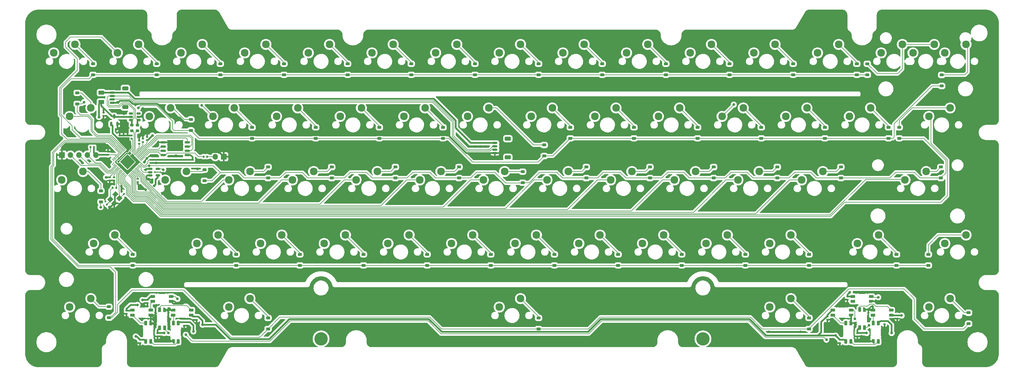
<source format=gbl>
%TF.GenerationSoftware,KiCad,Pcbnew,(7.0.0-0)*%
%TF.CreationDate,2023-06-06T22:56:56-07:00*%
%TF.ProjectId,popstar_plateless_with_flex_cuts,706f7073-7461-4725-9f70-6c6174656c65,rev?*%
%TF.SameCoordinates,Original*%
%TF.FileFunction,Copper,L2,Bot*%
%TF.FilePolarity,Positive*%
%FSLAX46Y46*%
G04 Gerber Fmt 4.6, Leading zero omitted, Abs format (unit mm)*
G04 Created by KiCad (PCBNEW (7.0.0-0)) date 2023-06-06 22:56:56*
%MOMM*%
%LPD*%
G01*
G04 APERTURE LIST*
G04 Aperture macros list*
%AMRoundRect*
0 Rectangle with rounded corners*
0 $1 Rounding radius*
0 $2 $3 $4 $5 $6 $7 $8 $9 X,Y pos of 4 corners*
0 Add a 4 corners polygon primitive as box body*
4,1,4,$2,$3,$4,$5,$6,$7,$8,$9,$2,$3,0*
0 Add four circle primitives for the rounded corners*
1,1,$1+$1,$2,$3*
1,1,$1+$1,$4,$5*
1,1,$1+$1,$6,$7*
1,1,$1+$1,$8,$9*
0 Add four rect primitives between the rounded corners*
20,1,$1+$1,$2,$3,$4,$5,0*
20,1,$1+$1,$4,$5,$6,$7,0*
20,1,$1+$1,$6,$7,$8,$9,0*
20,1,$1+$1,$8,$9,$2,$3,0*%
%AMRotRect*
0 Rectangle, with rotation*
0 The origin of the aperture is its center*
0 $1 length*
0 $2 width*
0 $3 Rotation angle, in degrees counterclockwise*
0 Add horizontal line*
21,1,$1,$2,0,0,$3*%
%AMFreePoly0*
4,1,18,-0.410000,0.593000,-0.403758,0.624380,-0.385983,0.650983,-0.359380,0.668758,-0.328000,0.675000,0.328000,0.675000,0.359380,0.668758,0.385983,0.650983,0.403758,0.624380,0.410000,0.593000,0.410000,-0.593000,0.403758,-0.624380,0.385983,-0.650983,0.359380,-0.668758,0.328000,-0.675000,0.000000,-0.675000,-0.410000,-0.265000,-0.410000,0.593000,-0.410000,0.593000,$1*%
G04 Aperture macros list end*
%TA.AperFunction,ComponentPad*%
%ADD10C,2.300000*%
%TD*%
%TA.AperFunction,ComponentPad*%
%ADD11C,4.000000*%
%TD*%
%TA.AperFunction,SMDPad,CuDef*%
%ADD12RoundRect,0.140000X0.170000X-0.140000X0.170000X0.140000X-0.170000X0.140000X-0.170000X-0.140000X0*%
%TD*%
%TA.AperFunction,SMDPad,CuDef*%
%ADD13RoundRect,0.140000X0.219203X0.021213X0.021213X0.219203X-0.219203X-0.021213X-0.021213X-0.219203X0*%
%TD*%
%TA.AperFunction,ComponentPad*%
%ADD14R,1.700000X1.700000*%
%TD*%
%TA.AperFunction,ComponentPad*%
%ADD15O,1.700000X1.700000*%
%TD*%
%TA.AperFunction,SMDPad,CuDef*%
%ADD16RoundRect,0.225000X0.375000X-0.225000X0.375000X0.225000X-0.375000X0.225000X-0.375000X-0.225000X0*%
%TD*%
%TA.AperFunction,SMDPad,CuDef*%
%ADD17RoundRect,0.150000X-0.650000X-0.150000X0.650000X-0.150000X0.650000X0.150000X-0.650000X0.150000X0*%
%TD*%
%TA.AperFunction,SMDPad,CuDef*%
%ADD18RoundRect,0.200000X-0.275000X0.200000X-0.275000X-0.200000X0.275000X-0.200000X0.275000X0.200000X0*%
%TD*%
%TA.AperFunction,SMDPad,CuDef*%
%ADD19RoundRect,0.150000X-0.625000X0.150000X-0.625000X-0.150000X0.625000X-0.150000X0.625000X0.150000X0*%
%TD*%
%TA.AperFunction,SMDPad,CuDef*%
%ADD20RoundRect,0.250000X-0.650000X0.350000X-0.650000X-0.350000X0.650000X-0.350000X0.650000X0.350000X0*%
%TD*%
%TA.AperFunction,SMDPad,CuDef*%
%ADD21RoundRect,0.140000X-0.170000X0.140000X-0.170000X-0.140000X0.170000X-0.140000X0.170000X0.140000X0*%
%TD*%
%TA.AperFunction,SMDPad,CuDef*%
%ADD22RoundRect,0.050000X0.309359X-0.238649X-0.238649X0.309359X-0.309359X0.238649X0.238649X-0.309359X0*%
%TD*%
%TA.AperFunction,SMDPad,CuDef*%
%ADD23RoundRect,0.050000X0.309359X0.238649X0.238649X0.309359X-0.309359X-0.238649X-0.238649X-0.309359X0*%
%TD*%
%TA.AperFunction,ComponentPad*%
%ADD24C,0.600000*%
%TD*%
%TA.AperFunction,SMDPad,CuDef*%
%ADD25RoundRect,0.144000X2.059095X0.000000X0.000000X2.059095X-2.059095X0.000000X0.000000X-2.059095X0*%
%TD*%
%TA.AperFunction,SMDPad,CuDef*%
%ADD26RoundRect,0.150000X0.150000X-0.512500X0.150000X0.512500X-0.150000X0.512500X-0.150000X-0.512500X0*%
%TD*%
%TA.AperFunction,SMDPad,CuDef*%
%ADD27RoundRect,0.082000X0.593000X-0.328000X0.593000X0.328000X-0.593000X0.328000X-0.593000X-0.328000X0*%
%TD*%
%TA.AperFunction,SMDPad,CuDef*%
%ADD28FreePoly0,90.000000*%
%TD*%
%TA.AperFunction,SMDPad,CuDef*%
%ADD29RoundRect,0.250000X-0.625000X0.375000X-0.625000X-0.375000X0.625000X-0.375000X0.625000X0.375000X0*%
%TD*%
%TA.AperFunction,SMDPad,CuDef*%
%ADD30RoundRect,0.135000X-0.135000X-0.185000X0.135000X-0.185000X0.135000X0.185000X-0.135000X0.185000X0*%
%TD*%
%TA.AperFunction,SMDPad,CuDef*%
%ADD31RoundRect,0.082000X-0.328000X-0.593000X0.328000X-0.593000X0.328000X0.593000X-0.328000X0.593000X0*%
%TD*%
%TA.AperFunction,SMDPad,CuDef*%
%ADD32FreePoly0,0.000000*%
%TD*%
%TA.AperFunction,SMDPad,CuDef*%
%ADD33RoundRect,0.082000X-0.593000X0.328000X-0.593000X-0.328000X0.593000X-0.328000X0.593000X0.328000X0*%
%TD*%
%TA.AperFunction,SMDPad,CuDef*%
%ADD34FreePoly0,270.000000*%
%TD*%
%TA.AperFunction,SMDPad,CuDef*%
%ADD35RoundRect,0.140000X-0.140000X-0.170000X0.140000X-0.170000X0.140000X0.170000X-0.140000X0.170000X0*%
%TD*%
%TA.AperFunction,SMDPad,CuDef*%
%ADD36RoundRect,0.082000X0.328000X0.593000X-0.328000X0.593000X-0.328000X-0.593000X0.328000X-0.593000X0*%
%TD*%
%TA.AperFunction,SMDPad,CuDef*%
%ADD37FreePoly0,180.000000*%
%TD*%
%TA.AperFunction,SMDPad,CuDef*%
%ADD38RotRect,1.400000X1.200000X45.000000*%
%TD*%
%TA.AperFunction,SMDPad,CuDef*%
%ADD39RoundRect,0.140000X0.140000X0.170000X-0.140000X0.170000X-0.140000X-0.170000X0.140000X-0.170000X0*%
%TD*%
%TA.AperFunction,SMDPad,CuDef*%
%ADD40RoundRect,0.140000X-0.219203X-0.021213X-0.021213X-0.219203X0.219203X0.021213X0.021213X0.219203X0*%
%TD*%
%TA.AperFunction,SMDPad,CuDef*%
%ADD41RoundRect,0.135000X0.135000X0.185000X-0.135000X0.185000X-0.135000X-0.185000X0.135000X-0.185000X0*%
%TD*%
%TA.AperFunction,SMDPad,CuDef*%
%ADD42RoundRect,0.150000X0.475000X0.150000X-0.475000X0.150000X-0.475000X-0.150000X0.475000X-0.150000X0*%
%TD*%
%TA.AperFunction,SMDPad,CuDef*%
%ADD43RoundRect,0.150000X-0.512500X-0.150000X0.512500X-0.150000X0.512500X0.150000X-0.512500X0.150000X0*%
%TD*%
%TA.AperFunction,ViaPad*%
%ADD44C,0.800000*%
%TD*%
%TA.AperFunction,ViaPad*%
%ADD45C,0.600000*%
%TD*%
%TA.AperFunction,Conductor*%
%ADD46C,0.200000*%
%TD*%
%TA.AperFunction,Conductor*%
%ADD47C,0.500000*%
%TD*%
G04 APERTURE END LIST*
D10*
%TO.P,SW15,1,1*%
%TO.N,COL13*%
X294640000Y-38735000D03*
%TO.P,SW15,2,2*%
%TO.N,Net-(D26-A)*%
X300990000Y-36195000D03*
%TD*%
%TO.P,SW22,1,1*%
%TO.N,COL05*%
X142240000Y-57785000D03*
%TO.P,SW22,2,2*%
%TO.N,Net-(D32-A)*%
X148590000Y-55245000D03*
%TD*%
%TO.P,SW55,1,1*%
%TO.N,COL12*%
X304165000Y-95885000D03*
%TO.P,SW55,2,2*%
%TO.N,Net-(D65-A)*%
X310515000Y-93345000D03*
%TD*%
%TO.P,SW29,1,1*%
%TO.N,COL12*%
X275590000Y-57785000D03*
%TO.P,SW29,2,2*%
%TO.N,Net-(D39-A)*%
X281940000Y-55245000D03*
%TD*%
%TO.P,SW33,1,1*%
%TO.N,COL03*%
X108902500Y-76835000D03*
%TO.P,SW33,2,2*%
%TO.N,Net-(D43-A)*%
X115252500Y-74295000D03*
%TD*%
%TO.P,SW25,1,1*%
%TO.N,COL08*%
X199390000Y-57785000D03*
%TO.P,SW25,2,2*%
%TO.N,Net-(D35-A)*%
X205740000Y-55245000D03*
%TD*%
%TO.P,SW53,1,1*%
%TO.N,COL10*%
X251777500Y-95885000D03*
%TO.P,SW53,2,2*%
%TO.N,Net-(D63-A)*%
X258127500Y-93345000D03*
%TD*%
%TO.P,SW17,1,1*%
%TO.N,COL00*%
X42227500Y-57785000D03*
%TO.P,SW17,2,2*%
%TO.N,Net-(D27-A)*%
X48577500Y-55245000D03*
%TD*%
%TO.P,SW41,1,1*%
%TO.N,COL11*%
X261302500Y-76835000D03*
%TO.P,SW41,2,2*%
%TO.N,Net-(D51-A)*%
X267652500Y-74295000D03*
%TD*%
%TO.P,SW36,1,1*%
%TO.N,COL06*%
X166052500Y-76835000D03*
%TO.P,SW36,2,2*%
%TO.N,Net-(D46-A)*%
X172402500Y-74295000D03*
%TD*%
%TO.P,SW47,1,1*%
%TO.N,COL04*%
X137477500Y-95885000D03*
%TO.P,SW47,2,2*%
%TO.N,Net-(D57-A)*%
X143827500Y-93345000D03*
%TD*%
%TO.P,SW11,1,1*%
%TO.N,COL09*%
X208915000Y-38735000D03*
%TO.P,SW11,2,2*%
%TO.N,Net-(D22-A)*%
X215265000Y-36195000D03*
%TD*%
%TO.P,SW45,1,1*%
%TO.N,COL02*%
X99377500Y-95885000D03*
%TO.P,SW45,2,2*%
%TO.N,Net-(D55-A)*%
X105727500Y-93345000D03*
%TD*%
%TO.P,SW57,1,1*%
%TO.N,COL02*%
X89852500Y-114935000D03*
%TO.P,SW57,2,2*%
%TO.N,Net-(D67-A)*%
X96202500Y-112395000D03*
%TD*%
%TO.P,SW56,1,1*%
%TO.N,COL00*%
X42227500Y-114935000D03*
%TO.P,SW56,2,2*%
%TO.N,Net-(D66-A)*%
X48577500Y-112395000D03*
%TD*%
%TO.P,SW24,1,1*%
%TO.N,COL07*%
X180340000Y-57785000D03*
%TO.P,SW24,2,2*%
%TO.N,Net-(D34-A)*%
X186690000Y-55245000D03*
%TD*%
%TO.P,SW59,1,1*%
%TO.N,COL10*%
X251777500Y-114935000D03*
%TO.P,SW59,2,2*%
%TO.N,Net-(D69-A)*%
X258127500Y-112395000D03*
%TD*%
%TO.P,SW7,1,1*%
%TO.N,COL05*%
X132715000Y-38735000D03*
%TO.P,SW7,2,2*%
%TO.N,Net-(D18-A)*%
X139065000Y-36195000D03*
%TD*%
%TO.P,SW20,1,1*%
%TO.N,COL03*%
X104140000Y-57785000D03*
%TO.P,SW20,2,2*%
%TO.N,Net-(D30-A)*%
X110490000Y-55245000D03*
%TD*%
%TO.P,SW2,1,1*%
%TO.N,COL00*%
X37465000Y-38735000D03*
%TO.P,SW2,2,2*%
%TO.N,Net-(D13-A)*%
X43815000Y-36195000D03*
%TD*%
%TO.P,SW31,1,1*%
%TO.N,COL01*%
X70802500Y-76835000D03*
%TO.P,SW31,2,2*%
%TO.N,Net-(D41-A)*%
X77152500Y-74295000D03*
%TD*%
%TO.P,SW27,1,1*%
%TO.N,COL10*%
X237490000Y-57785000D03*
%TO.P,SW27,2,2*%
%TO.N,Net-(D37-A)*%
X243840000Y-55245000D03*
%TD*%
%TO.P,SW32,1,1*%
%TO.N,COL02*%
X89852500Y-76835000D03*
%TO.P,SW32,2,2*%
%TO.N,Net-(D42-A)*%
X96202500Y-74295000D03*
%TD*%
%TO.P,SW34,1,1*%
%TO.N,COL04*%
X127952500Y-76835000D03*
%TO.P,SW34,2,2*%
%TO.N,Net-(D44-A)*%
X134302500Y-74295000D03*
%TD*%
%TO.P,SW37,1,1*%
%TO.N,COL07*%
X185102500Y-76835000D03*
%TO.P,SW37,2,2*%
%TO.N,Net-(D47-A)*%
X191452500Y-74295000D03*
%TD*%
%TO.P,SW10,1,1*%
%TO.N,COL08*%
X189865000Y-38735000D03*
%TO.P,SW10,2,2*%
%TO.N,Net-(D21-A)*%
X196215000Y-36195000D03*
%TD*%
%TO.P,SW21,1,1*%
%TO.N,COL04*%
X123190000Y-57785000D03*
%TO.P,SW21,2,2*%
%TO.N,Net-(D31-A)*%
X129540000Y-55245000D03*
%TD*%
%TO.P,SW3,1,1*%
%TO.N,COL01*%
X56515000Y-38735000D03*
%TO.P,SW3,2,2*%
%TO.N,Net-(D14-A)*%
X62865000Y-36195000D03*
%TD*%
%TO.P,SW38,1,1*%
%TO.N,COL08*%
X204152500Y-76835000D03*
%TO.P,SW38,2,2*%
%TO.N,Net-(D48-A)*%
X210502500Y-74295000D03*
%TD*%
%TO.P,SW50,1,1*%
%TO.N,COL07*%
X194627500Y-95885000D03*
%TO.P,SW50,2,2*%
%TO.N,Net-(D60-A)*%
X200977500Y-93345000D03*
%TD*%
%TO.P,SW52,1,1*%
%TO.N,COL09*%
X232727500Y-95885000D03*
%TO.P,SW52,2,2*%
%TO.N,Net-(D62-A)*%
X239077500Y-93345000D03*
%TD*%
%TO.P,SW13,1,1*%
%TO.N,COL11*%
X247015000Y-38735000D03*
%TO.P,SW13,2,2*%
%TO.N,Net-(D24-A)*%
X253365000Y-36195000D03*
%TD*%
%TO.P,SW35,1,1*%
%TO.N,COL05*%
X147002500Y-76835000D03*
%TO.P,SW35,2,2*%
%TO.N,Net-(D45-A)*%
X153352500Y-74295000D03*
%TD*%
%TO.P,SW39,1,1*%
%TO.N,COL09*%
X223202500Y-76835000D03*
%TO.P,SW39,2,2*%
%TO.N,Net-(D49-A)*%
X229552500Y-74295000D03*
%TD*%
%TO.P,SW23,1,1*%
%TO.N,COL06*%
X161290000Y-57785000D03*
%TO.P,SW23,2,2*%
%TO.N,Net-(D33-A)*%
X167640000Y-55245000D03*
%TD*%
%TO.P,SW51,1,1*%
%TO.N,COL08*%
X213677500Y-95885000D03*
%TO.P,SW51,2,2*%
%TO.N,Net-(D61-A)*%
X220027500Y-93345000D03*
%TD*%
%TO.P,SW43,1,1*%
%TO.N,COL00*%
X49371250Y-95885000D03*
%TO.P,SW43,2,2*%
%TO.N,Net-(D53-A)*%
X55721250Y-93345000D03*
%TD*%
%TO.P,SW61,1,1*%
%TO.N,COL13*%
X304165000Y-38735000D03*
%TO.P,SW61,2,2*%
%TO.N,Net-(D71-A)*%
X310515000Y-36195000D03*
%TD*%
%TO.P,SW44,1,1*%
%TO.N,COL01*%
X80327500Y-95885000D03*
%TO.P,SW44,2,2*%
%TO.N,Net-(D54-A)*%
X86677500Y-93345000D03*
%TD*%
%TO.P,SW58,1,1*%
%TO.N,COL06*%
X170815000Y-114935000D03*
%TO.P,SW58,2,2*%
%TO.N,Net-(D68-A)*%
X177165000Y-112395000D03*
%TD*%
D11*
%TO.P,S3,*%
%TO.N,*%
X231775000Y-124460000D03*
X117475000Y-124460000D03*
%TD*%
D10*
%TO.P,SW18,1,1*%
%TO.N,COL01*%
X66040000Y-57785000D03*
%TO.P,SW18,2,2*%
%TO.N,Net-(D28-A)*%
X72390000Y-55245000D03*
%TD*%
%TO.P,SW5,1,1*%
%TO.N,COL03*%
X94615000Y-38735000D03*
%TO.P,SW5,2,2*%
%TO.N,Net-(D16-A)*%
X100965000Y-36195000D03*
%TD*%
%TO.P,SW6,1,1*%
%TO.N,COL04*%
X113665000Y-38735000D03*
%TO.P,SW6,2,2*%
%TO.N,Net-(D17-A)*%
X120015000Y-36195000D03*
%TD*%
%TO.P,SW28,1,1*%
%TO.N,COL11*%
X256540000Y-57785000D03*
%TO.P,SW28,2,2*%
%TO.N,Net-(D38-A)*%
X262890000Y-55245000D03*
%TD*%
%TO.P,SW48,1,1*%
%TO.N,COL05*%
X156527500Y-95885000D03*
%TO.P,SW48,2,2*%
%TO.N,Net-(D58-A)*%
X162877500Y-93345000D03*
%TD*%
%TO.P,SW60,1,1*%
%TO.N,COL13*%
X299402500Y-114935000D03*
%TO.P,SW60,2,2*%
%TO.N,Net-(D70-A)*%
X305752500Y-112395000D03*
%TD*%
%TO.P,SW49,1,1*%
%TO.N,COL06*%
X175577500Y-95885000D03*
%TO.P,SW49,2,2*%
%TO.N,Net-(D59-A)*%
X181927500Y-93345000D03*
%TD*%
%TO.P,SW30,1,1*%
%TO.N,COL00*%
X39846250Y-76835000D03*
%TO.P,SW30,2,2*%
%TO.N,Net-(D40-A)*%
X46196250Y-74295000D03*
%TD*%
%TO.P,SW26,1,1*%
%TO.N,COL09*%
X218440000Y-57785000D03*
%TO.P,SW26,2,2*%
%TO.N,Net-(D36-A)*%
X224790000Y-55245000D03*
%TD*%
%TO.P,SW62,1,1*%
%TO.N,COL13*%
X299402500Y-57785000D03*
%TO.P,SW62,2,2*%
%TO.N,Net-(D72-A)*%
X305752500Y-55245000D03*
%TD*%
%TO.P,SW16,1,1*%
%TO.N,COL13*%
X285115000Y-38735000D03*
%TO.P,SW16,2,2*%
%TO.N,Net-(D26-A)*%
X291465000Y-36195000D03*
%TD*%
%TO.P,SW14,1,1*%
%TO.N,COL12*%
X266065000Y-38735000D03*
%TO.P,SW14,2,2*%
%TO.N,Net-(D25-A)*%
X272415000Y-36195000D03*
%TD*%
%TO.P,SW46,1,1*%
%TO.N,COL03*%
X118427500Y-95885000D03*
%TO.P,SW46,2,2*%
%TO.N,Net-(D56-A)*%
X124777500Y-93345000D03*
%TD*%
%TO.P,SW40,1,1*%
%TO.N,COL10*%
X242252500Y-76835000D03*
%TO.P,SW40,2,2*%
%TO.N,Net-(D50-A)*%
X248602500Y-74295000D03*
%TD*%
%TO.P,SW12,1,1*%
%TO.N,COL10*%
X227965000Y-38735000D03*
%TO.P,SW12,2,2*%
%TO.N,Net-(D23-A)*%
X234315000Y-36195000D03*
%TD*%
%TO.P,SW9,1,1*%
%TO.N,COL07*%
X170815000Y-38735000D03*
%TO.P,SW9,2,2*%
%TO.N,Net-(D20-A)*%
X177165000Y-36195000D03*
%TD*%
%TO.P,SW19,1,1*%
%TO.N,COL02*%
X85090000Y-57785000D03*
%TO.P,SW19,2,2*%
%TO.N,Net-(D29-A)*%
X91440000Y-55245000D03*
%TD*%
%TO.P,SW42,1,1*%
%TO.N,COL12*%
X292258750Y-76835000D03*
%TO.P,SW42,2,2*%
%TO.N,Net-(D52-A)*%
X298608750Y-74295000D03*
%TD*%
%TO.P,SW4,1,1*%
%TO.N,COL02*%
X75565000Y-38735000D03*
%TO.P,SW4,2,2*%
%TO.N,Net-(D15-A)*%
X81915000Y-36195000D03*
%TD*%
%TO.P,SW8,1,1*%
%TO.N,COL06*%
X151765000Y-38735000D03*
%TO.P,SW8,2,2*%
%TO.N,Net-(D19-A)*%
X158115000Y-36195000D03*
%TD*%
%TO.P,SW54,1,1*%
%TO.N,COL11*%
X277971250Y-95885000D03*
%TO.P,SW54,2,2*%
%TO.N,Net-(D64-A)*%
X284321250Y-93345000D03*
%TD*%
D12*
%TO.P,C4,1*%
%TO.N,+3V3*%
X57200000Y-64480000D03*
%TO.P,C4,2*%
%TO.N,GND*%
X57200000Y-63520000D03*
%TD*%
D13*
%TO.P,C14,1*%
%TO.N,GND*%
X54057411Y-84871411D03*
%TO.P,C14,2*%
%TO.N,/XTAL_O*%
X53378589Y-84192589D03*
%TD*%
D14*
%TO.P,J2,1,Pin_1*%
%TO.N,GND*%
X39919999Y-69341999D03*
D15*
%TO.P,J2,2,Pin_2*%
%TO.N,SWCLK*%
X42459999Y-69341999D03*
%TO.P,J2,3,Pin_3*%
%TO.N,SWD*%
X44999999Y-69341999D03*
%TO.P,J2,4,Pin_4*%
%TO.N,~{RESET}*%
X47539999Y-69341999D03*
%TO.P,J2,5,Pin_5*%
%TO.N,+3V3*%
X50079999Y-69341999D03*
%TD*%
D16*
%TO.P,D60,1,K*%
%TO.N,ROW3*%
X206375000Y-102456250D03*
%TO.P,D60,2,A*%
%TO.N,Net-(D60-A)*%
X206375000Y-99156250D03*
%TD*%
%TO.P,D53,1,K*%
%TO.N,ROW3*%
X61118750Y-102456250D03*
%TO.P,D53,2,A*%
%TO.N,Net-(D53-A)*%
X61118750Y-99156250D03*
%TD*%
D17*
%TO.P,U4,1,~{CS}*%
%TO.N,CS*%
X70218750Y-69373750D03*
%TO.P,U4,2,DO(IO1)*%
%TO.N,SD1*%
X70218750Y-68103750D03*
%TO.P,U4,3,IO2*%
%TO.N,SD2*%
X70218750Y-66833750D03*
%TO.P,U4,4,GND*%
%TO.N,GND*%
X70218750Y-65563750D03*
%TO.P,U4,5,DI(IO0)*%
%TO.N,SD0*%
X77418750Y-65563750D03*
%TO.P,U4,6,CLK*%
%TO.N,QSPI_CLK*%
X77418750Y-66833750D03*
%TO.P,U4,7,IO3*%
%TO.N,SD3*%
X77418750Y-68103750D03*
%TO.P,U4,8,VCC*%
%TO.N,+3V3*%
X77418750Y-69373750D03*
%TD*%
D16*
%TO.P,D28,1,K*%
%TO.N,ROW1*%
X78500000Y-61975000D03*
%TO.P,D28,2,A*%
%TO.N,Net-(D28-A)*%
X78500000Y-58675000D03*
%TD*%
%TO.P,D34,1,K*%
%TO.N,ROW1*%
X192087500Y-64356250D03*
%TO.P,D34,2,A*%
%TO.N,Net-(D34-A)*%
X192087500Y-61056250D03*
%TD*%
%TO.P,D19,1,K*%
%TO.N,ROW0*%
X163512500Y-45306250D03*
%TO.P,D19,2,A*%
%TO.N,Net-(D19-A)*%
X163512500Y-42006250D03*
%TD*%
%TO.P,D26,1,K*%
%TO.N,ROW0*%
X280987500Y-45306250D03*
%TO.P,D26,2,A*%
%TO.N,Net-(D26-A)*%
X280987500Y-42006250D03*
%TD*%
%TO.P,D18,1,K*%
%TO.N,ROW0*%
X144462500Y-45306250D03*
%TO.P,D18,2,A*%
%TO.N,Net-(D18-A)*%
X144462500Y-42006250D03*
%TD*%
D18*
%TO.P,R2,1*%
%TO.N,D_P*%
X62484000Y-60425000D03*
%TO.P,R2,2*%
%TO.N,/D_+*%
X62484000Y-62075000D03*
%TD*%
D19*
%TO.P,J1,1,Pin_1*%
%TO.N,VBUS*%
X169500000Y-65750000D03*
%TO.P,J1,2,Pin_2*%
%TO.N,D_N*%
X169500000Y-66750000D03*
%TO.P,J1,3,Pin_3*%
%TO.N,D_P*%
X169500000Y-67750000D03*
%TO.P,J1,4,Pin_4*%
%TO.N,GND*%
X169500000Y-68750000D03*
D20*
%TO.P,J1,MP*%
%TO.N,N/C*%
X173375000Y-64450000D03*
X173375000Y-70050000D03*
%TD*%
D16*
%TO.P,D22,1,K*%
%TO.N,ROW0*%
X220662500Y-45306250D03*
%TO.P,D22,2,A*%
%TO.N,Net-(D22-A)*%
X220662500Y-42006250D03*
%TD*%
D21*
%TO.P,C23,1*%
%TO.N,5V*%
X80250000Y-117820000D03*
%TO.P,C23,2*%
%TO.N,GND*%
X80250000Y-118780000D03*
%TD*%
D16*
%TO.P,D72,1,K*%
%TO.N,ROW2*%
X290512500Y-64356250D03*
%TO.P,D72,2,A*%
%TO.N,Net-(D72-A)*%
X290512500Y-61056250D03*
%TD*%
%TO.P,D51,1,K*%
%TO.N,ROW2*%
X273050000Y-76262500D03*
%TO.P,D51,2,A*%
%TO.N,Net-(D51-A)*%
X273050000Y-72962500D03*
%TD*%
%TO.P,D31,1,K*%
%TO.N,ROW1*%
X134937500Y-64356250D03*
%TO.P,D31,2,A*%
%TO.N,Net-(D31-A)*%
X134937500Y-61056250D03*
%TD*%
%TO.P,D27,1,K*%
%TO.N,ROW1*%
X44450000Y-54037500D03*
%TO.P,D27,2,A*%
%TO.N,Net-(D27-A)*%
X44450000Y-50737500D03*
%TD*%
%TO.P,D54,1,K*%
%TO.N,ROW3*%
X92075000Y-102456250D03*
%TO.P,D54,2,A*%
%TO.N,Net-(D54-A)*%
X92075000Y-99156250D03*
%TD*%
D21*
%TO.P,C5,1*%
%TO.N,+3V3*%
X66421000Y-70767000D03*
%TO.P,C5,2*%
%TO.N,GND*%
X66421000Y-71727000D03*
%TD*%
D16*
%TO.P,D67,1,K*%
%TO.N,ROW4*%
X101600000Y-121506250D03*
%TO.P,D67,2,A*%
%TO.N,Net-(D67-A)*%
X101600000Y-118206250D03*
%TD*%
%TO.P,D40,1,K*%
%TO.N,ROW2*%
X51593750Y-83406250D03*
%TO.P,D40,2,A*%
%TO.N,Net-(D40-A)*%
X51593750Y-80106250D03*
%TD*%
%TO.P,D46,1,K*%
%TO.N,ROW2*%
X177800000Y-77650000D03*
%TO.P,D46,2,A*%
%TO.N,Net-(D46-A)*%
X177800000Y-74350000D03*
%TD*%
%TO.P,D42,1,K*%
%TO.N,ROW2*%
X101600000Y-76262500D03*
%TO.P,D42,2,A*%
%TO.N,Net-(D42-A)*%
X101600000Y-72962500D03*
%TD*%
%TO.P,D17,1,K*%
%TO.N,ROW0*%
X125412500Y-45306250D03*
%TO.P,D17,2,A*%
%TO.N,Net-(D17-A)*%
X125412500Y-42006250D03*
%TD*%
%TO.P,D41,1,K*%
%TO.N,ROW2*%
X82550000Y-77056250D03*
%TO.P,D41,2,A*%
%TO.N,Net-(D41-A)*%
X82550000Y-73756250D03*
%TD*%
%TO.P,D69,1,K*%
%TO.N,ROW4*%
X263525000Y-121506250D03*
%TO.P,D69,2,A*%
%TO.N,Net-(D69-A)*%
X263525000Y-118206250D03*
%TD*%
D22*
%TO.P,U6,1,IOVDD*%
%TO.N,+3V3*%
X63800407Y-72029702D03*
%TO.P,U6,2,GPIO0*%
%TO.N,ROW2*%
X63517564Y-72312545D03*
%TO.P,U6,3,GPIO1*%
%TO.N,ARGB_3V3*%
X63234722Y-72595387D03*
%TO.P,U6,4,GPIO2*%
%TO.N,unconnected-(U6-GPIO2-Pad4)*%
X62951879Y-72878230D03*
%TO.P,U6,5,GPIO3*%
%TO.N,unconnected-(U6-GPIO3-Pad5)*%
X62669036Y-73161073D03*
%TO.P,U6,6,GPIO4*%
%TO.N,COL02*%
X62386194Y-73443915D03*
%TO.P,U6,7,GPIO5*%
%TO.N,COL03*%
X62103351Y-73726758D03*
%TO.P,U6,8,GPIO6*%
%TO.N,COL04*%
X61820508Y-74009601D03*
%TO.P,U6,9,GPIO7*%
%TO.N,COL05*%
X61537665Y-74292444D03*
%TO.P,U6,10,IOVDD*%
%TO.N,+3V3*%
X61254823Y-74575286D03*
%TO.P,U6,11,GPIO8*%
%TO.N,COL06*%
X60971980Y-74858129D03*
%TO.P,U6,12,GPIO9*%
%TO.N,COL07*%
X60689137Y-75140972D03*
%TO.P,U6,13,GPIO10*%
%TO.N,COL08*%
X60406295Y-75423814D03*
%TO.P,U6,14,GPIO11*%
%TO.N,COL09*%
X60123452Y-75706657D03*
D23*
%TO.P,U6,15,GPIO12*%
%TO.N,COL10*%
X58939048Y-75706657D03*
%TO.P,U6,16,GPIO13*%
%TO.N,COL11*%
X58656205Y-75423814D03*
%TO.P,U6,17,GPIO14*%
%TO.N,COL12*%
X58373363Y-75140972D03*
%TO.P,U6,18,GPIO15*%
%TO.N,COL13*%
X58090520Y-74858129D03*
%TO.P,U6,19,TESTEN*%
%TO.N,GND*%
X57807677Y-74575286D03*
%TO.P,U6,20,XTAL_IN*%
%TO.N,XTAL_IN*%
X57524835Y-74292444D03*
%TO.P,U6,21,XTAL_OUT*%
%TO.N,XTAL_OUT*%
X57241992Y-74009601D03*
%TO.P,U6,22,IOVDD*%
%TO.N,+3V3*%
X56959149Y-73726758D03*
%TO.P,U6,23,DVDD*%
%TO.N,+1V1*%
X56676306Y-73443915D03*
%TO.P,U6,24,SWCLK*%
%TO.N,SWCLK*%
X56393464Y-73161073D03*
%TO.P,U6,25,SWDIO*%
%TO.N,SWD*%
X56110621Y-72878230D03*
%TO.P,U6,26,~{RUN}*%
%TO.N,~{RESET}*%
X55827778Y-72595387D03*
%TO.P,U6,27,GPIO16*%
%TO.N,unconnected-(U6-GPIO16-Pad27)*%
X55544936Y-72312545D03*
%TO.P,U6,28,GPIO17*%
%TO.N,unconnected-(U6-GPIO17-Pad28)*%
X55262093Y-72029702D03*
D22*
%TO.P,U6,29,GPIO18*%
%TO.N,unconnected-(U6-GPIO18-Pad29)*%
X55262093Y-70845298D03*
%TO.P,U6,30,GPIO19*%
%TO.N,unconnected-(U6-GPIO19-Pad30)*%
X55544936Y-70562455D03*
%TO.P,U6,31,GPIO20*%
%TO.N,unconnected-(U6-GPIO20-Pad31)*%
X55827778Y-70279613D03*
%TO.P,U6,32,GPIO21*%
%TO.N,unconnected-(U6-GPIO21-Pad32)*%
X56110621Y-69996770D03*
%TO.P,U6,33,IOVDD*%
%TO.N,+3V3*%
X56393464Y-69713927D03*
%TO.P,U6,34,GPIO22*%
%TO.N,unconnected-(U6-GPIO22-Pad34)*%
X56676306Y-69431085D03*
%TO.P,U6,35,GPIO23*%
%TO.N,unconnected-(U6-GPIO23-Pad35)*%
X56959149Y-69148242D03*
%TO.P,U6,36,GPIO24*%
%TO.N,ROW3*%
X57241992Y-68865399D03*
%TO.P,U6,37,GPIO25*%
%TO.N,ROW4*%
X57524835Y-68582556D03*
%TO.P,U6,38,GPIO26/ADC0*%
%TO.N,COL01*%
X57807677Y-68299714D03*
%TO.P,U6,39,GPIO27/ADC1*%
%TO.N,ROW0*%
X58090520Y-68016871D03*
%TO.P,U6,40,GPIO28/ADC2*%
%TO.N,COL00*%
X58373363Y-67734028D03*
%TO.P,U6,41,GPIO29/ADC3*%
%TO.N,ROW1*%
X58656205Y-67451186D03*
%TO.P,U6,42,IOVDD*%
%TO.N,+3V3*%
X58939048Y-67168343D03*
D23*
%TO.P,U6,43,ADC_AVDD*%
X60123452Y-67168343D03*
%TO.P,U6,44,VREG_VIN*%
X60406295Y-67451186D03*
%TO.P,U6,45,VREG_VOUT*%
%TO.N,+1V1*%
X60689137Y-67734028D03*
%TO.P,U6,46,D-*%
%TO.N,/D_-*%
X60971980Y-68016871D03*
%TO.P,U6,47,D+*%
%TO.N,/D_+*%
X61254823Y-68299714D03*
%TO.P,U6,48,USB_VDD*%
%TO.N,+3V3*%
X61537665Y-68582556D03*
%TO.P,U6,49,IOVDD*%
X61820508Y-68865399D03*
%TO.P,U6,50,DVDD*%
%TO.N,+1V1*%
X62103351Y-69148242D03*
%TO.P,U6,51,QSPI_SD3*%
%TO.N,SD3*%
X62386194Y-69431085D03*
%TO.P,U6,52,QSPI_SCLK*%
%TO.N,QSPI_CLK*%
X62669036Y-69713927D03*
%TO.P,U6,53,QSPI_SD0*%
%TO.N,SD0*%
X62951879Y-69996770D03*
%TO.P,U6,54,QSPI_SD2*%
%TO.N,SD2*%
X63234722Y-70279613D03*
%TO.P,U6,55,QSPI_SD1*%
%TO.N,SD1*%
X63517564Y-70562455D03*
%TO.P,U6,56,QSPI_SS_N*%
%TO.N,CS*%
X63800407Y-70845298D03*
D24*
%TO.P,U6,57,GND*%
%TO.N,GND*%
X59531250Y-73240622D03*
X60432811Y-72339061D03*
X61334372Y-71437500D03*
X58629689Y-72339061D03*
X59531250Y-71437500D03*
D25*
X59531250Y-71437500D03*
D24*
X60432811Y-70535939D03*
X57728128Y-71437500D03*
X58629689Y-70535939D03*
X59531250Y-69634378D03*
%TD*%
D16*
%TO.P,D37,1,K*%
%TO.N,ROW1*%
X249237500Y-64356250D03*
%TO.P,D37,2,A*%
%TO.N,Net-(D37-A)*%
X249237500Y-61056250D03*
%TD*%
%TO.P,D15,1,K*%
%TO.N,ROW0*%
X87312500Y-45306250D03*
%TO.P,D15,2,A*%
%TO.N,Net-(D15-A)*%
X87312500Y-42006250D03*
%TD*%
D12*
%TO.P,C10,1*%
%TO.N,+3V3*%
X59600000Y-64480000D03*
%TO.P,C10,2*%
%TO.N,GND*%
X59600000Y-63520000D03*
%TD*%
D16*
%TO.P,D35,1,K*%
%TO.N,ROW1*%
X211137500Y-64356250D03*
%TO.P,D35,2,A*%
%TO.N,Net-(D35-A)*%
X211137500Y-61056250D03*
%TD*%
D26*
%TO.P,U2,1,GND*%
%TO.N,GND*%
X56512500Y-60065500D03*
%TO.P,U2,2,VO*%
%TO.N,+3V3*%
X54612500Y-60065500D03*
%TO.P,U2,3,VI*%
%TO.N,5V*%
X55562500Y-57790500D03*
%TD*%
D16*
%TO.P,D44,1,K*%
%TO.N,ROW2*%
X139700000Y-76262500D03*
%TO.P,D44,2,A*%
%TO.N,Net-(D44-A)*%
X139700000Y-72962500D03*
%TD*%
D21*
%TO.P,C25,1*%
%TO.N,5V*%
X269000000Y-117770000D03*
%TO.P,C25,2*%
%TO.N,GND*%
X269000000Y-118730000D03*
%TD*%
D12*
%TO.P,C11,1*%
%TO.N,+3V3*%
X62992000Y-66012000D03*
%TO.P,C11,2*%
%TO.N,GND*%
X62992000Y-65052000D03*
%TD*%
D16*
%TO.P,D56,1,K*%
%TO.N,ROW3*%
X130175000Y-102456250D03*
%TO.P,D56,2,A*%
%TO.N,Net-(D56-A)*%
X130175000Y-99156250D03*
%TD*%
D27*
%TO.P,D12,1,VDD*%
%TO.N,5V*%
X276675000Y-111750000D03*
%TO.P,D12,2,DOUT*%
%TO.N,unconnected-(D12-DOUT-Pad2)*%
X276675000Y-113250000D03*
%TO.P,D12,3,DIN*%
%TO.N,Net-(D11-DOUT)*%
X282125000Y-111750000D03*
D28*
%TO.P,D12,4,VSS*%
%TO.N,GND*%
X282124999Y-113249999D03*
%TD*%
D27*
%TO.P,D1,1,VDD*%
%TO.N,5V*%
X67125000Y-111750000D03*
%TO.P,D1,2,DOUT*%
%TO.N,Net-(D1-DOUT)*%
X67125000Y-113250000D03*
%TO.P,D1,3,DIN*%
%TO.N,ARGB_5V*%
X72575000Y-111750000D03*
D28*
%TO.P,D1,4,VSS*%
%TO.N,GND*%
X72574999Y-113249999D03*
%TD*%
D16*
%TO.P,D30,1,K*%
%TO.N,ROW1*%
X115887500Y-64356250D03*
%TO.P,D30,2,A*%
%TO.N,Net-(D30-A)*%
X115887500Y-61056250D03*
%TD*%
%TO.P,D49,1,K*%
%TO.N,ROW2*%
X234950000Y-76262500D03*
%TO.P,D49,2,A*%
%TO.N,Net-(D49-A)*%
X234950000Y-72962500D03*
%TD*%
D27*
%TO.P,D2,1,VDD*%
%TO.N,5V*%
X61025000Y-115850000D03*
%TO.P,D2,2,DOUT*%
%TO.N,Net-(D2-DOUT)*%
X61025000Y-117350000D03*
%TO.P,D2,3,DIN*%
%TO.N,Net-(D1-DOUT)*%
X66475000Y-115850000D03*
D28*
%TO.P,D2,4,VSS*%
%TO.N,GND*%
X66474999Y-117349999D03*
%TD*%
D16*
%TO.P,D43,1,K*%
%TO.N,ROW2*%
X120650000Y-76262500D03*
%TO.P,D43,2,A*%
%TO.N,Net-(D43-A)*%
X120650000Y-72962500D03*
%TD*%
%TO.P,D58,1,K*%
%TO.N,ROW3*%
X168275000Y-102456250D03*
%TO.P,D58,2,A*%
%TO.N,Net-(D58-A)*%
X168275000Y-99156250D03*
%TD*%
D21*
%TO.P,C24,1*%
%TO.N,5V*%
X68500000Y-122770000D03*
%TO.P,C24,2*%
%TO.N,GND*%
X68500000Y-123730000D03*
%TD*%
D12*
%TO.P,C6,1*%
%TO.N,+3V3*%
X58400000Y-64480000D03*
%TO.P,C6,2*%
%TO.N,GND*%
X58400000Y-63520000D03*
%TD*%
D29*
%TO.P,F1,1*%
%TO.N,VBUS*%
X51689000Y-50670000D03*
%TO.P,F1,2*%
%TO.N,5V*%
X51689000Y-53470000D03*
%TD*%
D16*
%TO.P,D63,1,K*%
%TO.N,ROW3*%
X263525000Y-102456250D03*
%TO.P,D63,2,A*%
%TO.N,Net-(D63-A)*%
X263525000Y-99156250D03*
%TD*%
%TO.P,D16,1,K*%
%TO.N,ROW0*%
X106362500Y-45306250D03*
%TO.P,D16,2,A*%
%TO.N,Net-(D16-A)*%
X106362500Y-42006250D03*
%TD*%
%TO.P,D29,1,K*%
%TO.N,ROW1*%
X96837500Y-64356250D03*
%TO.P,D29,2,A*%
%TO.N,Net-(D29-A)*%
X96837500Y-61056250D03*
%TD*%
D12*
%TO.P,C2,1*%
%TO.N,+1V1*%
X60770000Y-64480000D03*
%TO.P,C2,2*%
%TO.N,GND*%
X60770000Y-63520000D03*
%TD*%
D21*
%TO.P,C19,1*%
%TO.N,5V*%
X65500000Y-112770000D03*
%TO.P,C19,2*%
%TO.N,GND*%
X65500000Y-113730000D03*
%TD*%
D30*
%TO.P,R4,1*%
%TO.N,/XTAL_O*%
X55113000Y-79198000D03*
%TO.P,R4,2*%
%TO.N,XTAL_OUT*%
X56133000Y-79198000D03*
%TD*%
D16*
%TO.P,D38,1,K*%
%TO.N,ROW1*%
X268287500Y-64356250D03*
%TO.P,D38,2,A*%
%TO.N,Net-(D38-A)*%
X268287500Y-61056250D03*
%TD*%
D21*
%TO.P,C20,1*%
%TO.N,5V*%
X59250000Y-116020000D03*
%TO.P,C20,2*%
%TO.N,GND*%
X59250000Y-116980000D03*
%TD*%
D19*
%TO.P,J1,1,Pin_1*%
%TO.N,VBUS*%
X55023000Y-50697000D03*
%TO.P,J1,2,Pin_2*%
%TO.N,D_N*%
X55023000Y-51697000D03*
%TO.P,J1,3,Pin_3*%
%TO.N,D_P*%
X55023000Y-52697000D03*
%TO.P,J1,4,Pin_4*%
%TO.N,GND*%
X55023000Y-53697000D03*
D20*
%TO.P,J1,MP*%
%TO.N,N/C*%
X58898000Y-49397000D03*
X58898000Y-54997000D03*
%TD*%
D16*
%TO.P,D55,1,K*%
%TO.N,ROW3*%
X111125000Y-102456250D03*
%TO.P,D55,2,A*%
%TO.N,Net-(D55-A)*%
X111125000Y-99156250D03*
%TD*%
%TO.P,D68,1,K*%
%TO.N,ROW4*%
X182562500Y-121506250D03*
%TO.P,D68,2,A*%
%TO.N,Net-(D68-A)*%
X182562500Y-118206250D03*
%TD*%
%TO.P,D62,1,K*%
%TO.N,ROW3*%
X244475000Y-102456250D03*
%TO.P,D62,2,A*%
%TO.N,Net-(D62-A)*%
X244475000Y-99156250D03*
%TD*%
D21*
%TO.P,C27,1*%
%TO.N,5V*%
X286100000Y-119120000D03*
%TO.P,C27,2*%
%TO.N,GND*%
X286100000Y-120080000D03*
%TD*%
%TO.P,C3,1*%
%TO.N,+1V1*%
X54229000Y-76033750D03*
%TO.P,C3,2*%
%TO.N,GND*%
X54229000Y-76993750D03*
%TD*%
D16*
%TO.P,D47,1,K*%
%TO.N,ROW2*%
X196850000Y-76262500D03*
%TO.P,D47,2,A*%
%TO.N,Net-(D47-A)*%
X196850000Y-72962500D03*
%TD*%
%TO.P,D21,1,K*%
%TO.N,ROW0*%
X201612500Y-45306250D03*
%TO.P,D21,2,A*%
%TO.N,Net-(D21-A)*%
X201612500Y-42006250D03*
%TD*%
D21*
%TO.P,C12,1*%
%TO.N,+3V3*%
X62611000Y-76520000D03*
%TO.P,C12,2*%
%TO.N,GND*%
X62611000Y-77480000D03*
%TD*%
D12*
%TO.P,C1,1*%
%TO.N,+1V1*%
X65405000Y-64869000D03*
%TO.P,C1,2*%
%TO.N,GND*%
X65405000Y-63909000D03*
%TD*%
D31*
%TO.P,D4,1,VDD*%
%TO.N,5V*%
X74750000Y-119775000D03*
%TO.P,D4,2,DOUT*%
%TO.N,Net-(D4-DOUT)*%
X73250000Y-119775000D03*
%TO.P,D4,3,DIN*%
%TO.N,Net-(D3-DOUT)*%
X74750000Y-125225000D03*
D32*
%TO.P,D4,4,VSS*%
%TO.N,GND*%
X73249999Y-125224999D03*
%TD*%
D33*
%TO.P,D5,1,VDD*%
%TO.N,5V*%
X78625000Y-117350000D03*
%TO.P,D5,2,DOUT*%
%TO.N,Net-(D5-DOUT)*%
X78625000Y-115850000D03*
%TO.P,D5,3,DIN*%
%TO.N,Net-(D4-DOUT)*%
X73175000Y-117350000D03*
D34*
%TO.P,D5,4,VSS*%
%TO.N,GND*%
X73174999Y-115849999D03*
%TD*%
D35*
%TO.P,C16,1*%
%TO.N,+3V3*%
X55082500Y-61690250D03*
%TO.P,C16,2*%
%TO.N,GND*%
X56042500Y-61690250D03*
%TD*%
D36*
%TO.P,D8,1,VDD*%
%TO.N,5V*%
X274550000Y-125225000D03*
%TO.P,D8,2,DOUT*%
%TO.N,Net-(D8-DOUT)*%
X276050000Y-125225000D03*
%TO.P,D8,3,DIN*%
%TO.N,Net-(D7-DOUT)*%
X274550000Y-119775000D03*
D37*
%TO.P,D8,4,VSS*%
%TO.N,GND*%
X276049999Y-119774999D03*
%TD*%
D16*
%TO.P,D39,1,K*%
%TO.N,ROW1*%
X287337500Y-64356250D03*
%TO.P,D39,2,A*%
%TO.N,Net-(D39-A)*%
X287337500Y-61056250D03*
%TD*%
%TO.P,D45,1,K*%
%TO.N,ROW2*%
X158750000Y-76262500D03*
%TO.P,D45,2,A*%
%TO.N,Net-(D45-A)*%
X158750000Y-72962500D03*
%TD*%
%TO.P,D70,1,K*%
%TO.N,ROW4*%
X311300000Y-119950000D03*
%TO.P,D70,2,A*%
%TO.N,Net-(D70-A)*%
X311300000Y-116650000D03*
%TD*%
D21*
%TO.P,C26,1*%
%TO.N,5V*%
X272750000Y-124770000D03*
%TO.P,C26,2*%
%TO.N,GND*%
X272750000Y-125730000D03*
%TD*%
D27*
%TO.P,D7,1,VDD*%
%TO.N,5V*%
X270675000Y-115850000D03*
%TO.P,D7,2,DOUT*%
%TO.N,Net-(D7-DOUT)*%
X270675000Y-117350000D03*
%TO.P,D7,3,DIN*%
%TO.N,Net-(D6-DOUT)*%
X276125000Y-115850000D03*
D28*
%TO.P,D7,4,VSS*%
%TO.N,GND*%
X276124999Y-117349999D03*
%TD*%
D12*
%TO.P,C8,1*%
%TO.N,+3V3*%
X53721000Y-69314000D03*
%TO.P,C8,2*%
%TO.N,GND*%
X53721000Y-68354000D03*
%TD*%
D16*
%TO.P,D61,1,K*%
%TO.N,ROW3*%
X225425000Y-102456250D03*
%TO.P,D61,2,A*%
%TO.N,Net-(D61-A)*%
X225425000Y-99156250D03*
%TD*%
%TO.P,D32,1,K*%
%TO.N,ROW1*%
X153987500Y-64356250D03*
%TO.P,D32,2,A*%
%TO.N,Net-(D32-A)*%
X153987500Y-61056250D03*
%TD*%
D21*
%TO.P,C15,1*%
%TO.N,5V*%
X52387500Y-56670000D03*
%TO.P,C15,2*%
%TO.N,GND*%
X52387500Y-57630000D03*
%TD*%
D16*
%TO.P,D13,1,K*%
%TO.N,ROW0*%
X49212500Y-45306250D03*
%TO.P,D13,2,A*%
%TO.N,Net-(D13-A)*%
X49212500Y-42006250D03*
%TD*%
%TO.P,D64,1,K*%
%TO.N,ROW3*%
X289718750Y-102456250D03*
%TO.P,D64,2,A*%
%TO.N,Net-(D64-A)*%
X289718750Y-99156250D03*
%TD*%
D38*
%TO.P,Y1,1,1*%
%TO.N,/XTAL_O*%
X54371141Y-82676776D03*
%TO.P,Y1,2,2*%
%TO.N,GND*%
X55926776Y-81121141D03*
%TO.P,Y1,3,3*%
%TO.N,XTAL_IN*%
X57128857Y-82323222D03*
%TO.P,Y1,4,4*%
%TO.N,GND*%
X55573222Y-83878857D03*
%TD*%
D39*
%TO.P,C18,1*%
%TO.N,5V*%
X67980000Y-76750000D03*
%TO.P,C18,2*%
%TO.N,GND*%
X67020000Y-76750000D03*
%TD*%
D40*
%TO.P,C13,1*%
%TO.N,GND*%
X57823589Y-80382589D03*
%TO.P,C13,2*%
%TO.N,XTAL_IN*%
X58502411Y-81061411D03*
%TD*%
D36*
%TO.P,D11,1,VDD*%
%TO.N,5V*%
X278650000Y-121125000D03*
%TO.P,D11,2,DOUT*%
%TO.N,Net-(D11-DOUT)*%
X280150000Y-121125000D03*
%TO.P,D11,3,DIN*%
%TO.N,Net-(D10-DOUT)*%
X278650000Y-115675000D03*
D37*
%TO.P,D11,4,VSS*%
%TO.N,GND*%
X280149999Y-115674999D03*
%TD*%
D21*
%TO.P,C21,1*%
%TO.N,5V*%
X63250000Y-124770000D03*
%TO.P,C21,2*%
%TO.N,GND*%
X63250000Y-125730000D03*
%TD*%
D16*
%TO.P,D57,1,K*%
%TO.N,ROW3*%
X149225000Y-102456250D03*
%TO.P,D57,2,A*%
%TO.N,Net-(D57-A)*%
X149225000Y-99156250D03*
%TD*%
%TO.P,D36,1,K*%
%TO.N,ROW1*%
X230187500Y-64356250D03*
%TO.P,D36,2,A*%
%TO.N,Net-(D36-A)*%
X230187500Y-61056250D03*
%TD*%
D14*
%TO.P,SW1,1,1*%
%TO.N,GND*%
X88336249Y-69874999D03*
D15*
%TO.P,SW1,2,2*%
%TO.N,/~{USB_BOOT}*%
X85796249Y-69874999D03*
%TD*%
D16*
%TO.P,D33,1,K*%
%TO.N,ROW1*%
X184250000Y-69650000D03*
%TO.P,D33,2,A*%
%TO.N,Net-(D33-A)*%
X184250000Y-66350000D03*
%TD*%
%TO.P,D14,1,K*%
%TO.N,ROW0*%
X68262500Y-45306250D03*
%TO.P,D14,2,A*%
%TO.N,Net-(D14-A)*%
X68262500Y-42006250D03*
%TD*%
%TO.P,D50,1,K*%
%TO.N,ROW2*%
X254000000Y-76262500D03*
%TO.P,D50,2,A*%
%TO.N,Net-(D50-A)*%
X254000000Y-72962500D03*
%TD*%
D21*
%TO.P,C22,1*%
%TO.N,5V*%
X76500000Y-119520000D03*
%TO.P,C22,2*%
%TO.N,GND*%
X76500000Y-120480000D03*
%TD*%
D16*
%TO.P,D59,1,K*%
%TO.N,ROW3*%
X187325000Y-102456250D03*
%TO.P,D59,2,A*%
%TO.N,Net-(D59-A)*%
X187325000Y-99156250D03*
%TD*%
D36*
%TO.P,D3,1,VDD*%
%TO.N,5V*%
X65000000Y-125225000D03*
%TO.P,D3,2,DOUT*%
%TO.N,Net-(D3-DOUT)*%
X66500000Y-125225000D03*
%TO.P,D3,3,DIN*%
%TO.N,Net-(D2-DOUT)*%
X65000000Y-119775000D03*
D37*
%TO.P,D3,4,VSS*%
%TO.N,GND*%
X66499999Y-119774999D03*
%TD*%
D16*
%TO.P,D65,1,K*%
%TO.N,ROW3*%
X299243750Y-102456250D03*
%TO.P,D65,2,A*%
%TO.N,Net-(D65-A)*%
X299243750Y-99156250D03*
%TD*%
D33*
%TO.P,D10,1,VDD*%
%TO.N,5V*%
X288125000Y-117350000D03*
%TO.P,D10,2,DOUT*%
%TO.N,Net-(D10-DOUT)*%
X288125000Y-115850000D03*
%TO.P,D10,3,DIN*%
%TO.N,Net-(D10-DIN)*%
X282675000Y-117350000D03*
D34*
%TO.P,D10,4,VSS*%
%TO.N,GND*%
X282674999Y-115849999D03*
%TD*%
D21*
%TO.P,C9,1*%
%TO.N,+3V3*%
X55499000Y-76033750D03*
%TO.P,C9,2*%
%TO.N,GND*%
X55499000Y-76993750D03*
%TD*%
D16*
%TO.P,D52,1,K*%
%TO.N,ROW2*%
X303000000Y-76262500D03*
%TO.P,D52,2,A*%
%TO.N,Net-(D52-A)*%
X303000000Y-72962500D03*
%TD*%
%TO.P,D24,1,K*%
%TO.N,ROW0*%
X258762500Y-45306250D03*
%TO.P,D24,2,A*%
%TO.N,Net-(D24-A)*%
X258762500Y-42006250D03*
%TD*%
%TO.P,D71,1,K*%
%TO.N,ROW1*%
X303212500Y-48650000D03*
%TO.P,D71,2,A*%
%TO.N,Net-(D71-A)*%
X303212500Y-45350000D03*
%TD*%
D41*
%TO.P,R1,1*%
%TO.N,+3V3*%
X49510000Y-66960750D03*
%TO.P,R1,2*%
%TO.N,~{RESET}*%
X48490000Y-66960750D03*
%TD*%
D16*
%TO.P,D25,1,K*%
%TO.N,ROW0*%
X277812500Y-45306250D03*
%TO.P,D25,2,A*%
%TO.N,Net-(D25-A)*%
X277812500Y-42006250D03*
%TD*%
D41*
%TO.P,R5,1*%
%TO.N,/~{USB_BOOT}*%
X83343750Y-69850000D03*
%TO.P,R5,2*%
%TO.N,CS*%
X82323750Y-69850000D03*
%TD*%
D21*
%TO.P,C30,1*%
%TO.N,5V*%
X275000000Y-111770000D03*
%TO.P,C30,2*%
%TO.N,GND*%
X275000000Y-112730000D03*
%TD*%
D42*
%TO.P,U3,1,IO1*%
%TO.N,unconnected-(U3-IO1-Pad1)*%
X62897000Y-56962000D03*
%TO.P,U3,2,VN*%
%TO.N,GND*%
X62897000Y-57912000D03*
%TO.P,U3,3,IO2*%
%TO.N,D_P*%
X62897000Y-58862000D03*
%TO.P,U3,4,IO3*%
%TO.N,D_N*%
X60547000Y-58862000D03*
%TO.P,U3,5,VP*%
%TO.N,5V*%
X60547000Y-57912000D03*
%TO.P,U3,6,IO4*%
%TO.N,unconnected-(U3-IO4-Pad6)*%
X60547000Y-56962000D03*
%TD*%
D21*
%TO.P,C17,1*%
%TO.N,+3V3*%
X79000000Y-70770000D03*
%TO.P,C17,2*%
%TO.N,GND*%
X79000000Y-71730000D03*
%TD*%
D18*
%TO.P,R3,1*%
%TO.N,D_N*%
X60860000Y-60425000D03*
%TO.P,R3,2*%
%TO.N,/D_-*%
X60860000Y-62075000D03*
%TD*%
D16*
%TO.P,D66,1,K*%
%TO.N,ROW4*%
X53975000Y-118150000D03*
%TO.P,D66,2,A*%
%TO.N,Net-(D66-A)*%
X53975000Y-114850000D03*
%TD*%
%TO.P,D23,1,K*%
%TO.N,ROW0*%
X239712500Y-45306250D03*
%TO.P,D23,2,A*%
%TO.N,Net-(D23-A)*%
X239712500Y-42006250D03*
%TD*%
%TO.P,D20,1,K*%
%TO.N,ROW0*%
X182562500Y-45306250D03*
%TO.P,D20,2,A*%
%TO.N,Net-(D20-A)*%
X182562500Y-42006250D03*
%TD*%
D12*
%TO.P,C7,1*%
%TO.N,+3V3*%
X64135000Y-65440500D03*
%TO.P,C7,2*%
%TO.N,GND*%
X64135000Y-64480500D03*
%TD*%
D21*
%TO.P,C28,1*%
%TO.N,5V*%
X289900000Y-117420000D03*
%TO.P,C28,2*%
%TO.N,GND*%
X289900000Y-118380000D03*
%TD*%
%TO.P,C29,1*%
%TO.N,5V*%
X278000000Y-122770000D03*
%TO.P,C29,2*%
%TO.N,GND*%
X278000000Y-123730000D03*
%TD*%
D36*
%TO.P,D6,1,VDD*%
%TO.N,5V*%
X69125000Y-121225000D03*
%TO.P,D6,2,DOUT*%
%TO.N,Net-(D6-DOUT)*%
X70625000Y-121225000D03*
%TO.P,D6,3,DIN*%
%TO.N,Net-(D5-DOUT)*%
X69125000Y-115775000D03*
D37*
%TO.P,D6,4,VSS*%
%TO.N,GND*%
X70624999Y-115774999D03*
%TD*%
D16*
%TO.P,D48,1,K*%
%TO.N,ROW2*%
X215900000Y-76262500D03*
%TO.P,D48,2,A*%
%TO.N,Net-(D48-A)*%
X215900000Y-72962500D03*
%TD*%
D43*
%TO.P,U5,1*%
%TO.N,GND*%
X66362500Y-75450000D03*
%TO.P,U5,2*%
%TO.N,ARGB_3V3*%
X66362500Y-74500000D03*
%TO.P,U5,3,GND*%
%TO.N,GND*%
X66362500Y-73550000D03*
%TO.P,U5,4*%
%TO.N,ARGB_5V*%
X68637500Y-73550000D03*
%TO.P,U5,5,VCC*%
%TO.N,5V*%
X68637500Y-75450000D03*
%TD*%
D31*
%TO.P,D9,1,VDD*%
%TO.N,5V*%
X284250000Y-119775000D03*
%TO.P,D9,2,DOUT*%
%TO.N,Net-(D10-DIN)*%
X282750000Y-119775000D03*
%TO.P,D9,3,DIN*%
%TO.N,Net-(D8-DOUT)*%
X284250000Y-125225000D03*
D32*
%TO.P,D9,4,VSS*%
%TO.N,GND*%
X282749999Y-125224999D03*
%TD*%
D44*
%TO.N,+1V1*%
X53086000Y-76073000D03*
X60200000Y-68850000D03*
X67000000Y-63500000D03*
D45*
X56800000Y-71350000D03*
D44*
%TO.N,GND*%
X317220000Y-130800000D03*
X128500000Y-89000000D03*
X282000000Y-48000000D03*
X202500000Y-120500000D03*
X165000000Y-124250000D03*
X45500000Y-76500000D03*
X83250000Y-118500000D03*
X51500000Y-104500000D03*
X65000000Y-73800500D03*
X233250000Y-47500000D03*
X288500000Y-125000000D03*
X270500000Y-124750000D03*
X165200000Y-66850000D03*
X166500000Y-89000000D03*
X72000000Y-82000000D03*
X70250000Y-108750000D03*
X70000000Y-81000000D03*
X67750000Y-120500000D03*
X165000000Y-120000000D03*
X56769000Y-53594000D03*
X267000000Y-125250000D03*
X155000000Y-120000000D03*
X115000000Y-120500000D03*
X62992000Y-63881000D03*
X126000000Y-76000000D03*
X261000000Y-122400000D03*
X204500000Y-89000000D03*
X60000000Y-123750000D03*
X134500000Y-46500000D03*
X54229000Y-78105000D03*
X71500000Y-88800000D03*
X283750000Y-113750000D03*
X300000000Y-93500000D03*
X155750000Y-60000000D03*
X306250000Y-46500000D03*
X210000000Y-120500000D03*
X292750000Y-117500000D03*
X47000000Y-63000000D03*
X49500000Y-57500000D03*
X160600000Y-71100000D03*
X48750000Y-73500000D03*
X196500000Y-120000000D03*
X95000000Y-122700000D03*
X65405000Y-62738000D03*
X62250000Y-112250000D03*
X59250000Y-91000000D03*
X277000000Y-107250000D03*
X265750000Y-121750000D03*
X68600000Y-101400000D03*
X76500000Y-105250000D03*
X151250000Y-116750000D03*
X66000000Y-76750000D03*
X68072000Y-71755000D03*
X64250000Y-114250000D03*
X98500000Y-121700000D03*
X76750000Y-113250000D03*
X71500000Y-101400000D03*
X155000000Y-66000000D03*
X50750000Y-88500000D03*
X101500000Y-123200000D03*
X158300000Y-63400000D03*
X233750000Y-120500000D03*
X272750000Y-110500000D03*
X51500000Y-76000000D03*
X244500000Y-120500000D03*
X289500000Y-119750000D03*
X221000000Y-76000000D03*
X163750000Y-76000000D03*
X86000000Y-122500000D03*
X55499000Y-78105000D03*
X48750000Y-83250000D03*
X109500000Y-89000000D03*
D45*
X277250000Y-119750000D03*
X71750000Y-116250000D03*
D44*
X48500000Y-104500000D03*
X72009000Y-65532000D03*
X81250000Y-122250000D03*
X48250000Y-71250000D03*
X31580000Y-27610000D03*
X160700000Y-65800000D03*
X200500000Y-82000000D03*
X30860000Y-130390000D03*
X68707000Y-65532000D03*
X166700000Y-69700000D03*
X200000000Y-116750000D03*
D45*
X69500000Y-123750000D03*
D44*
X80500000Y-73500000D03*
X76250000Y-121750000D03*
X46000000Y-71750000D03*
X45000000Y-83250000D03*
X185500000Y-89000000D03*
X124500000Y-82000000D03*
X154250000Y-58500000D03*
X115000000Y-46500000D03*
X285000000Y-107750000D03*
X127500000Y-116750000D03*
X115000000Y-116750000D03*
X143500000Y-82000000D03*
X72250000Y-73750000D03*
X65000000Y-84800000D03*
X54861000Y-85675000D03*
X41250000Y-67000000D03*
X147750000Y-120500000D03*
X286500000Y-122000000D03*
X281250000Y-124500000D03*
X75750000Y-111250000D03*
X272750000Y-122500000D03*
X251750000Y-47250000D03*
X74250000Y-108250000D03*
X147500000Y-89000000D03*
X103500000Y-66000000D03*
X292500000Y-39750000D03*
X45000000Y-39000000D03*
X62750000Y-122000000D03*
X81500000Y-117000000D03*
X182750000Y-76000000D03*
X177000000Y-48750000D03*
X251500000Y-122400000D03*
X162500000Y-82000000D03*
X223500000Y-89000000D03*
X49000000Y-77500000D03*
X233750000Y-116750000D03*
X163650000Y-66850000D03*
X68600000Y-103500000D03*
X141500000Y-66000000D03*
X96000000Y-46500000D03*
X83250000Y-121750000D03*
X61000000Y-113000000D03*
X43250000Y-86750000D03*
X283000000Y-52500000D03*
X57699500Y-78706111D03*
X63500000Y-79000000D03*
X81500000Y-56000000D03*
X262000000Y-89000000D03*
X61750000Y-119750000D03*
X181500000Y-82000000D03*
X306000000Y-79750000D03*
X71500000Y-103500000D03*
X153250000Y-124250000D03*
X195750000Y-48500000D03*
X65300000Y-70400000D03*
X106750000Y-76000000D03*
X52300000Y-86200000D03*
X66480713Y-77519287D03*
X58750000Y-119750000D03*
X155750000Y-62500000D03*
X87000000Y-118750000D03*
X254000000Y-104000000D03*
X198500000Y-124250000D03*
X220000000Y-82000000D03*
X68600000Y-88800000D03*
X122500000Y-66000000D03*
X164600000Y-73100000D03*
X239500000Y-54000000D03*
X53500000Y-72250000D03*
X77000000Y-46500000D03*
X271500000Y-46750000D03*
X198500000Y-66000000D03*
X140000000Y-116750000D03*
X243000000Y-89000000D03*
X105500000Y-82000000D03*
D45*
X72000000Y-115250000D03*
D44*
X62000000Y-125750000D03*
X259000000Y-76000000D03*
X186000000Y-120000000D03*
X317480000Y-28610000D03*
X144750000Y-76000000D03*
X61800000Y-84400000D03*
X58400000Y-62411000D03*
X186000000Y-124250000D03*
X153000000Y-46500000D03*
X83500000Y-54500000D03*
X90500000Y-89000000D03*
X152750000Y-57000000D03*
X274500000Y-66000000D03*
X279250000Y-123750000D03*
X236500000Y-66000000D03*
X79500000Y-123750000D03*
X210000000Y-116750000D03*
X71500000Y-124000000D03*
X86500000Y-82000000D03*
X163500000Y-63250000D03*
X105500000Y-119250000D03*
X59400000Y-62411000D03*
X71800000Y-121400000D03*
X83000000Y-68500000D03*
X140000000Y-120500000D03*
X301500000Y-54000000D03*
X282500000Y-114750000D03*
X41000000Y-62400000D03*
X174500000Y-104000000D03*
X104100000Y-125300000D03*
X258000000Y-82000000D03*
X63500000Y-111250000D03*
X50600000Y-86200000D03*
X301000000Y-75250000D03*
X70250000Y-74750000D03*
X201750000Y-76000000D03*
X268500000Y-120250000D03*
X64135000Y-63373000D03*
X80250000Y-119750000D03*
X104500000Y-116750000D03*
X74000000Y-69500000D03*
X89500000Y-126600000D03*
X273250000Y-113750000D03*
X39800000Y-64200000D03*
X91250000Y-121700000D03*
X214250000Y-48000000D03*
X277400000Y-110500000D03*
X108750000Y-120500000D03*
X37500000Y-56250000D03*
X289000000Y-82000000D03*
X271250000Y-125750000D03*
X241250000Y-55750000D03*
X221250000Y-116750000D03*
X159500000Y-64600000D03*
X50500000Y-62000000D03*
X58000000Y-117000000D03*
X57250000Y-88250000D03*
X87800000Y-124000000D03*
X64135000Y-55372000D03*
X52451000Y-58801000D03*
X67500000Y-118250000D03*
X50750000Y-67000000D03*
X166700000Y-66850000D03*
X46000000Y-56000000D03*
X58500000Y-57000000D03*
X47250000Y-67000000D03*
X65000000Y-79800000D03*
X57200000Y-62411000D03*
X61750000Y-46500000D03*
X53500000Y-66750000D03*
X69000000Y-77750000D03*
X165200000Y-69700000D03*
X247500000Y-116750000D03*
X163600000Y-69700000D03*
X151250000Y-55500000D03*
X48000000Y-91500000D03*
X50750000Y-91500000D03*
X290000000Y-75500000D03*
X77750000Y-121250000D03*
X239000000Y-82000000D03*
X240000000Y-76000000D03*
X177500000Y-104000000D03*
X98000000Y-104000000D03*
X57750000Y-61250000D03*
X217500000Y-66000000D03*
X255500000Y-66000000D03*
X39500000Y-47000000D03*
%TO.N,ARGB_5V*%
X74500000Y-112500000D03*
X70250000Y-73750000D03*
%TO.N,Net-(D6-DOUT)*%
X77000000Y-123250000D03*
X277250000Y-118500000D03*
X71750000Y-122750000D03*
X268750000Y-124750000D03*
%TO.N,Net-(D11-DOUT)*%
X281500000Y-120400000D03*
X284250000Y-112000000D03*
%TO.N,ROW1*%
X62750000Y-55250000D03*
X46500000Y-53500000D03*
%TO.N,ROW2*%
X65978417Y-72554430D03*
X51500000Y-85000000D03*
%TO.N,COL02*%
X81750000Y-54500000D03*
%TO.N,COL10*%
X241000000Y-54250000D03*
%TO.N,5V*%
X79250000Y-122250000D03*
X64020145Y-112820145D03*
X51000000Y-58000000D03*
X275750000Y-110500000D03*
X271500000Y-123500000D03*
X62000000Y-123750000D03*
X67550500Y-78589075D03*
X70500000Y-122750000D03*
X82000000Y-120250000D03*
X291250000Y-117500000D03*
X280750000Y-122750000D03*
X288250000Y-122750000D03*
X62545145Y-114295145D03*
%TD*%
D46*
%TO.N,+1V1*%
X60689137Y-67734028D02*
X61065654Y-67357511D01*
X62103351Y-69148242D02*
X65405000Y-65846593D01*
X61065654Y-67357511D02*
X61065654Y-64775654D01*
X56676306Y-73443915D02*
X54229000Y-75891223D01*
X61065654Y-64775654D02*
X60770000Y-64480000D01*
D47*
X65405000Y-64869000D02*
X65631000Y-64869000D01*
D46*
X65405000Y-65846593D02*
X65405000Y-64869000D01*
D47*
X65631000Y-64869000D02*
X67000000Y-63500000D01*
X53125250Y-76033750D02*
X53086000Y-76073000D01*
D46*
X54229000Y-75891223D02*
X54229000Y-76033750D01*
D47*
X54229000Y-76033750D02*
X53125250Y-76033750D01*
D46*
X60689137Y-67734028D02*
X60200000Y-68223165D01*
X60200000Y-68223165D02*
X60200000Y-68850000D01*
D47*
%TO.N,GND*%
X69480000Y-123730000D02*
X69500000Y-123750000D01*
X72619727Y-58091909D02*
X75158091Y-58091909D01*
X58020000Y-116980000D02*
X58000000Y-117000000D01*
X80500000Y-60250000D02*
X83706250Y-63456250D01*
D46*
X57061000Y-77644054D02*
X57458473Y-78041527D01*
D47*
X66500000Y-119775000D02*
X67025000Y-119775000D01*
X68500000Y-123730000D02*
X69480000Y-123730000D01*
X71977250Y-65563750D02*
X72009000Y-65532000D01*
X54057411Y-84871411D02*
X54580670Y-84871411D01*
X76000000Y-113950000D02*
X76050000Y-113950000D01*
X73275000Y-113950000D02*
X74950000Y-113950000D01*
X54580670Y-84871411D02*
X55573223Y-83878858D01*
X269000000Y-118730000D02*
X269000000Y-119750000D01*
X68072000Y-71755000D02*
X78975000Y-71755000D01*
X72600000Y-115850000D02*
X72000000Y-115250000D01*
X74950000Y-113950000D02*
X76000000Y-113950000D01*
X279230000Y-123730000D02*
X279250000Y-123750000D01*
X282675000Y-115850000D02*
X282675000Y-114925000D01*
X68738750Y-65563750D02*
X68707000Y-65532000D01*
X62611000Y-77480000D02*
X62611000Y-78111000D01*
X41000000Y-66000000D02*
X39920000Y-67080000D01*
X76050000Y-113950000D02*
X76750000Y-113250000D01*
X271270000Y-125730000D02*
X271250000Y-125750000D01*
X60162131Y-53139812D02*
X61067225Y-54044906D01*
X56512500Y-61012500D02*
X56750000Y-61250000D01*
X52750000Y-66000000D02*
X41000000Y-66000000D01*
X155584928Y-63456250D02*
X160878678Y-68750000D01*
X276050000Y-119775000D02*
X277225000Y-119775000D01*
X80250000Y-118780000D02*
X80250000Y-119750000D01*
X57699500Y-78706111D02*
X57699500Y-80258500D01*
X70218750Y-65563750D02*
X68738750Y-65563750D01*
X275000000Y-112730000D02*
X274270000Y-112730000D01*
X67020000Y-76750000D02*
X67020000Y-76980000D01*
X75158091Y-58091909D02*
X77316182Y-60250000D01*
X55740381Y-81307538D02*
X55926777Y-81121142D01*
X66421000Y-71727000D02*
X68044000Y-71727000D01*
X72575000Y-113250000D02*
X73275000Y-113950000D01*
D46*
X68044000Y-71727000D02*
X68072000Y-71755000D01*
D47*
X68572724Y-54044906D02*
X72619727Y-58091909D01*
D46*
X57458473Y-78041527D02*
X57699500Y-78282554D01*
D47*
X57200000Y-63520000D02*
X57200000Y-62411000D01*
X65500000Y-76750000D02*
X66000000Y-76750000D01*
X55023000Y-53697000D02*
X56666000Y-53697000D01*
X53721000Y-66971000D02*
X53500000Y-66750000D01*
X66362500Y-73550000D02*
X65250500Y-73550000D01*
X65405000Y-63909000D02*
X65405000Y-62738000D01*
X56666000Y-53697000D02*
X56769000Y-53594000D01*
X65550000Y-75450000D02*
X65500000Y-75500000D01*
X55740381Y-83711700D02*
X55740381Y-81307538D01*
X276125000Y-119700000D02*
X276050000Y-119775000D01*
X66362500Y-75450000D02*
X65550000Y-75450000D01*
X56512500Y-60065500D02*
X56512500Y-61012500D01*
D46*
X57699500Y-78282554D02*
X57699500Y-78706111D01*
D47*
X54229000Y-76993750D02*
X54229000Y-78105000D01*
X282500000Y-115675000D02*
X282675000Y-115850000D01*
X282750000Y-125225000D02*
X281975000Y-125225000D01*
X65250000Y-75750000D02*
X65250000Y-76500000D01*
X280150000Y-115675000D02*
X282500000Y-115675000D01*
X274270000Y-112730000D02*
X273250000Y-113750000D01*
X78975000Y-71755000D02*
X79000000Y-71730000D01*
X70625000Y-115775000D02*
X71275000Y-115775000D01*
D46*
X57061000Y-75321963D02*
X57061000Y-77000000D01*
D47*
X65500000Y-75500000D02*
X65250000Y-75750000D01*
X64770000Y-113730000D02*
X64250000Y-114250000D01*
X63420528Y-57912000D02*
X64135000Y-57197528D01*
D46*
X57061000Y-77000000D02*
X57061000Y-77343000D01*
D47*
X59250000Y-116980000D02*
X58020000Y-116980000D01*
X282675000Y-114925000D02*
X282500000Y-114750000D01*
X160878678Y-68750000D02*
X169500000Y-68750000D01*
X63250000Y-125730000D02*
X62020000Y-125730000D01*
X56042500Y-61690250D02*
X56309750Y-61690250D01*
X65250500Y-73550000D02*
X65000000Y-73800500D01*
X62611000Y-78111000D02*
X63500000Y-79000000D01*
D46*
X57061000Y-77000000D02*
X57061000Y-77644054D01*
D47*
X72725000Y-125225000D02*
X71500000Y-124000000D01*
D46*
X57807677Y-74575286D02*
X57061000Y-75321963D01*
D47*
X65250000Y-76500000D02*
X65500000Y-76750000D01*
X59600000Y-63520000D02*
X59600000Y-62611000D01*
X283250000Y-113250000D02*
X283750000Y-113750000D01*
X59600000Y-62611000D02*
X59400000Y-62411000D01*
X65500000Y-113730000D02*
X64770000Y-113730000D01*
X83706250Y-63456250D02*
X155584928Y-63456250D01*
X66600000Y-117350000D02*
X67500000Y-118250000D01*
X64135000Y-57197528D02*
X64135000Y-55372000D01*
X53500000Y-66750000D02*
X52750000Y-66000000D01*
D46*
X57782000Y-80341000D02*
X57823589Y-80382589D01*
D47*
X67020000Y-76980000D02*
X66480713Y-77519287D01*
X55573223Y-83878858D02*
X55740381Y-83711700D01*
X59600000Y-63520000D02*
X58400000Y-63520000D01*
X55499000Y-76993750D02*
X55499000Y-78105000D01*
X53721000Y-68354000D02*
X53721000Y-66971000D01*
X76500000Y-121500000D02*
X76250000Y-121750000D01*
X70218750Y-65563750D02*
X71977250Y-65563750D01*
X52387500Y-57630000D02*
X52387500Y-58737500D01*
X289900000Y-119350000D02*
X289500000Y-119750000D01*
X272750000Y-125730000D02*
X271270000Y-125730000D01*
X54057411Y-84871411D02*
X54861000Y-85675000D01*
X286100000Y-121600000D02*
X286500000Y-122000000D01*
X269000000Y-119750000D02*
X268500000Y-120250000D01*
X76500000Y-120480000D02*
X76500000Y-121500000D01*
X286100000Y-120080000D02*
X286100000Y-121600000D01*
X62897000Y-57912000D02*
X63420528Y-57912000D01*
X61067225Y-54044906D02*
X68572724Y-54044906D01*
X67025000Y-119775000D02*
X67750000Y-120500000D01*
X58400000Y-63520000D02*
X57200000Y-63520000D01*
X71275000Y-115775000D02*
X71750000Y-116250000D01*
X56769000Y-53594000D02*
X57223188Y-53139812D01*
X77316182Y-60250000D02*
X80500000Y-60250000D01*
X73175000Y-115850000D02*
X72600000Y-115850000D01*
X62992000Y-65052000D02*
X62992000Y-63881000D01*
X64135000Y-64480500D02*
X64135000Y-63373000D01*
X281975000Y-125225000D02*
X281250000Y-124500000D01*
X54229000Y-76993750D02*
X55499000Y-76993750D01*
X57699500Y-80258500D02*
X57823589Y-80382589D01*
X39920000Y-67080000D02*
X39920000Y-69342000D01*
X276125000Y-117350000D02*
X276125000Y-119700000D01*
X60770000Y-63520000D02*
X59600000Y-63520000D01*
D46*
X57061000Y-77343000D02*
X57061000Y-77450314D01*
D47*
X86961250Y-68500000D02*
X88336250Y-69875000D01*
D46*
X277225000Y-119775000D02*
X277250000Y-119750000D01*
D47*
X83000000Y-68500000D02*
X86961250Y-68500000D01*
X62020000Y-125730000D02*
X62000000Y-125750000D01*
X52387500Y-58737500D02*
X52451000Y-58801000D01*
X66475000Y-117350000D02*
X66600000Y-117350000D01*
X282125000Y-113250000D02*
X283250000Y-113250000D01*
X73250000Y-125225000D02*
X72725000Y-125225000D01*
X278000000Y-123730000D02*
X279230000Y-123730000D01*
X56750000Y-61250000D02*
X57750000Y-61250000D01*
X56309750Y-61690250D02*
X56750000Y-61250000D01*
X289900000Y-118380000D02*
X289900000Y-119350000D01*
X58400000Y-63520000D02*
X58400000Y-62411000D01*
X57223188Y-53139812D02*
X60162131Y-53139812D01*
D46*
%TO.N,+3V3*%
X64389000Y-72618297D02*
X64795703Y-72618297D01*
X61537665Y-68582556D02*
X62992000Y-67128221D01*
D47*
X49500000Y-66970750D02*
X49510000Y-66960750D01*
X78373750Y-69373750D02*
X77418750Y-69373750D01*
D46*
X56959149Y-73726758D02*
X55499000Y-75186909D01*
X65659000Y-71755000D02*
X65659000Y-71120000D01*
X56959149Y-73726758D02*
X57785909Y-72900000D01*
D47*
X57200000Y-64480000D02*
X56730000Y-64480000D01*
D46*
X66012000Y-70767000D02*
X66421000Y-70767000D01*
D47*
X55082500Y-61690250D02*
X55082500Y-60535500D01*
X79000000Y-70000000D02*
X78373750Y-69373750D01*
D46*
X61537665Y-68582556D02*
X60870221Y-69250000D01*
X62611000Y-75931464D02*
X62611000Y-76520000D01*
X64135000Y-66550907D02*
X64135000Y-65440500D01*
X61820508Y-68865399D02*
X61130000Y-69555909D01*
D47*
X50080000Y-69342000D02*
X49500000Y-68762000D01*
D46*
X55499000Y-75186909D02*
X55499000Y-76033750D01*
D47*
X79000000Y-70770000D02*
X79000000Y-70000000D01*
D46*
X55993535Y-69314000D02*
X53721000Y-69314000D01*
X63800407Y-72029702D02*
X62920703Y-71150000D01*
X56393464Y-69713927D02*
X57030000Y-70350465D01*
D47*
X55082500Y-62832500D02*
X55082500Y-61690250D01*
X49500000Y-68762000D02*
X49500000Y-66970750D01*
X66421000Y-70767000D02*
X78997000Y-70767000D01*
D46*
X56393464Y-69713927D02*
X56016946Y-69337411D01*
D47*
X55082500Y-60535500D02*
X54612500Y-60065500D01*
X78997000Y-70767000D02*
X79000000Y-70770000D01*
D46*
X63800407Y-72029702D02*
X64389000Y-72618297D01*
X56393464Y-69713927D02*
X55993535Y-69314000D01*
X65659000Y-71120000D02*
X66012000Y-70767000D01*
D47*
X56730000Y-64480000D02*
X55082500Y-62832500D01*
D46*
X61254823Y-74575286D02*
X60400000Y-73720463D01*
D47*
X50108000Y-69314000D02*
X50080000Y-69342000D01*
D46*
X61820508Y-68865399D02*
X64135000Y-66550907D01*
X61254823Y-74575286D02*
X62611000Y-75931464D01*
X64795703Y-72618297D02*
X65659000Y-71755000D01*
D47*
X53721000Y-69314000D02*
X50108000Y-69314000D01*
D46*
X62992000Y-67128221D02*
X62992000Y-66012000D01*
%TO.N,XTAL_IN*%
X57146016Y-82306065D02*
X57128858Y-82323223D01*
X57128858Y-82323223D02*
X57240599Y-82323223D01*
X57240599Y-82323223D02*
X58502411Y-81061411D01*
X57146016Y-80594016D02*
X57146016Y-82306065D01*
X57524835Y-74292444D02*
X56661000Y-75156279D01*
X57000000Y-78250000D02*
X57000000Y-80448000D01*
X56661000Y-75156279D02*
X56661000Y-77911000D01*
X57000000Y-80448000D02*
X57146016Y-80594016D01*
X56661000Y-77911000D02*
X57000000Y-78250000D01*
%TO.N,/XTAL_O*%
X54371142Y-82676777D02*
X54371142Y-83200036D01*
X55113000Y-79198000D02*
X54371142Y-79939858D01*
X54371142Y-79939858D02*
X54371142Y-82676777D01*
X54371142Y-83200036D02*
X53378589Y-84192589D01*
%TO.N,Net-(D1-DOUT)*%
X66475000Y-113900000D02*
X66475000Y-115850000D01*
X67125000Y-113250000D02*
X66475000Y-113900000D01*
%TO.N,ARGB_5V*%
X70050000Y-73550000D02*
X70250000Y-73750000D01*
X68637500Y-73550000D02*
X70050000Y-73550000D01*
X73750000Y-111750000D02*
X72575000Y-111750000D01*
X74500000Y-112500000D02*
X73750000Y-111750000D01*
%TO.N,Net-(D2-DOUT)*%
X63450000Y-119775000D02*
X65000000Y-119775000D01*
X61025000Y-117350000D02*
X63450000Y-119775000D01*
%TO.N,Net-(D3-DOUT)*%
X73775000Y-126200000D02*
X74750000Y-125225000D01*
X66500000Y-125225000D02*
X67475000Y-126200000D01*
X67475000Y-126200000D02*
X73775000Y-126200000D01*
%TO.N,Net-(D4-DOUT)*%
X73250000Y-117425000D02*
X73175000Y-117350000D01*
X73250000Y-119775000D02*
X73250000Y-117425000D01*
%TO.N,Net-(D5-DOUT)*%
X69125000Y-115125000D02*
X69125000Y-115775000D01*
X69750000Y-114500000D02*
X69125000Y-115125000D01*
X78625000Y-115850000D02*
X77633055Y-114858055D01*
X77608055Y-114858055D02*
X77250000Y-114500000D01*
X77250000Y-114500000D02*
X69750000Y-114500000D01*
X77633055Y-114858055D02*
X77608055Y-114858055D01*
%TO.N,Net-(D6-DOUT)*%
X102177818Y-125150000D02*
X103663909Y-123663909D01*
X103663909Y-123663909D02*
X108227817Y-119100000D01*
X78900000Y-125150000D02*
X102177818Y-125150000D01*
X153400615Y-122956250D02*
X197599385Y-122956250D01*
X77000000Y-123250000D02*
X78900000Y-125150000D01*
X149544364Y-119100000D02*
X153400615Y-122956250D01*
X197599385Y-122956250D02*
X201455635Y-119100000D01*
X276850000Y-115850000D02*
X276125000Y-115850000D01*
X108227817Y-119100000D02*
X149544364Y-119100000D01*
X250444366Y-124000000D02*
X268000000Y-124000000D01*
X277250000Y-118500000D02*
X277250000Y-116250000D01*
X245544365Y-119100000D02*
X250444366Y-124000000D01*
X201455635Y-119100000D02*
X245544365Y-119100000D01*
X268000000Y-124000000D02*
X268750000Y-124750000D01*
X277250000Y-116250000D02*
X276850000Y-115850000D01*
X70625000Y-121225000D02*
X70625000Y-121625000D01*
X70625000Y-121625000D02*
X71750000Y-122750000D01*
%TO.N,Net-(D7-DOUT)*%
X273100000Y-119775000D02*
X270675000Y-117350000D01*
X274550000Y-119775000D02*
X273100000Y-119775000D01*
%TO.N,Net-(D8-DOUT)*%
X283275000Y-126200000D02*
X284250000Y-125225000D01*
X276050000Y-125225000D02*
X277025000Y-126200000D01*
X277025000Y-126200000D02*
X283275000Y-126200000D01*
%TO.N,Net-(D10-DIN)*%
X282750000Y-117425000D02*
X282675000Y-117350000D01*
X282750000Y-119775000D02*
X282750000Y-117425000D01*
%TO.N,Net-(D10-DOUT)*%
X278800000Y-114700000D02*
X281050000Y-114700000D01*
X288125000Y-115850000D02*
X287012500Y-114737500D01*
X283477450Y-114737500D02*
X287012500Y-114737500D01*
X278650000Y-115675000D02*
X278650000Y-114850000D01*
X282789950Y-114050000D02*
X283477450Y-114737500D01*
X278650000Y-114850000D02*
X278800000Y-114700000D01*
X281050000Y-114700000D02*
X281700000Y-114050000D01*
X281700000Y-114050000D02*
X282789950Y-114050000D01*
%TO.N,Net-(D11-DOUT)*%
X280150000Y-121125000D02*
X280775000Y-121125000D01*
X284250000Y-112000000D02*
X282375000Y-112000000D01*
X280775000Y-121125000D02*
X281500000Y-120400000D01*
X282375000Y-112000000D02*
X282125000Y-111750000D01*
%TO.N,ROW0*%
X106362500Y-45306250D02*
X125412500Y-45306250D01*
X87312500Y-45306250D02*
X106362500Y-45306250D01*
X48018750Y-46500000D02*
X49212500Y-45306250D01*
X58090520Y-68016871D02*
X54323649Y-64250000D01*
X43000000Y-61750000D02*
X43000000Y-60608110D01*
X258762500Y-45306250D02*
X277812500Y-45306250D01*
X125412500Y-45306250D02*
X144462500Y-45306250D01*
X49212500Y-45306250D02*
X68262500Y-45306250D01*
X39650000Y-49415686D02*
X42565686Y-46500000D01*
X54323649Y-64250000D02*
X45500000Y-64250000D01*
X182562500Y-45306250D02*
X201612500Y-45306250D01*
X42565686Y-46500000D02*
X48018750Y-46500000D01*
X39650000Y-57258110D02*
X39650000Y-49415686D01*
X68262500Y-45306250D02*
X87312500Y-45306250D01*
X239712500Y-45306250D02*
X258762500Y-45306250D01*
X163512500Y-45306250D02*
X182562500Y-45306250D01*
X220662500Y-45306250D02*
X239712500Y-45306250D01*
X201612500Y-45306250D02*
X220662500Y-45306250D01*
X277812500Y-45306250D02*
X280987500Y-45306250D01*
X43000000Y-60608110D02*
X39650000Y-57258110D01*
X144462500Y-45306250D02*
X163512500Y-45306250D01*
X45500000Y-64250000D02*
X43000000Y-61750000D01*
%TO.N,Net-(D13-A)*%
X49212500Y-42006250D02*
X49212500Y-41592500D01*
X49212500Y-41592500D02*
X43815000Y-36195000D01*
%TO.N,Net-(D14-A)*%
X68262500Y-41592500D02*
X62865000Y-36195000D01*
X68262500Y-42006250D02*
X68262500Y-41592500D01*
%TO.N,Net-(D15-A)*%
X87312500Y-42006250D02*
X87312500Y-41592500D01*
X87312500Y-41592500D02*
X81915000Y-36195000D01*
%TO.N,Net-(D16-A)*%
X106362500Y-42006250D02*
X106362500Y-41592500D01*
X106362500Y-41592500D02*
X100965000Y-36195000D01*
%TO.N,Net-(D17-A)*%
X125412500Y-42006250D02*
X125412500Y-41592500D01*
X125412500Y-41592500D02*
X120015000Y-36195000D01*
%TO.N,Net-(D18-A)*%
X144462500Y-41592500D02*
X139065000Y-36195000D01*
X144462500Y-42006250D02*
X144462500Y-41592500D01*
%TO.N,Net-(D19-A)*%
X163512500Y-42006250D02*
X163512500Y-41592500D01*
X163512500Y-41592500D02*
X158115000Y-36195000D01*
%TO.N,Net-(D20-A)*%
X182562500Y-42006250D02*
X182562500Y-41592500D01*
X182562500Y-41592500D02*
X177165000Y-36195000D01*
%TO.N,Net-(D21-A)*%
X201612500Y-41592500D02*
X196215000Y-36195000D01*
X201612500Y-42006250D02*
X201612500Y-41592500D01*
%TO.N,Net-(D22-A)*%
X220662500Y-41592500D02*
X215265000Y-36195000D01*
X220662500Y-42006250D02*
X220662500Y-41592500D01*
%TO.N,Net-(D23-A)*%
X239712500Y-42006250D02*
X239712500Y-41592500D01*
X239712500Y-41592500D02*
X234315000Y-36195000D01*
%TO.N,Net-(D24-A)*%
X258762500Y-41592500D02*
X253365000Y-36195000D01*
X258762500Y-42006250D02*
X258762500Y-41592500D01*
%TO.N,Net-(D25-A)*%
X277812500Y-41592500D02*
X272415000Y-36195000D01*
X277812500Y-42006250D02*
X277812500Y-41592500D01*
%TO.N,Net-(D26-A)*%
X290000000Y-45000000D02*
X291465000Y-43535000D01*
X291465000Y-43535000D02*
X291465000Y-36195000D01*
X280987500Y-42006250D02*
X283981250Y-45000000D01*
X291465000Y-36195000D02*
X300990000Y-36195000D01*
X283981250Y-45000000D02*
X290000000Y-45000000D01*
%TO.N,ROW1*%
X49000000Y-58587500D02*
X48456250Y-58043750D01*
X68344906Y-54594906D02*
X63405094Y-54594906D01*
X80881250Y-64356250D02*
X96837500Y-64356250D01*
X47797499Y-57385000D02*
X45385000Y-57385000D01*
X186793750Y-69650000D02*
X192087500Y-64356250D01*
X155707110Y-64356250D02*
X162850864Y-71500000D01*
X50450000Y-63450000D02*
X49000000Y-62000000D01*
X162850864Y-71500000D02*
X182400000Y-71500000D01*
X134937500Y-64356250D02*
X153987500Y-64356250D01*
X63405094Y-54594906D02*
X62750000Y-55250000D01*
X153987500Y-64356250D02*
X155707110Y-64356250D01*
X58656205Y-67451186D02*
X54655020Y-63450000D01*
X288643750Y-64356250D02*
X289000000Y-64000000D01*
X44450000Y-56450000D02*
X44450000Y-54037500D01*
X73475000Y-61975000D02*
X73000000Y-61500000D01*
X268287500Y-64356250D02*
X287337500Y-64356250D01*
X211137500Y-64356250D02*
X230187500Y-64356250D01*
X287337500Y-64356250D02*
X288643750Y-64356250D01*
X44450000Y-54037500D02*
X45962500Y-54037500D01*
X45385000Y-57385000D02*
X44450000Y-56450000D01*
X45962500Y-54037500D02*
X46500000Y-53500000D01*
X249237500Y-64356250D02*
X268287500Y-64356250D01*
X78500000Y-61975000D02*
X73475000Y-61975000D01*
X115887500Y-64356250D02*
X134937500Y-64356250D01*
X96837500Y-64356250D02*
X115887500Y-64356250D01*
X73000000Y-59250000D02*
X68344906Y-54594906D01*
X54655020Y-63450000D02*
X50450000Y-63450000D01*
X49000000Y-62000000D02*
X49000000Y-58587500D01*
X73000000Y-61500000D02*
X73000000Y-59250000D01*
X48456250Y-58043750D02*
X47797499Y-57385000D01*
X184250000Y-69650000D02*
X186793750Y-69650000D01*
X300350000Y-48650000D02*
X303212500Y-48650000D01*
X78500000Y-61975000D02*
X80881250Y-64356250D01*
X289000000Y-64000000D02*
X289000000Y-60000000D01*
X289000000Y-60000000D02*
X300350000Y-48650000D01*
X192087500Y-64356250D02*
X211137500Y-64356250D01*
X182400000Y-71500000D02*
X184250000Y-69650000D01*
X230187500Y-64356250D02*
X249237500Y-64356250D01*
%TO.N,Net-(D27-A)*%
X44450000Y-50737500D02*
X45737500Y-50737500D01*
X45737500Y-50737500D02*
X48577500Y-53577500D01*
X48577500Y-53577500D02*
X48577500Y-55245000D01*
%TO.N,Net-(D28-A)*%
X78500000Y-58675000D02*
X76519000Y-58675000D01*
X76519000Y-58675000D02*
X73089000Y-55245000D01*
%TO.N,Net-(D29-A)*%
X96837500Y-61056250D02*
X96837500Y-60642500D01*
X96837500Y-60642500D02*
X91440000Y-55245000D01*
%TO.N,Net-(D30-A)*%
X115887500Y-61056250D02*
X115887500Y-60642500D01*
X115887500Y-60642500D02*
X110490000Y-55245000D01*
%TO.N,Net-(D31-A)*%
X134937500Y-61056250D02*
X134937500Y-60642500D01*
X134937500Y-60642500D02*
X129540000Y-55245000D01*
%TO.N,Net-(D32-A)*%
X153987500Y-60642500D02*
X148590000Y-55245000D01*
X153987500Y-61056250D02*
X153987500Y-60642500D01*
%TO.N,Net-(D33-A)*%
X181100000Y-66350000D02*
X184250000Y-66350000D01*
X169995000Y-55245000D02*
X181100000Y-66350000D01*
X167640000Y-55245000D02*
X169995000Y-55245000D01*
%TO.N,Net-(D34-A)*%
X192087500Y-60642500D02*
X186690000Y-55245000D01*
X192087500Y-61056250D02*
X192087500Y-60642500D01*
%TO.N,Net-(D35-A)*%
X211137500Y-60642500D02*
X205740000Y-55245000D01*
X211137500Y-61056250D02*
X211137500Y-60642500D01*
%TO.N,Net-(D36-A)*%
X230187500Y-61056250D02*
X230187500Y-60642500D01*
X230187500Y-60642500D02*
X224790000Y-55245000D01*
%TO.N,Net-(D37-A)*%
X249237500Y-61056250D02*
X249237500Y-60642500D01*
X249237500Y-60642500D02*
X243840000Y-55245000D01*
%TO.N,Net-(D38-A)*%
X268287500Y-60642500D02*
X262890000Y-55245000D01*
X268287500Y-61056250D02*
X268287500Y-60642500D01*
%TO.N,Net-(D39-A)*%
X287337500Y-61056250D02*
X287337500Y-60642500D01*
X287337500Y-60642500D02*
X281940000Y-55245000D01*
%TO.N,ROW2*%
X169500000Y-74500000D02*
X172750000Y-77750000D01*
X51500000Y-83500000D02*
X51593750Y-83406250D01*
X126250000Y-74500000D02*
X131000000Y-74500000D01*
X265762500Y-76262500D02*
X273050000Y-76262500D01*
X238487500Y-76262500D02*
X240250000Y-74500000D01*
X296762500Y-76262500D02*
X303000000Y-76262500D01*
X162237500Y-76262500D02*
X164000000Y-74500000D01*
X64989842Y-72989842D02*
X65425255Y-72554430D01*
X172750000Y-77750000D02*
X177700000Y-77750000D01*
X150000000Y-74500000D02*
X151762500Y-76262500D01*
X92868750Y-74612500D02*
X94456250Y-76200000D01*
X87312500Y-74612500D02*
X92868750Y-74612500D01*
X234937500Y-76250000D02*
X234950000Y-76262500D01*
X207000000Y-74500000D02*
X208762500Y-76262500D01*
X208762500Y-76262500D02*
X215900000Y-76262500D01*
X84868750Y-77056250D02*
X87312500Y-74612500D01*
X64961387Y-73018297D02*
X64989842Y-72989842D01*
X245000000Y-74500000D02*
X246750000Y-76250000D01*
X143237500Y-76262500D02*
X145000000Y-74500000D01*
X304000000Y-70500000D02*
X297856250Y-64356250D01*
X253987500Y-76250000D02*
X254000000Y-76262500D01*
X182934314Y-74500000D02*
X188000000Y-74500000D01*
X240250000Y-74500000D02*
X245000000Y-74500000D01*
X295000000Y-74500000D02*
X296762500Y-76262500D01*
X51500000Y-85000000D02*
X51500000Y-83500000D01*
X158750000Y-76262500D02*
X162237500Y-76262500D01*
X179784314Y-77650000D02*
X182934314Y-74500000D01*
X297856250Y-64356250D02*
X290512500Y-64356250D01*
X304500000Y-71000000D02*
X304000000Y-70500000D01*
X85254430Y-72554430D02*
X87312500Y-74612500D01*
X120650000Y-76262500D02*
X124487500Y-76262500D01*
X254000000Y-76262500D02*
X257487500Y-76262500D01*
X287737500Y-76262500D02*
X289500000Y-74500000D01*
X226000000Y-74500000D02*
X227750000Y-76250000D01*
X101600000Y-76262500D02*
X105237500Y-76262500D01*
X106887500Y-74612500D02*
X111918750Y-74612500D01*
X189762500Y-76262500D02*
X196850000Y-76262500D01*
X113506250Y-76200000D02*
X120587500Y-76200000D01*
X215900000Y-76262500D02*
X219487500Y-76262500D01*
X131000000Y-74500000D02*
X132762500Y-76262500D01*
X273050000Y-76262500D02*
X287737500Y-76262500D01*
X65425255Y-72554430D02*
X65978417Y-72554430D01*
X202000000Y-74500000D02*
X207000000Y-74500000D01*
X221250000Y-74500000D02*
X226000000Y-74500000D01*
X120587500Y-76200000D02*
X120650000Y-76262500D01*
X200237500Y-76262500D02*
X202000000Y-74500000D01*
X101537500Y-76200000D02*
X101600000Y-76262500D01*
X196850000Y-76262500D02*
X200237500Y-76262500D01*
X303000000Y-76262500D02*
X304500000Y-74762500D01*
X234950000Y-76262500D02*
X238487500Y-76262500D01*
X94456250Y-76200000D02*
X101537500Y-76200000D01*
X145000000Y-74500000D02*
X150000000Y-74500000D01*
X139700000Y-76262500D02*
X143237500Y-76262500D01*
X177700000Y-77750000D02*
X177800000Y-77650000D01*
X151762500Y-76262500D02*
X158750000Y-76262500D01*
X111918750Y-74612500D02*
X113506250Y-76200000D01*
X132762500Y-76262500D02*
X139700000Y-76262500D01*
X257487500Y-76262500D02*
X259250000Y-74500000D01*
X289500000Y-74500000D02*
X295000000Y-74500000D01*
X164000000Y-74500000D02*
X169500000Y-74500000D01*
X219487500Y-76262500D02*
X221250000Y-74500000D01*
X64223315Y-73018297D02*
X64961387Y-73018297D01*
X63517564Y-72312545D02*
X64223315Y-73018297D01*
X124487500Y-76262500D02*
X126250000Y-74500000D01*
X64961388Y-73018297D02*
X64989842Y-72989842D01*
X246750000Y-76250000D02*
X253987500Y-76250000D01*
X82550000Y-77056250D02*
X84868750Y-77056250D01*
X188000000Y-74500000D02*
X189762500Y-76262500D01*
X105237500Y-76262500D02*
X106887500Y-74612500D01*
X177800000Y-77650000D02*
X179784314Y-77650000D01*
X304500000Y-74762500D02*
X304500000Y-71000000D01*
X259250000Y-74500000D02*
X264000000Y-74500000D01*
X264000000Y-74500000D02*
X265762500Y-76262500D01*
X227750000Y-76250000D02*
X234937500Y-76250000D01*
X65978417Y-72554430D02*
X85254430Y-72554430D01*
%TO.N,Net-(D40-A)*%
X47795000Y-74295000D02*
X46196250Y-74295000D01*
X51593750Y-78093750D02*
X47795000Y-74295000D01*
X51593750Y-80106250D02*
X51593750Y-78093750D01*
%TO.N,Net-(D41-A)*%
X82550000Y-73756250D02*
X82011250Y-74295000D01*
X82011250Y-74295000D02*
X77152500Y-74295000D01*
%TO.N,Net-(D42-A)*%
X96202500Y-74295000D02*
X100267500Y-74295000D01*
X100267500Y-74295000D02*
X101600000Y-72962500D01*
%TO.N,Net-(D43-A)*%
X119317500Y-74295000D02*
X120650000Y-72962500D01*
X115252500Y-74295000D02*
X119317500Y-74295000D01*
%TO.N,Net-(D44-A)*%
X134302500Y-74295000D02*
X138367500Y-74295000D01*
X138367500Y-74295000D02*
X139700000Y-72962500D01*
%TO.N,Net-(D45-A)*%
X153352500Y-74295000D02*
X157417500Y-74295000D01*
X157417500Y-74295000D02*
X158750000Y-72962500D01*
%TO.N,Net-(D46-A)*%
X177745000Y-74295000D02*
X177800000Y-74350000D01*
X172402500Y-74295000D02*
X177745000Y-74295000D01*
%TO.N,Net-(D47-A)*%
X195517500Y-74295000D02*
X196850000Y-72962500D01*
X191452500Y-74295000D02*
X195517500Y-74295000D01*
%TO.N,Net-(D48-A)*%
X214567500Y-74295000D02*
X215900000Y-72962500D01*
X210502500Y-74295000D02*
X214567500Y-74295000D01*
%TO.N,Net-(D49-A)*%
X233617500Y-74295000D02*
X234950000Y-72962500D01*
X229552500Y-74295000D02*
X233617500Y-74295000D01*
%TO.N,Net-(D50-A)*%
X248602500Y-74295000D02*
X252667500Y-74295000D01*
X252667500Y-74295000D02*
X254000000Y-72962500D01*
%TO.N,Net-(D51-A)*%
X271717500Y-74295000D02*
X273050000Y-72962500D01*
X267652500Y-74295000D02*
X271717500Y-74295000D01*
%TO.N,Net-(D52-A)*%
X301667500Y-74295000D02*
X303000000Y-72962500D01*
X298608750Y-74295000D02*
X301667500Y-74295000D01*
%TO.N,ROW3*%
X37500000Y-68722182D02*
X37500000Y-72500000D01*
X130175000Y-102456250D02*
X149225000Y-102456250D01*
X149225000Y-102456250D02*
X168275000Y-102456250D01*
X111125000Y-102456250D02*
X130175000Y-102456250D01*
X92075000Y-102456250D02*
X111125000Y-102456250D01*
X40772182Y-65450000D02*
X37500000Y-68722182D01*
X57241992Y-68865399D02*
X53826591Y-65450000D01*
X244475000Y-102456250D02*
X263525000Y-102456250D01*
X263525000Y-102456250D02*
X289718750Y-102456250D01*
X37000000Y-94500000D02*
X44956250Y-102456250D01*
X225425000Y-102456250D02*
X244475000Y-102456250D01*
X37000000Y-73000000D02*
X37000000Y-94500000D01*
X206375000Y-102456250D02*
X225425000Y-102456250D01*
X61118750Y-102456250D02*
X92075000Y-102456250D01*
X44956250Y-102456250D02*
X61118750Y-102456250D01*
X168275000Y-102456250D02*
X187325000Y-102456250D01*
X289718750Y-102456250D02*
X299243750Y-102456250D01*
X37500000Y-72500000D02*
X37000000Y-73000000D01*
X53826593Y-65450000D02*
X40772182Y-65450000D01*
X187325000Y-102456250D02*
X206375000Y-102456250D01*
%TO.N,Net-(D53-A)*%
X61118750Y-99156250D02*
X61118750Y-98742500D01*
X61118750Y-98742500D02*
X55721250Y-93345000D01*
%TO.N,Net-(D54-A)*%
X92075000Y-98742500D02*
X86677500Y-93345000D01*
X92075000Y-99156250D02*
X92075000Y-98742500D01*
%TO.N,Net-(D55-A)*%
X111125000Y-98742500D02*
X105727500Y-93345000D01*
X111125000Y-99156250D02*
X111125000Y-98742500D01*
%TO.N,Net-(D56-A)*%
X130175000Y-98742500D02*
X124777500Y-93345000D01*
X130175000Y-99156250D02*
X130175000Y-98742500D01*
%TO.N,Net-(D57-A)*%
X149225000Y-98742500D02*
X143827500Y-93345000D01*
X149225000Y-99156250D02*
X149225000Y-98742500D01*
%TO.N,Net-(D58-A)*%
X168275000Y-98742500D02*
X162877500Y-93345000D01*
X168275000Y-99156250D02*
X168275000Y-98742500D01*
%TO.N,Net-(D59-A)*%
X187325000Y-98742500D02*
X181927500Y-93345000D01*
X187325000Y-99156250D02*
X187325000Y-98742500D01*
%TO.N,Net-(D60-A)*%
X206375000Y-99156250D02*
X206375000Y-98742500D01*
X206375000Y-98742500D02*
X200977500Y-93345000D01*
%TO.N,Net-(D61-A)*%
X225425000Y-98742500D02*
X220027500Y-93345000D01*
X225425000Y-99156250D02*
X225425000Y-98742500D01*
%TO.N,Net-(D62-A)*%
X244475000Y-99156250D02*
X244475000Y-98742500D01*
X244475000Y-98742500D02*
X239077500Y-93345000D01*
%TO.N,Net-(D63-A)*%
X263525000Y-98742500D02*
X258127500Y-93345000D01*
X263525000Y-99156250D02*
X263525000Y-98742500D01*
%TO.N,Net-(D64-A)*%
X289718750Y-98742500D02*
X284321250Y-93345000D01*
X289718750Y-99156250D02*
X289718750Y-98742500D01*
%TO.N,Net-(D65-A)*%
X299243750Y-96256250D02*
X302155000Y-93345000D01*
X299243750Y-99156250D02*
X299243750Y-96256250D01*
X302155000Y-93345000D02*
X310515000Y-93345000D01*
%TO.N,ROW4*%
X54356250Y-102856250D02*
X56000000Y-104500000D01*
X37100000Y-72334314D02*
X36600000Y-72834314D01*
X53975000Y-118150000D02*
X54850000Y-118150000D01*
X36600000Y-72834314D02*
X36600000Y-94665686D01*
X182556250Y-121500000D02*
X182562500Y-121506250D01*
X60908250Y-109841750D02*
X76341750Y-109841750D01*
X57524835Y-68582556D02*
X53992279Y-65050000D01*
X99056250Y-124050000D02*
X100003125Y-123103125D01*
X295000000Y-112500000D02*
X295000000Y-118500000D01*
X105106250Y-118000000D02*
X150000000Y-118000000D01*
X40606496Y-65050000D02*
X37100000Y-68556497D01*
X37100000Y-68556497D02*
X37100000Y-72334314D01*
X150000000Y-118000000D02*
X153500000Y-121500000D01*
X197493750Y-121506250D02*
X201000000Y-118000000D01*
X53000000Y-65050000D02*
X40606496Y-65050000D01*
X249500000Y-121500000D02*
X263518750Y-121500000D01*
X56500000Y-114250000D02*
X60908250Y-109841750D01*
X101600000Y-121506250D02*
X105106250Y-118000000D01*
X309743750Y-121506250D02*
X311300000Y-119950000D01*
X56000000Y-116500000D02*
X54350000Y-118150000D01*
X36600000Y-94665686D02*
X44790565Y-102856250D01*
X90550000Y-124050000D02*
X99056250Y-124050000D01*
X263518750Y-121500000D02*
X263525000Y-121506250D01*
X263525000Y-121506250D02*
X263525000Y-121475000D01*
X101600000Y-121506250D02*
X100003125Y-123103125D01*
X56500000Y-116500000D02*
X56500000Y-114250000D01*
X292000000Y-109500000D02*
X295000000Y-112500000D01*
X295000000Y-118500000D02*
X298006250Y-121506250D01*
X76341750Y-109841750D02*
X90550000Y-124050000D01*
X44790565Y-102856250D02*
X54356250Y-102856250D01*
X53992277Y-65050000D02*
X53000000Y-65050000D01*
X275500000Y-109500000D02*
X292000000Y-109500000D01*
X246000000Y-118000000D02*
X249500000Y-121500000D01*
X298006250Y-121506250D02*
X309743750Y-121506250D01*
X153500000Y-121500000D02*
X182556250Y-121500000D01*
X201000000Y-118000000D02*
X246000000Y-118000000D01*
X54850000Y-118150000D02*
X56500000Y-116500000D01*
X263525000Y-121475000D02*
X275500000Y-109500000D01*
X54350000Y-118150000D02*
X53975000Y-118150000D01*
X182562500Y-121506250D02*
X197493750Y-121506250D01*
X53992279Y-65050000D02*
X53000000Y-65050000D01*
X56000000Y-104500000D02*
X56000000Y-116500000D01*
%TO.N,Net-(D66-A)*%
X53975000Y-114850000D02*
X51032500Y-114850000D01*
X51032500Y-114850000D02*
X48577500Y-112395000D01*
%TO.N,Net-(D67-A)*%
X101600000Y-117792500D02*
X96202500Y-112395000D01*
X101600000Y-118206250D02*
X101600000Y-117792500D01*
%TO.N,Net-(D68-A)*%
X182562500Y-117792500D02*
X177165000Y-112395000D01*
X182562500Y-118206250D02*
X182562500Y-117792500D01*
%TO.N,Net-(D69-A)*%
X263525000Y-117792500D02*
X258127500Y-112395000D01*
X263525000Y-118206250D02*
X263525000Y-117792500D01*
%TO.N,Net-(D70-A)*%
X311300000Y-116650000D02*
X310007500Y-116650000D01*
X310007500Y-116650000D02*
X305752500Y-112395000D01*
%TO.N,Net-(D71-A)*%
X311000000Y-44500000D02*
X311000000Y-36680000D01*
X303212500Y-45350000D02*
X310150000Y-45350000D01*
X310150000Y-45350000D02*
X311000000Y-44500000D01*
X311000000Y-36680000D02*
X310515000Y-36195000D01*
%TO.N,Net-(D72-A)*%
X290512500Y-61056250D02*
X290512500Y-59053186D01*
X290512500Y-59053186D02*
X294320686Y-55245000D01*
X294320686Y-55245000D02*
X305752500Y-55245000D01*
D47*
%TO.N,VBUS*%
X162250000Y-65750000D02*
X169500000Y-65750000D01*
X157750000Y-59000000D02*
X157750000Y-61250000D01*
X51689000Y-50670000D02*
X54996000Y-50670000D01*
X151294906Y-52544906D02*
X157750000Y-59000000D01*
X59840640Y-50697000D02*
X61688546Y-52544906D01*
X55023000Y-50697000D02*
X59840640Y-50697000D01*
X54996000Y-50670000D02*
X55023000Y-50697000D01*
X157750000Y-61250000D02*
X162250000Y-65750000D01*
X61688546Y-52544906D02*
X151294906Y-52544906D01*
D46*
%TO.N,D_N*%
X168884314Y-66750000D02*
X169500000Y-66750000D01*
X58020183Y-54097000D02*
X57126183Y-54991000D01*
X59775817Y-54097000D02*
X58020183Y-54097000D01*
X55023000Y-51697000D02*
X60062822Y-51697000D01*
X167834314Y-67800000D02*
X168884314Y-66750000D01*
X60858396Y-58862000D02*
X61472000Y-58248396D01*
X57126183Y-54991000D02*
X53975000Y-54991000D01*
X157200000Y-63727817D02*
X161272182Y-67800000D01*
X53467000Y-52070000D02*
X53840000Y-51697000D01*
X161272182Y-67800000D02*
X167834314Y-67800000D01*
X53975000Y-54991000D02*
X53467000Y-54483000D01*
X53840000Y-51697000D02*
X55023000Y-51697000D01*
X61472000Y-55793183D02*
X59775817Y-54097000D01*
X151067088Y-53094906D02*
X157200000Y-59227818D01*
X157200000Y-59227818D02*
X157200000Y-63727817D01*
X61460728Y-53094906D02*
X151067088Y-53094906D01*
X53467000Y-54483000D02*
X53467000Y-52070000D01*
X60547000Y-58862000D02*
X60858396Y-58862000D01*
X61472000Y-58248396D02*
X61472000Y-55793183D01*
X60062822Y-51697000D02*
X61460728Y-53094906D01*
D47*
X60860000Y-60425000D02*
X60860000Y-59175000D01*
X60860000Y-59175000D02*
X60547000Y-58862000D01*
D46*
%TO.N,D_P*%
X60389949Y-52589812D02*
X61295043Y-53494906D01*
X54256000Y-52697000D02*
X55023000Y-52697000D01*
X161106498Y-68200000D02*
X168000000Y-68200000D01*
X62585604Y-58862000D02*
X61972000Y-58248396D01*
X168000000Y-68200000D02*
X168450000Y-67750000D01*
X55023000Y-52697000D02*
X55130188Y-52589812D01*
X156800000Y-63250000D02*
X156800000Y-63893504D01*
X54140686Y-54591000D02*
X53867000Y-54317314D01*
X62897000Y-58862000D02*
X62585604Y-58862000D01*
X53867000Y-54317314D02*
X53867000Y-53086000D01*
X168450000Y-67750000D02*
X169500000Y-67750000D01*
X56960498Y-54591000D02*
X54140686Y-54591000D01*
X61972000Y-58248396D02*
X61972000Y-55727498D01*
X156800000Y-63893503D02*
X161106498Y-68200000D01*
X59941502Y-53697000D02*
X57854497Y-53697000D01*
X156800000Y-63250000D02*
X156800000Y-63893503D01*
D47*
X62484000Y-60425000D02*
X62484000Y-59275000D01*
D46*
X57854497Y-53697000D02*
X56960498Y-54591000D01*
X53867000Y-53086000D02*
X54256000Y-52697000D01*
X150901402Y-53494906D02*
X156800000Y-59393504D01*
X61295043Y-53494906D02*
X150901402Y-53494906D01*
X55130188Y-52589812D02*
X60389949Y-52589812D01*
X61972000Y-55727498D02*
X59941502Y-53697000D01*
D47*
X62484000Y-59275000D02*
X62897000Y-58862000D01*
D46*
X156800000Y-59393504D02*
X156800000Y-63250000D01*
%TO.N,~{RESET}*%
X54420165Y-74003000D02*
X53721000Y-74003000D01*
X53721000Y-74003000D02*
X51435000Y-71717000D01*
X49915000Y-71717000D02*
X47540000Y-69342000D01*
X55827778Y-72595387D02*
X54420165Y-74003000D01*
X48490000Y-68392000D02*
X48490000Y-66960750D01*
X47540000Y-69342000D02*
X48490000Y-68392000D01*
X51435000Y-71717000D02*
X49915000Y-71717000D01*
%TO.N,SWD*%
X51219685Y-72117000D02*
X47775000Y-72117000D01*
X54585851Y-74403000D02*
X53505686Y-74403000D01*
X47775000Y-72117000D02*
X45000000Y-69342000D01*
X53505686Y-74403000D02*
X51219685Y-72117000D01*
X56110621Y-72878230D02*
X54585851Y-74403000D01*
%TO.N,SWCLK*%
X53340000Y-74803000D02*
X51054000Y-72517000D01*
X51054000Y-72517000D02*
X45635000Y-72517000D01*
X45635000Y-72517000D02*
X42460000Y-69342000D01*
X56393464Y-73161073D02*
X54751537Y-74803000D01*
X54751537Y-74803000D02*
X53340000Y-74803000D01*
%TO.N,/D_+*%
X61868000Y-67686537D02*
X61868000Y-62691000D01*
X61868000Y-62691000D02*
X62484000Y-62075000D01*
X61254823Y-68299714D02*
X61868000Y-67686537D01*
%TO.N,/D_-*%
X61468000Y-67520851D02*
X61468000Y-62683000D01*
X60971980Y-68016871D02*
X61468000Y-67520851D01*
X61468000Y-62683000D02*
X60860000Y-62075000D01*
%TO.N,XTAL_OUT*%
X56261000Y-74990593D02*
X56261000Y-77000000D01*
X56258000Y-77003000D02*
X56258000Y-79073000D01*
X57241992Y-74009601D02*
X56261000Y-74990593D01*
X56261000Y-77000000D02*
X56258000Y-77003000D01*
X56258000Y-79073000D02*
X56133000Y-79198000D01*
%TO.N,/~{USB_BOOT}*%
X83368750Y-69875000D02*
X85796250Y-69875000D01*
X83343750Y-69850000D02*
X83368750Y-69875000D01*
%TO.N,CS*%
X66141956Y-68503750D02*
X68750000Y-68503750D01*
X63800407Y-70845298D02*
X66141956Y-68503750D01*
X79672000Y-68750000D02*
X80772000Y-69850000D01*
X70876250Y-69373750D02*
X71500000Y-68750000D01*
X68750000Y-68503750D02*
X69620000Y-69373750D01*
X69620000Y-69373750D02*
X70218750Y-69373750D01*
X71500000Y-68750000D02*
X79672000Y-68750000D01*
X80772000Y-69850000D02*
X82323750Y-69850000D01*
X70218750Y-69373750D02*
X70876250Y-69373750D01*
%TO.N,COL00*%
X48600000Y-58753186D02*
X47631814Y-57785000D01*
X47631814Y-57785000D02*
X42227500Y-57785000D01*
X58373363Y-67734028D02*
X54489334Y-63850000D01*
X54489334Y-63850000D02*
X50284314Y-63850000D01*
X50284314Y-63850000D02*
X48600000Y-62165685D01*
X48600000Y-62165685D02*
X48600000Y-58753186D01*
%TO.N,COL01*%
X39732500Y-57906296D02*
X39250000Y-57423796D01*
X57807677Y-68299714D02*
X54157964Y-64650000D01*
X44500000Y-44000000D02*
X44500000Y-40500000D01*
X41410050Y-64650000D02*
X39732500Y-62972450D01*
X41000000Y-35500000D02*
X42500000Y-34000000D01*
X39250000Y-49250000D02*
X44500000Y-44000000D01*
X42500000Y-34000000D02*
X51780000Y-34000000D01*
X51780000Y-34000000D02*
X56515000Y-38735000D01*
X44500000Y-40500000D02*
X41000000Y-37000000D01*
X54157964Y-64650000D02*
X41410050Y-64650000D01*
X41000000Y-37000000D02*
X41000000Y-35500000D01*
X39732500Y-62972450D02*
X39732500Y-57906296D01*
X39250000Y-57423796D02*
X39250000Y-49250000D01*
%TO.N,COL02*%
X64700000Y-76727818D02*
X71315932Y-83343750D01*
X88165000Y-76835000D02*
X89852500Y-76835000D01*
X71315932Y-83343750D02*
X81656250Y-83343750D01*
X81656250Y-83343750D02*
X88165000Y-76835000D01*
X81750000Y-54500000D02*
X81805000Y-54500000D01*
X64700000Y-75757724D02*
X64700000Y-76727818D01*
X81805000Y-54500000D02*
X85090000Y-57785000D01*
X62386194Y-73443915D02*
X64700000Y-75757724D01*
%TO.N,COL03*%
X98756250Y-83743750D02*
X105665000Y-76835000D01*
X64300000Y-76893504D02*
X71150246Y-83743750D01*
X105665000Y-76835000D02*
X108902500Y-76835000D01*
X62103351Y-73726758D02*
X64300000Y-75923409D01*
X64300000Y-75923409D02*
X64300000Y-76893504D01*
X71150246Y-83743750D02*
X98756250Y-83743750D01*
%TO.N,COL04*%
X61820508Y-74009601D02*
X63900000Y-76089094D01*
X124415000Y-76835000D02*
X127952500Y-76835000D01*
X117106250Y-84143750D02*
X124415000Y-76835000D01*
X63900001Y-77059190D02*
X70984562Y-84143750D01*
X63900000Y-76089094D02*
X63900001Y-77059190D01*
X70984562Y-84143750D02*
X117106250Y-84143750D01*
%TO.N,COL05*%
X63122611Y-75877389D02*
X63500000Y-76254779D01*
X135456250Y-84543750D02*
X143165000Y-76835000D01*
X63500001Y-77224876D02*
X70818876Y-84543750D01*
X61537665Y-74292444D02*
X63122611Y-75877389D01*
X143165000Y-76835000D02*
X147002500Y-76835000D01*
X70818876Y-84543750D02*
X135456250Y-84543750D01*
X63500000Y-76254778D02*
X63500001Y-77224876D01*
X63122611Y-75877389D02*
X63500000Y-76254778D01*
%TO.N,COL06*%
X60971980Y-74858129D02*
X62000000Y-75886149D01*
X154056250Y-84943750D02*
X162165000Y-76835000D01*
X62500000Y-80500000D02*
X66209440Y-80500000D01*
X62000000Y-80000000D02*
X62500000Y-80500000D01*
X162165000Y-76835000D02*
X166052500Y-76835000D01*
X70653191Y-84943750D02*
X154056250Y-84943750D01*
X66209440Y-80500000D02*
X70653191Y-84943750D01*
X62000000Y-75886149D02*
X62000000Y-80000000D01*
%TO.N,COL07*%
X61600000Y-80165686D02*
X62334315Y-80900000D01*
X62334315Y-80900000D02*
X66043754Y-80900000D01*
X172656250Y-85343750D02*
X181165000Y-76835000D01*
X70487506Y-85343750D02*
X172656250Y-85343750D01*
X61600000Y-76051835D02*
X61600000Y-80165686D01*
X181165000Y-76835000D02*
X185102500Y-76835000D01*
X60689137Y-75140972D02*
X61600000Y-76051835D01*
X66043754Y-80900000D02*
X70487506Y-85343750D01*
%TO.N,COL08*%
X191256250Y-85743750D02*
X200165000Y-76835000D01*
X70321821Y-85743750D02*
X191256250Y-85743750D01*
X65878068Y-81300000D02*
X70321821Y-85743750D01*
X61200000Y-80331372D02*
X62168629Y-81300000D01*
X60406295Y-75423814D02*
X61200000Y-76217519D01*
X200165000Y-76835000D02*
X204152500Y-76835000D01*
X61200000Y-76217519D02*
X61200000Y-80331372D01*
X62168629Y-81300000D02*
X65878068Y-81300000D01*
%TO.N,COL09*%
X65712381Y-81700000D02*
X70156136Y-86143750D01*
X60800000Y-80497058D02*
X62002946Y-81700000D01*
X60123452Y-75706657D02*
X60800000Y-76383205D01*
X219665000Y-76835000D02*
X223202500Y-76835000D01*
X62002946Y-81700000D02*
X65712381Y-81700000D01*
X70156136Y-86143750D02*
X210356250Y-86143750D01*
X60800000Y-76383205D02*
X60800000Y-80497058D01*
X210356250Y-86143750D02*
X219665000Y-76835000D01*
%TO.N,COL10*%
X58679689Y-75966016D02*
X58679689Y-77000000D01*
X65546695Y-82100000D02*
X69990451Y-86543750D01*
X228956250Y-86543750D02*
X238665000Y-76835000D01*
X60400001Y-80662744D02*
X61837257Y-82100000D01*
X241000000Y-54275000D02*
X237490000Y-57785000D01*
X61837257Y-82100000D02*
X65546695Y-82100000D01*
X238665000Y-76835000D02*
X242252500Y-76835000D01*
X60400000Y-78720311D02*
X60400001Y-80662744D01*
X58679689Y-77000000D02*
X60400000Y-78720311D01*
X69990451Y-86543750D02*
X228956250Y-86543750D01*
X241000000Y-54250000D02*
X241000000Y-54275000D01*
X58939048Y-75706657D02*
X58679689Y-75966016D01*
%TO.N,COL11*%
X61671572Y-82500000D02*
X65381009Y-82500000D01*
X58279689Y-77165686D02*
X60000000Y-78885997D01*
X65381009Y-82500000D02*
X69824766Y-86943750D01*
X58656205Y-75423814D02*
X58279689Y-75800331D01*
X69824766Y-86943750D02*
X247556250Y-86943750D01*
X58279689Y-75800331D02*
X58279689Y-77165686D01*
X60000001Y-80828430D02*
X61671572Y-82500000D01*
X247556250Y-86943750D02*
X257665000Y-76835000D01*
X60000000Y-78885997D02*
X60000001Y-80828430D01*
X257665000Y-76835000D02*
X261302500Y-76835000D01*
%TO.N,COL12*%
X292086250Y-76662500D02*
X292258750Y-76835000D01*
X65215324Y-82900000D02*
X69659081Y-87343750D01*
X269818750Y-87343750D02*
X280500000Y-76662500D01*
X69659081Y-87343750D02*
X269818750Y-87343750D01*
X57879689Y-75634646D02*
X57879689Y-77331372D01*
X58373363Y-75140972D02*
X57879689Y-75634646D01*
X59600000Y-79051683D02*
X59600001Y-80994116D01*
X61505887Y-82900000D02*
X65215324Y-82900000D01*
X280500000Y-76662500D02*
X292086250Y-76662500D01*
X59600001Y-80994116D02*
X61505887Y-82900000D01*
X57879689Y-77331372D02*
X59600000Y-79051683D01*
%TO.N,COL13*%
X300000000Y-58382500D02*
X299402500Y-57785000D01*
X304900000Y-70834314D02*
X300000000Y-65934314D01*
X274228186Y-83500000D02*
X301000000Y-83500000D01*
X64500000Y-83300000D02*
X65049639Y-83300000D01*
X57479689Y-77497057D02*
X59200000Y-79217368D01*
X69493396Y-87743750D02*
X269984436Y-87743750D01*
X57479689Y-75468961D02*
X57479689Y-77497057D01*
X300000000Y-65934314D02*
X300000000Y-58382500D01*
X61340200Y-83300000D02*
X64500000Y-83300000D01*
X59200000Y-79217368D02*
X59200002Y-81159802D01*
X303000000Y-83500000D02*
X304900000Y-81600000D01*
X58090520Y-74858129D02*
X57479689Y-75468961D01*
X59200002Y-81159802D02*
X61340200Y-83300000D01*
X64500000Y-83300000D02*
X65049640Y-83300000D01*
X269984436Y-87743750D02*
X274228186Y-83500000D01*
X301000000Y-83500000D02*
X303000000Y-83500000D01*
X304900000Y-81600000D02*
X304900000Y-70834314D01*
X65049639Y-83300000D02*
X69493396Y-87743750D01*
%TO.N,SD1*%
X65976269Y-68103750D02*
X70218750Y-68103750D01*
X63517564Y-70562455D02*
X65976269Y-68103750D01*
%TO.N,SD2*%
X63234722Y-70279613D02*
X65810584Y-67703750D01*
X65810584Y-67703750D02*
X68750000Y-67703750D01*
X68750000Y-67703750D02*
X69620000Y-66833750D01*
X69620000Y-66833750D02*
X70218750Y-66833750D01*
%TO.N,SD0*%
X77089000Y-64262000D02*
X77418750Y-64591750D01*
X62951879Y-69996770D02*
X68686649Y-64262000D01*
X68686649Y-64262000D02*
X77089000Y-64262000D01*
X77418750Y-64591750D02*
X77418750Y-65563750D01*
%TO.N,QSPI_CLK*%
X78200250Y-66833750D02*
X77418750Y-66833750D01*
X78740000Y-64389000D02*
X78740000Y-66294000D01*
X68520964Y-63862000D02*
X78213000Y-63862000D01*
X62669036Y-69713927D02*
X68520964Y-63862000D01*
X78213000Y-63862000D02*
X78740000Y-64389000D01*
X78740000Y-66294000D02*
X78200250Y-66833750D01*
%TO.N,SD3*%
X79140000Y-64223315D02*
X79140000Y-67418000D01*
X77450500Y-68072000D02*
X77418750Y-68103750D01*
X68355279Y-63462000D02*
X78378686Y-63462000D01*
X62386194Y-69431085D02*
X68355279Y-63462000D01*
X79140000Y-67418000D02*
X78486000Y-68072000D01*
X78486000Y-68072000D02*
X77450500Y-68072000D01*
X78378686Y-63462000D02*
X79140000Y-64223315D01*
%TO.N,ARGB_3V3*%
X63611238Y-73861238D02*
X64250000Y-74500000D01*
X63611238Y-72971905D02*
X63611238Y-73861238D01*
X64250000Y-74500000D02*
X66362500Y-74500000D01*
X63234722Y-72595387D02*
X63611238Y-72971905D01*
D47*
%TO.N,5V*%
X79250000Y-122250000D02*
X79250000Y-120500000D01*
X288250000Y-122750000D02*
X288250000Y-120250000D01*
X275000000Y-111250000D02*
X275000000Y-111770000D01*
X65500000Y-112770000D02*
X66520000Y-111750000D01*
X68520000Y-122750000D02*
X68500000Y-122770000D01*
X68637500Y-75450000D02*
X68637500Y-76092500D01*
X89661091Y-123938909D02*
X90322182Y-124600000D01*
X269000000Y-117770000D02*
X269000000Y-117351638D01*
X278000000Y-121775000D02*
X278650000Y-121125000D01*
X51000000Y-54159000D02*
X51689000Y-53470000D01*
X286100000Y-119120000D02*
X284905000Y-119120000D01*
X245772183Y-118550000D02*
X250672182Y-123450000D01*
X80750000Y-117820000D02*
X80250000Y-117820000D01*
X55684000Y-57912000D02*
X55562500Y-57790500D01*
X68500000Y-121850000D02*
X69125000Y-121225000D01*
X266250000Y-123450000D02*
X271450000Y-123450000D01*
X267167807Y-119417807D02*
X268815614Y-117770000D01*
X80250000Y-117820000D02*
X79095000Y-117820000D01*
X289900000Y-117420000D02*
X288195000Y-117420000D01*
X66520000Y-111750000D02*
X67125000Y-111750000D01*
X101950000Y-124600000D02*
X103525000Y-123025000D01*
X78270000Y-119520000D02*
X76500000Y-119520000D01*
X271500000Y-123500000D02*
X272750000Y-124750000D01*
X291250000Y-117500000D02*
X289980000Y-117500000D01*
X280750000Y-122750000D02*
X278020000Y-122750000D01*
X267167807Y-122532193D02*
X267167807Y-119417807D01*
X68637500Y-76092500D02*
X67980000Y-76750000D01*
X55562500Y-57790500D02*
X54869500Y-57790500D01*
X284905000Y-119120000D02*
X284250000Y-119775000D01*
X272750000Y-124750000D02*
X272750000Y-124770000D01*
X60547000Y-57912000D02*
X55684000Y-57912000D01*
X289980000Y-117500000D02*
X289900000Y-117420000D01*
X288250000Y-120250000D02*
X287120000Y-119120000D01*
X82000000Y-119070000D02*
X80750000Y-117820000D01*
X75005000Y-119520000D02*
X74750000Y-119775000D01*
X59250000Y-115500000D02*
X59250000Y-116020000D01*
X278000000Y-122770000D02*
X278000000Y-121775000D01*
X52387500Y-55308500D02*
X52039500Y-54960500D01*
X59250000Y-116020000D02*
X60855000Y-116020000D01*
X60454855Y-114295145D02*
X59250000Y-115500000D01*
X51000000Y-58000000D02*
X51000000Y-54159000D01*
X62000000Y-123750000D02*
X62230000Y-123750000D01*
X79250000Y-120500000D02*
X78270000Y-119520000D01*
X274095000Y-124770000D02*
X274550000Y-125225000D01*
X79095000Y-117820000D02*
X78625000Y-117350000D01*
X266250000Y-123450000D02*
X267167807Y-122532193D01*
X67980000Y-78159575D02*
X67550500Y-78589075D01*
X90322182Y-124600000D02*
X101950000Y-124600000D01*
X65500000Y-112770000D02*
X64070290Y-112770000D01*
X54869500Y-57790500D02*
X52039500Y-54960500D01*
X67980000Y-76750000D02*
X67980000Y-78159575D01*
X64545000Y-124770000D02*
X65000000Y-125225000D01*
X269000000Y-117351638D02*
X270501638Y-115850000D01*
X52387500Y-56670000D02*
X52387500Y-55308500D01*
X51689000Y-54610000D02*
X51689000Y-53470000D01*
X82000000Y-120250000D02*
X85972182Y-120250000D01*
X287120000Y-119120000D02*
X286100000Y-119120000D01*
X276655000Y-111770000D02*
X276675000Y-111750000D01*
X85972182Y-120250000D02*
X89661091Y-123938909D01*
X278020000Y-122750000D02*
X278000000Y-122770000D01*
X288195000Y-117420000D02*
X288125000Y-117350000D01*
X70500000Y-122750000D02*
X68520000Y-122750000D01*
X201227817Y-118550000D02*
X245772183Y-118550000D01*
X63250000Y-124770000D02*
X64545000Y-124770000D01*
X272750000Y-124770000D02*
X274095000Y-124770000D01*
X250672182Y-123450000D02*
X266250000Y-123450000D01*
X275750000Y-110500000D02*
X275000000Y-111250000D01*
X62545145Y-114295145D02*
X60454855Y-114295145D01*
X68500000Y-122770000D02*
X68500000Y-121850000D01*
X82000000Y-120250000D02*
X82000000Y-119070000D01*
X270501638Y-115850000D02*
X270675000Y-115850000D01*
X103525000Y-123025000D02*
X108000000Y-118550000D01*
X76500000Y-119520000D02*
X75005000Y-119520000D01*
X271450000Y-123450000D02*
X271500000Y-123500000D01*
X108000000Y-118550000D02*
X149772182Y-118550000D01*
X52039500Y-54960500D02*
X51689000Y-54610000D01*
X62230000Y-123750000D02*
X63250000Y-124770000D01*
X268815614Y-117770000D02*
X269000000Y-117770000D01*
X275000000Y-111770000D02*
X276655000Y-111770000D01*
X64070290Y-112770000D02*
X64020145Y-112820145D01*
X149772182Y-118550000D02*
X153628432Y-122406250D01*
X60855000Y-116020000D02*
X61025000Y-115850000D01*
X197371567Y-122406250D02*
X201227817Y-118550000D01*
X153628432Y-122406250D02*
X197371567Y-122406250D01*
%TD*%
%TA.AperFunction,Conductor*%
%TO.N,GND*%
G36*
X276313000Y-117116613D02*
G01*
X276358387Y-117162000D01*
X276375000Y-117224000D01*
X276375000Y-118259253D01*
X276368930Y-118297573D01*
X276366333Y-118305562D01*
X276366329Y-118305576D01*
X276364326Y-118311744D01*
X276363647Y-118318199D01*
X276363647Y-118318202D01*
X276351352Y-118435186D01*
X276344540Y-118500000D01*
X276345219Y-118506460D01*
X276345219Y-118506462D01*
X276349927Y-118551262D01*
X276344474Y-118602733D01*
X276318485Y-118647494D01*
X276303379Y-118664160D01*
X276300000Y-118677652D01*
X276300000Y-119508674D01*
X276303450Y-119521549D01*
X276316326Y-119525000D01*
X276943674Y-119525000D01*
X276956549Y-119521549D01*
X276964225Y-119492906D01*
X276964336Y-119492935D01*
X276972079Y-119458720D01*
X277005964Y-119415737D01*
X277055053Y-119391529D01*
X277109779Y-119390813D01*
X277155354Y-119400500D01*
X277338143Y-119400500D01*
X277344646Y-119400500D01*
X277529803Y-119361144D01*
X277653077Y-119306258D01*
X277713970Y-119295980D01*
X277772272Y-119316351D01*
X277813517Y-119362318D01*
X277827474Y-119422479D01*
X277810680Y-119481911D01*
X277803009Y-119495091D01*
X277803006Y-119495097D01*
X277799058Y-119501881D01*
X277796935Y-119509432D01*
X277796932Y-119509440D01*
X277766504Y-119617681D01*
X277766502Y-119617689D01*
X277764363Y-119625301D01*
X277764211Y-119633206D01*
X277764210Y-119633214D01*
X277762052Y-119745572D01*
X277762052Y-119745579D01*
X277761901Y-119753482D01*
X277763746Y-119761169D01*
X277763747Y-119761172D01*
X277776816Y-119815605D01*
X277791831Y-119878144D01*
X277795554Y-119885117D01*
X277795555Y-119885118D01*
X277841131Y-119970469D01*
X277852220Y-119991234D01*
X277863576Y-120003539D01*
X277891665Y-120053520D01*
X277894268Y-120110795D01*
X277870827Y-120163119D01*
X277818134Y-120231790D01*
X277818131Y-120231794D01*
X277813188Y-120238237D01*
X277810079Y-120245741D01*
X277810078Y-120245744D01*
X277757603Y-120372427D01*
X277757601Y-120372432D01*
X277754493Y-120379937D01*
X277753432Y-120387995D01*
X277753432Y-120387996D01*
X277740937Y-120482909D01*
X277739500Y-120493823D01*
X277739500Y-120497876D01*
X277739500Y-120922770D01*
X277730061Y-120970223D01*
X277703183Y-121010448D01*
X277559208Y-121154423D01*
X277514358Y-121199273D01*
X277500730Y-121211050D01*
X277487263Y-121221076D01*
X277487257Y-121221081D01*
X277481470Y-121225390D01*
X277476832Y-121230916D01*
X277476830Y-121230919D01*
X277449633Y-121263330D01*
X277442350Y-121271280D01*
X277440969Y-121272661D01*
X277440955Y-121272676D01*
X277438409Y-121275223D01*
X277436173Y-121278050D01*
X277436171Y-121278053D01*
X277419176Y-121299546D01*
X277416902Y-121302337D01*
X277373339Y-121354254D01*
X277373335Y-121354258D01*
X277368698Y-121359786D01*
X277365460Y-121366230D01*
X277363537Y-121369155D01*
X277363352Y-121369411D01*
X277363192Y-121369698D01*
X277361363Y-121372663D01*
X277356889Y-121378323D01*
X277353839Y-121384862D01*
X277353838Y-121384865D01*
X277325192Y-121446294D01*
X277323623Y-121449536D01*
X277293196Y-121510122D01*
X277293194Y-121510127D01*
X277289960Y-121516567D01*
X277288296Y-121523584D01*
X277287109Y-121526847D01*
X277286977Y-121527163D01*
X277286888Y-121527480D01*
X277285791Y-121530787D01*
X277282743Y-121537327D01*
X277281284Y-121544390D01*
X277281283Y-121544395D01*
X277267574Y-121610787D01*
X277266794Y-121614306D01*
X277251164Y-121680255D01*
X277251163Y-121680260D01*
X277249500Y-121687279D01*
X277249500Y-121694491D01*
X277249097Y-121697939D01*
X277249043Y-121698273D01*
X277249028Y-121698626D01*
X277248726Y-121702070D01*
X277247266Y-121709144D01*
X277247476Y-121716360D01*
X277247476Y-121716361D01*
X277249448Y-121784130D01*
X277249500Y-121787737D01*
X277249500Y-122322672D01*
X277239732Y-122369840D01*
X277237506Y-122373605D01*
X277235328Y-122381099D01*
X277235328Y-122381101D01*
X277194125Y-122522918D01*
X277194123Y-122522927D01*
X277192357Y-122529007D01*
X277191860Y-122535315D01*
X277191859Y-122535324D01*
X277189691Y-122562875D01*
X277189690Y-122562890D01*
X277189500Y-122565310D01*
X277189500Y-122974690D01*
X277189690Y-122977110D01*
X277189691Y-122977124D01*
X277191859Y-123004675D01*
X277191860Y-123004682D01*
X277192357Y-123010993D01*
X277194123Y-123017074D01*
X277194125Y-123017081D01*
X277232495Y-123149147D01*
X277237506Y-123166395D01*
X277241477Y-123173109D01*
X277249910Y-123187369D01*
X277267178Y-123250488D01*
X277249912Y-123313608D01*
X277241938Y-123327091D01*
X277235792Y-123341293D01*
X277199520Y-123466142D01*
X277198945Y-123477409D01*
X277209925Y-123480000D01*
X277501647Y-123480000D01*
X277559549Y-123495839D01*
X277559729Y-123495424D01*
X277562650Y-123496688D01*
X277564766Y-123497267D01*
X277566887Y-123498521D01*
X277573605Y-123502494D01*
X277729007Y-123547643D01*
X277765310Y-123550500D01*
X278232245Y-123550500D01*
X278234690Y-123550500D01*
X278270993Y-123547643D01*
X278416309Y-123505424D01*
X278450905Y-123500500D01*
X280210664Y-123500500D01*
X280248982Y-123506569D01*
X280283545Y-123524179D01*
X280297270Y-123534151D01*
X280470197Y-123611144D01*
X280655354Y-123650500D01*
X280838143Y-123650500D01*
X280844646Y-123650500D01*
X281029803Y-123611144D01*
X281202730Y-123534151D01*
X281355871Y-123422888D01*
X281482533Y-123282216D01*
X281577179Y-123118284D01*
X281635674Y-122938256D01*
X281655460Y-122750000D01*
X281635674Y-122561744D01*
X281577179Y-122381716D01*
X281482533Y-122217784D01*
X281456979Y-122189404D01*
X281360220Y-122081942D01*
X281360219Y-122081941D01*
X281355871Y-122077112D01*
X281350613Y-122073292D01*
X281350611Y-122073290D01*
X281207988Y-121969669D01*
X281207987Y-121969668D01*
X281202730Y-121965849D01*
X281189566Y-121959988D01*
X281126889Y-121932082D01*
X281084454Y-121900968D01*
X281058743Y-121855057D01*
X281054386Y-121802618D01*
X281060500Y-121756177D01*
X281060499Y-121723992D01*
X281073286Y-121669148D01*
X281109010Y-121625617D01*
X281203282Y-121553282D01*
X281222510Y-121528222D01*
X281233182Y-121516051D01*
X281412418Y-121336816D01*
X281452645Y-121309939D01*
X281500097Y-121300500D01*
X281588143Y-121300500D01*
X281594646Y-121300500D01*
X281742264Y-121269123D01*
X281803813Y-121271684D01*
X281856534Y-121303548D01*
X281887416Y-121356852D01*
X281896896Y-121390573D01*
X281896897Y-121390575D01*
X281899023Y-121398136D01*
X281902972Y-121404920D01*
X281902973Y-121404923D01*
X281928556Y-121448876D01*
X281933524Y-121458325D01*
X281934914Y-121461270D01*
X281937137Y-121466263D01*
X281964973Y-121532731D01*
X281972338Y-121550317D01*
X281977649Y-121565794D01*
X281979939Y-121574248D01*
X281982884Y-121585122D01*
X281982900Y-121585179D01*
X281986131Y-121601253D01*
X281998223Y-121692179D01*
X281998822Y-121697596D01*
X281999018Y-121699811D01*
X281999501Y-121710741D01*
X281999501Y-123288980D01*
X281999017Y-123299927D01*
X281998749Y-123302951D01*
X281998151Y-123308348D01*
X281986132Y-123398737D01*
X281982906Y-123414794D01*
X281977663Y-123434162D01*
X281972345Y-123449662D01*
X281936922Y-123534242D01*
X281934715Y-123539205D01*
X281933508Y-123541766D01*
X281928509Y-123551280D01*
X281919271Y-123567152D01*
X281899057Y-123601879D01*
X281896932Y-123609440D01*
X281896930Y-123609445D01*
X281866503Y-123717681D01*
X281866501Y-123717688D01*
X281864362Y-123725301D01*
X281864210Y-123733206D01*
X281864209Y-123733214D01*
X281862051Y-123845572D01*
X281862051Y-123845579D01*
X281861900Y-123853482D01*
X281863745Y-123861169D01*
X281863746Y-123861172D01*
X281876815Y-123915605D01*
X281891830Y-123978144D01*
X281895553Y-123985117D01*
X281895554Y-123985118D01*
X281921810Y-124034288D01*
X281952220Y-124091235D01*
X281957582Y-124097045D01*
X281957584Y-124097048D01*
X281963919Y-124103912D01*
X281992008Y-124153895D01*
X281994610Y-124211171D01*
X281971169Y-124263494D01*
X281918573Y-124332037D01*
X281910513Y-124345998D01*
X281858090Y-124472558D01*
X281853918Y-124488127D01*
X281840529Y-124589833D01*
X281840000Y-124597907D01*
X281840000Y-124958674D01*
X281843450Y-124971549D01*
X281856326Y-124975000D01*
X282876000Y-124975000D01*
X282938000Y-124991613D01*
X282983387Y-125037000D01*
X283000000Y-125099000D01*
X283000000Y-125351000D01*
X282983387Y-125413000D01*
X282938000Y-125458387D01*
X282876000Y-125475000D01*
X281856326Y-125475000D01*
X281843450Y-125478450D01*
X281835775Y-125507094D01*
X281831818Y-125506033D01*
X281823387Y-125537500D01*
X281778000Y-125582887D01*
X281716000Y-125599500D01*
X277325097Y-125599500D01*
X277277644Y-125590061D01*
X277237416Y-125563181D01*
X276996818Y-125322583D01*
X276969938Y-125282355D01*
X276960499Y-125234902D01*
X276960499Y-124597879D01*
X276960499Y-124597878D01*
X276960499Y-124593824D01*
X276945507Y-124479937D01*
X276886812Y-124338237D01*
X276829198Y-124263152D01*
X276805756Y-124210827D01*
X276808360Y-124153550D01*
X276836450Y-124103568D01*
X276847812Y-124091257D01*
X276905839Y-123982590D01*
X277198945Y-123982590D01*
X277199520Y-123993857D01*
X277235792Y-124118706D01*
X277241938Y-124132908D01*
X277316308Y-124258660D01*
X277325799Y-124270896D01*
X277429103Y-124374200D01*
X277441339Y-124383691D01*
X277567090Y-124458060D01*
X277581297Y-124464208D01*
X277722997Y-124505376D01*
X277733584Y-124507310D01*
X277746293Y-124504782D01*
X277750000Y-124491641D01*
X277750000Y-124491637D01*
X278250000Y-124491637D01*
X278253706Y-124504781D01*
X278266414Y-124507309D01*
X278277005Y-124505375D01*
X278418702Y-124464208D01*
X278432909Y-124458060D01*
X278558660Y-124383691D01*
X278570896Y-124374200D01*
X278674200Y-124270896D01*
X278683691Y-124258660D01*
X278758061Y-124132908D01*
X278764207Y-124118706D01*
X278800479Y-123993857D01*
X278801054Y-123982590D01*
X278790075Y-123980000D01*
X278266326Y-123980000D01*
X278253450Y-123983450D01*
X278250000Y-123996326D01*
X278250000Y-124491637D01*
X277750000Y-124491637D01*
X277750000Y-123996326D01*
X277746549Y-123983450D01*
X277733674Y-123980000D01*
X277209925Y-123980000D01*
X277198945Y-123982590D01*
X276905839Y-123982590D01*
X276908206Y-123978157D01*
X276938138Y-123853485D01*
X276935676Y-123725294D01*
X276900977Y-123601864D01*
X276871433Y-123551106D01*
X276866470Y-123541665D01*
X276866243Y-123541183D01*
X276865060Y-123538675D01*
X276862874Y-123533764D01*
X276827653Y-123449662D01*
X276822352Y-123434211D01*
X276817095Y-123414804D01*
X276813869Y-123398755D01*
X276801774Y-123307802D01*
X276801176Y-123302390D01*
X276800981Y-123300184D01*
X276800499Y-123289266D01*
X276800499Y-121711010D01*
X276800976Y-121700148D01*
X276801141Y-121698273D01*
X276801244Y-121697096D01*
X276801838Y-121691716D01*
X276813869Y-121601246D01*
X276817086Y-121585231D01*
X276822340Y-121565820D01*
X276827645Y-121550357D01*
X276863115Y-121465663D01*
X276865255Y-121460852D01*
X276866516Y-121458179D01*
X276871472Y-121448748D01*
X276900943Y-121398121D01*
X276935638Y-121274699D01*
X276938100Y-121146518D01*
X276908170Y-121021856D01*
X276847780Y-120908765D01*
X276842392Y-120902927D01*
X276836080Y-120896087D01*
X276807991Y-120846104D01*
X276805389Y-120788827D01*
X276828831Y-120736503D01*
X276881428Y-120667958D01*
X276889486Y-120654001D01*
X276941909Y-120527441D01*
X276946081Y-120511872D01*
X276959470Y-120410166D01*
X276960000Y-120402093D01*
X276960000Y-120041326D01*
X276956549Y-120028450D01*
X276943674Y-120025000D01*
X275924000Y-120025000D01*
X275862000Y-120008387D01*
X275816613Y-119963000D01*
X275800000Y-119901000D01*
X275800000Y-118616326D01*
X275796549Y-118603450D01*
X275783674Y-118600000D01*
X275687907Y-118600000D01*
X275679833Y-118600529D01*
X275578127Y-118613918D01*
X275562558Y-118618090D01*
X275435998Y-118670513D01*
X275422037Y-118678573D01*
X275375896Y-118713979D01*
X275327249Y-118736664D01*
X275273572Y-118736664D01*
X275224925Y-118713980D01*
X275178209Y-118678134D01*
X275178208Y-118678133D01*
X275171763Y-118673188D01*
X275163072Y-118669588D01*
X275037572Y-118617603D01*
X275037569Y-118617602D01*
X275030063Y-118614493D01*
X274975160Y-118607265D01*
X274920197Y-118600029D01*
X274920193Y-118600028D01*
X274916177Y-118599500D01*
X274912123Y-118599500D01*
X274187878Y-118599500D01*
X274187862Y-118599500D01*
X274183824Y-118599501D01*
X274179809Y-118600029D01*
X274179801Y-118600030D01*
X274077995Y-118613432D01*
X274077993Y-118613432D01*
X274069937Y-118614493D01*
X274062435Y-118617600D01*
X274062429Y-118617602D01*
X273935744Y-118670078D01*
X273935741Y-118670079D01*
X273928237Y-118673188D01*
X273921792Y-118678132D01*
X273921789Y-118678135D01*
X273813002Y-118761609D01*
X273812998Y-118761612D01*
X273806556Y-118766556D01*
X273801612Y-118772998D01*
X273801609Y-118773002D01*
X273718135Y-118881789D01*
X273718132Y-118881792D01*
X273713188Y-118888237D01*
X273710079Y-118895741D01*
X273710078Y-118895744D01*
X273657603Y-119022427D01*
X273657601Y-119022432D01*
X273654493Y-119029937D01*
X273653433Y-119037988D01*
X273653431Y-119037996D01*
X273649655Y-119066685D01*
X273628291Y-119121624D01*
X273583973Y-119160489D01*
X273526716Y-119174500D01*
X273400097Y-119174500D01*
X273352644Y-119165061D01*
X273312416Y-119138181D01*
X272490628Y-118316393D01*
X272457557Y-118256909D01*
X272460864Y-118188930D01*
X272499551Y-118132935D01*
X272561960Y-118105795D01*
X272592212Y-118101772D01*
X272597617Y-118101174D01*
X272598448Y-118101101D01*
X272599836Y-118100979D01*
X272610735Y-118100499D01*
X274188986Y-118100499D01*
X274199892Y-118100980D01*
X274202916Y-118101247D01*
X274208354Y-118101848D01*
X274226112Y-118104209D01*
X274298753Y-118113869D01*
X274314771Y-118117087D01*
X274334170Y-118122338D01*
X274349651Y-118127648D01*
X274434280Y-118163091D01*
X274439206Y-118165283D01*
X274441793Y-118166503D01*
X274451274Y-118171486D01*
X274501879Y-118200943D01*
X274611965Y-118231889D01*
X274617677Y-118233495D01*
X274625301Y-118235638D01*
X274633213Y-118235789D01*
X274633214Y-118235790D01*
X274635245Y-118235829D01*
X274753482Y-118238100D01*
X274878144Y-118208170D01*
X274991235Y-118147780D01*
X275003909Y-118136083D01*
X275053892Y-118107992D01*
X275111170Y-118105388D01*
X275163495Y-118128831D01*
X275232037Y-118181426D01*
X275245998Y-118189486D01*
X275372558Y-118241909D01*
X275388127Y-118246081D01*
X275489833Y-118259470D01*
X275497907Y-118260000D01*
X275858674Y-118260000D01*
X275871549Y-118256549D01*
X275875000Y-118243674D01*
X275875000Y-117224000D01*
X275891613Y-117162000D01*
X275937000Y-117116613D01*
X275999000Y-117100000D01*
X276251000Y-117100000D01*
X276313000Y-117116613D01*
G37*
%TD.AperFunction*%
%TA.AperFunction,Conductor*%
G36*
X69157197Y-114014014D02*
G01*
X69201220Y-114051614D01*
X69223375Y-114105101D01*
X69218833Y-114162817D01*
X69188583Y-114212180D01*
X68836954Y-114563808D01*
X68800451Y-114589073D01*
X68758825Y-114599500D01*
X68758824Y-114599501D01*
X68754811Y-114600029D01*
X68754799Y-114600030D01*
X68652995Y-114613432D01*
X68652993Y-114613432D01*
X68644937Y-114614493D01*
X68637435Y-114617600D01*
X68637429Y-114617602D01*
X68510744Y-114670078D01*
X68510741Y-114670079D01*
X68503237Y-114673188D01*
X68496792Y-114678132D01*
X68496789Y-114678135D01*
X68388002Y-114761609D01*
X68387998Y-114761612D01*
X68381556Y-114766556D01*
X68376612Y-114772998D01*
X68376609Y-114773002D01*
X68293135Y-114881789D01*
X68293132Y-114881792D01*
X68288188Y-114888237D01*
X68285079Y-114895741D01*
X68285078Y-114895744D01*
X68232603Y-115022427D01*
X68232601Y-115022432D01*
X68229493Y-115029937D01*
X68228432Y-115037995D01*
X68228432Y-115037996D01*
X68215113Y-115139168D01*
X68214500Y-115143823D01*
X68214500Y-115147875D01*
X68214500Y-115147876D01*
X68214500Y-116402121D01*
X68214500Y-116402136D01*
X68214501Y-116406176D01*
X68215029Y-116410191D01*
X68215030Y-116410198D01*
X68227913Y-116508059D01*
X68229493Y-116520063D01*
X68232600Y-116527566D01*
X68232602Y-116527570D01*
X68283342Y-116650065D01*
X68288188Y-116661763D01*
X68293133Y-116668208D01*
X68293134Y-116668209D01*
X68345801Y-116736847D01*
X68369241Y-116789168D01*
X68366640Y-116846442D01*
X68338554Y-116896424D01*
X68332552Y-116902927D01*
X68332547Y-116902933D01*
X68327187Y-116908742D01*
X68323463Y-116915715D01*
X68323460Y-116915720D01*
X68270516Y-117014867D01*
X68270514Y-117014871D01*
X68266792Y-117021842D01*
X68264947Y-117029525D01*
X68264946Y-117029529D01*
X68238706Y-117138823D01*
X68238705Y-117138826D01*
X68236860Y-117146514D01*
X68237011Y-117154415D01*
X68237011Y-117154423D01*
X68239058Y-117260961D01*
X68239322Y-117274705D01*
X68241462Y-117282318D01*
X68241463Y-117282324D01*
X68263515Y-117360768D01*
X68274020Y-117398136D01*
X68277969Y-117404921D01*
X68277972Y-117404927D01*
X68303566Y-117448898D01*
X68308559Y-117458399D01*
X68309921Y-117461288D01*
X68312134Y-117466263D01*
X68347272Y-117550161D01*
X68352591Y-117565667D01*
X68357930Y-117585393D01*
X68361155Y-117601443D01*
X68373081Y-117691126D01*
X68373680Y-117696541D01*
X68374017Y-117700349D01*
X68374500Y-117711280D01*
X68374500Y-119288980D01*
X68374017Y-119299908D01*
X68373874Y-119301527D01*
X68373749Y-119302945D01*
X68373150Y-119308352D01*
X68361131Y-119398731D01*
X68357905Y-119414784D01*
X68352658Y-119434168D01*
X68347340Y-119449670D01*
X68311925Y-119534231D01*
X68309719Y-119539191D01*
X68308497Y-119541784D01*
X68303498Y-119551299D01*
X68278008Y-119595091D01*
X68278002Y-119595104D01*
X68274058Y-119601881D01*
X68271935Y-119609432D01*
X68271932Y-119609440D01*
X68241504Y-119717681D01*
X68241502Y-119717689D01*
X68239363Y-119725301D01*
X68239211Y-119733206D01*
X68239210Y-119733214D01*
X68237052Y-119845572D01*
X68237052Y-119845579D01*
X68236901Y-119853482D01*
X68238746Y-119861169D01*
X68238747Y-119861172D01*
X68249233Y-119904846D01*
X68266831Y-119978144D01*
X68270554Y-119985117D01*
X68270555Y-119985118D01*
X68322821Y-120082997D01*
X68327220Y-120091234D01*
X68338576Y-120103539D01*
X68366665Y-120153520D01*
X68369268Y-120210795D01*
X68345827Y-120263119D01*
X68293134Y-120331790D01*
X68293131Y-120331794D01*
X68288188Y-120338237D01*
X68285079Y-120345741D01*
X68285078Y-120345744D01*
X68232603Y-120472427D01*
X68232601Y-120472432D01*
X68229493Y-120479937D01*
X68228432Y-120487995D01*
X68228432Y-120487996D01*
X68217896Y-120568030D01*
X68214500Y-120593823D01*
X68214500Y-120597876D01*
X68214500Y-121022770D01*
X68205061Y-121070223D01*
X68178183Y-121110448D01*
X68052577Y-121236054D01*
X68014358Y-121274273D01*
X68000730Y-121286050D01*
X67987263Y-121296076D01*
X67987257Y-121296081D01*
X67981470Y-121300390D01*
X67976832Y-121305916D01*
X67976830Y-121305919D01*
X67949633Y-121338330D01*
X67942350Y-121346280D01*
X67940969Y-121347661D01*
X67940955Y-121347676D01*
X67938409Y-121350223D01*
X67936173Y-121353050D01*
X67936171Y-121353053D01*
X67919176Y-121374546D01*
X67916902Y-121377337D01*
X67873339Y-121429254D01*
X67873335Y-121429258D01*
X67868698Y-121434786D01*
X67865460Y-121441230D01*
X67863537Y-121444155D01*
X67863352Y-121444411D01*
X67863192Y-121444698D01*
X67861363Y-121447663D01*
X67856889Y-121453323D01*
X67853839Y-121459862D01*
X67853838Y-121459865D01*
X67825192Y-121521294D01*
X67823623Y-121524536D01*
X67793196Y-121585122D01*
X67793194Y-121585127D01*
X67789960Y-121591567D01*
X67788296Y-121598584D01*
X67787109Y-121601847D01*
X67786977Y-121602163D01*
X67786888Y-121602480D01*
X67785791Y-121605787D01*
X67782743Y-121612327D01*
X67781284Y-121619390D01*
X67781283Y-121619395D01*
X67767574Y-121685787D01*
X67766794Y-121689306D01*
X67751164Y-121755255D01*
X67751163Y-121755260D01*
X67749500Y-121762279D01*
X67749500Y-121769491D01*
X67749097Y-121772939D01*
X67749043Y-121773273D01*
X67749028Y-121773626D01*
X67748726Y-121777070D01*
X67747266Y-121784144D01*
X67747476Y-121791360D01*
X67747476Y-121791361D01*
X67749448Y-121859130D01*
X67749500Y-121862737D01*
X67749500Y-122322672D01*
X67739732Y-122369840D01*
X67737506Y-122373605D01*
X67735328Y-122381099D01*
X67735328Y-122381101D01*
X67694125Y-122522918D01*
X67694123Y-122522927D01*
X67692357Y-122529007D01*
X67691860Y-122535315D01*
X67691859Y-122535324D01*
X67689691Y-122562875D01*
X67689690Y-122562890D01*
X67689500Y-122565310D01*
X67689500Y-122974690D01*
X67689690Y-122977110D01*
X67689691Y-122977124D01*
X67691859Y-123004675D01*
X67691860Y-123004682D01*
X67692357Y-123010993D01*
X67694123Y-123017074D01*
X67694125Y-123017081D01*
X67732495Y-123149147D01*
X67737506Y-123166395D01*
X67741477Y-123173109D01*
X67749910Y-123187369D01*
X67767178Y-123250488D01*
X67749912Y-123313608D01*
X67741938Y-123327091D01*
X67735792Y-123341293D01*
X67699520Y-123466142D01*
X67698945Y-123477409D01*
X67709925Y-123480000D01*
X68001647Y-123480000D01*
X68059549Y-123495839D01*
X68059729Y-123495424D01*
X68062650Y-123496688D01*
X68064766Y-123497267D01*
X68066887Y-123498521D01*
X68073605Y-123502494D01*
X68229007Y-123547643D01*
X68265310Y-123550500D01*
X68732245Y-123550500D01*
X68734690Y-123550500D01*
X68770993Y-123547643D01*
X68916309Y-123505424D01*
X68950905Y-123500500D01*
X69960664Y-123500500D01*
X69998982Y-123506569D01*
X70033545Y-123524179D01*
X70047270Y-123534151D01*
X70220197Y-123611144D01*
X70405354Y-123650500D01*
X70588143Y-123650500D01*
X70594646Y-123650500D01*
X70779803Y-123611144D01*
X70952730Y-123534151D01*
X71052119Y-123461940D01*
X71099219Y-123440971D01*
X71150781Y-123440971D01*
X71197880Y-123461940D01*
X71297270Y-123534151D01*
X71470197Y-123611144D01*
X71655354Y-123650500D01*
X71838143Y-123650500D01*
X71844646Y-123650500D01*
X72029803Y-123611144D01*
X72202730Y-123534151D01*
X72203139Y-123535070D01*
X72252084Y-123520635D01*
X72309261Y-123531447D01*
X72355210Y-123567152D01*
X72379812Y-123619886D01*
X72377648Y-123678036D01*
X72366504Y-123717678D01*
X72366504Y-123717681D01*
X72364362Y-123725301D01*
X72364210Y-123733206D01*
X72364209Y-123733214D01*
X72362051Y-123845572D01*
X72362051Y-123845579D01*
X72361900Y-123853482D01*
X72363745Y-123861169D01*
X72363746Y-123861172D01*
X72376815Y-123915605D01*
X72391830Y-123978144D01*
X72395553Y-123985117D01*
X72395554Y-123985118D01*
X72421810Y-124034288D01*
X72452220Y-124091235D01*
X72457582Y-124097045D01*
X72457584Y-124097048D01*
X72463919Y-124103912D01*
X72492008Y-124153895D01*
X72494610Y-124211171D01*
X72471169Y-124263494D01*
X72418573Y-124332037D01*
X72410513Y-124345998D01*
X72358090Y-124472558D01*
X72353918Y-124488127D01*
X72340529Y-124589833D01*
X72340000Y-124597907D01*
X72340000Y-124958674D01*
X72343450Y-124971549D01*
X72356326Y-124975000D01*
X73376000Y-124975000D01*
X73438000Y-124991613D01*
X73483387Y-125037000D01*
X73500000Y-125099000D01*
X73500000Y-125351000D01*
X73483387Y-125413000D01*
X73438000Y-125458387D01*
X73376000Y-125475000D01*
X72356326Y-125475000D01*
X72343450Y-125478450D01*
X72335775Y-125507094D01*
X72331818Y-125506033D01*
X72323387Y-125537500D01*
X72278000Y-125582887D01*
X72216000Y-125599500D01*
X67775097Y-125599500D01*
X67727644Y-125590061D01*
X67687416Y-125563181D01*
X67446818Y-125322583D01*
X67419938Y-125282355D01*
X67410499Y-125234902D01*
X67410499Y-124597879D01*
X67410499Y-124597878D01*
X67410499Y-124593824D01*
X67395507Y-124479937D01*
X67336812Y-124338237D01*
X67279198Y-124263152D01*
X67255756Y-124210827D01*
X67258360Y-124153550D01*
X67286450Y-124103568D01*
X67297812Y-124091257D01*
X67355839Y-123982590D01*
X67698945Y-123982590D01*
X67699520Y-123993857D01*
X67735792Y-124118706D01*
X67741938Y-124132908D01*
X67816308Y-124258660D01*
X67825799Y-124270896D01*
X67929103Y-124374200D01*
X67941339Y-124383691D01*
X68067090Y-124458060D01*
X68081297Y-124464208D01*
X68222997Y-124505376D01*
X68233584Y-124507310D01*
X68246293Y-124504782D01*
X68250000Y-124491641D01*
X68250000Y-124491637D01*
X68750000Y-124491637D01*
X68753706Y-124504781D01*
X68766414Y-124507309D01*
X68777005Y-124505375D01*
X68918702Y-124464208D01*
X68932909Y-124458060D01*
X69058660Y-124383691D01*
X69070896Y-124374200D01*
X69174200Y-124270896D01*
X69183691Y-124258660D01*
X69258061Y-124132908D01*
X69264207Y-124118706D01*
X69300479Y-123993857D01*
X69301054Y-123982590D01*
X69290075Y-123980000D01*
X68766326Y-123980000D01*
X68753450Y-123983450D01*
X68750000Y-123996326D01*
X68750000Y-124491637D01*
X68250000Y-124491637D01*
X68250000Y-123996326D01*
X68246549Y-123983450D01*
X68233674Y-123980000D01*
X67709925Y-123980000D01*
X67698945Y-123982590D01*
X67355839Y-123982590D01*
X67358206Y-123978157D01*
X67388138Y-123853485D01*
X67385676Y-123725294D01*
X67350977Y-123601864D01*
X67321433Y-123551106D01*
X67316470Y-123541665D01*
X67316243Y-123541183D01*
X67315060Y-123538675D01*
X67312874Y-123533764D01*
X67277653Y-123449662D01*
X67272352Y-123434211D01*
X67267095Y-123414804D01*
X67263869Y-123398755D01*
X67251774Y-123307802D01*
X67251176Y-123302390D01*
X67250981Y-123300184D01*
X67250499Y-123289266D01*
X67250499Y-121711010D01*
X67250976Y-121700148D01*
X67251141Y-121698273D01*
X67251244Y-121697096D01*
X67251838Y-121691716D01*
X67263869Y-121601246D01*
X67267086Y-121585231D01*
X67272340Y-121565820D01*
X67277645Y-121550357D01*
X67313115Y-121465663D01*
X67315255Y-121460852D01*
X67316516Y-121458179D01*
X67321472Y-121448748D01*
X67350943Y-121398121D01*
X67385638Y-121274699D01*
X67388100Y-121146518D01*
X67358170Y-121021856D01*
X67297780Y-120908765D01*
X67292392Y-120902927D01*
X67286080Y-120896087D01*
X67257991Y-120846104D01*
X67255389Y-120788827D01*
X67278831Y-120736503D01*
X67331428Y-120667958D01*
X67339486Y-120654001D01*
X67391909Y-120527441D01*
X67396081Y-120511872D01*
X67409470Y-120410166D01*
X67410000Y-120402093D01*
X67410000Y-120041326D01*
X67406549Y-120028450D01*
X67393674Y-120025000D01*
X66374000Y-120025000D01*
X66312000Y-120008387D01*
X66266613Y-119963000D01*
X66250000Y-119901000D01*
X66250000Y-119508674D01*
X66750000Y-119508674D01*
X66753450Y-119521549D01*
X66766326Y-119525000D01*
X67393674Y-119525000D01*
X67406549Y-119521549D01*
X67410000Y-119508674D01*
X67410000Y-119472933D01*
X67409516Y-119465212D01*
X67400485Y-119393320D01*
X67396269Y-119377397D01*
X67347611Y-119259925D01*
X67339328Y-119245674D01*
X67294876Y-119188453D01*
X67289760Y-119182654D01*
X66827345Y-118720239D01*
X66821546Y-118715123D01*
X66764319Y-118670667D01*
X66758710Y-118667406D01*
X66752786Y-118666527D01*
X66750000Y-118677652D01*
X66750000Y-119508674D01*
X66250000Y-119508674D01*
X66250000Y-118616326D01*
X66246549Y-118603450D01*
X66233674Y-118600000D01*
X66137907Y-118600000D01*
X66129833Y-118600529D01*
X66028127Y-118613918D01*
X66012558Y-118618090D01*
X65885998Y-118670513D01*
X65872037Y-118678573D01*
X65825896Y-118713979D01*
X65777249Y-118736664D01*
X65723572Y-118736664D01*
X65674925Y-118713980D01*
X65628209Y-118678134D01*
X65628208Y-118678133D01*
X65621763Y-118673188D01*
X65613072Y-118669588D01*
X65487572Y-118617603D01*
X65487569Y-118617602D01*
X65480063Y-118614493D01*
X65425160Y-118607265D01*
X65370197Y-118600029D01*
X65370193Y-118600028D01*
X65366177Y-118599500D01*
X65362123Y-118599500D01*
X64637878Y-118599500D01*
X64637862Y-118599500D01*
X64633824Y-118599501D01*
X64629809Y-118600029D01*
X64629801Y-118600030D01*
X64527995Y-118613432D01*
X64527993Y-118613432D01*
X64519937Y-118614493D01*
X64512435Y-118617600D01*
X64512429Y-118617602D01*
X64385744Y-118670078D01*
X64385741Y-118670079D01*
X64378237Y-118673188D01*
X64371792Y-118678132D01*
X64371789Y-118678135D01*
X64263002Y-118761609D01*
X64262998Y-118761612D01*
X64256556Y-118766556D01*
X64251612Y-118772998D01*
X64251609Y-118773002D01*
X64168135Y-118881789D01*
X64168132Y-118881792D01*
X64163188Y-118888237D01*
X64160079Y-118895741D01*
X64160078Y-118895744D01*
X64107603Y-119022427D01*
X64107601Y-119022432D01*
X64104493Y-119029937D01*
X64103433Y-119037988D01*
X64103431Y-119037996D01*
X64099655Y-119066685D01*
X64078291Y-119121624D01*
X64033973Y-119160489D01*
X63976716Y-119174500D01*
X63750097Y-119174500D01*
X63702644Y-119165061D01*
X63662416Y-119138181D01*
X62840628Y-118316393D01*
X62807557Y-118256909D01*
X62810864Y-118188930D01*
X62849551Y-118132935D01*
X62911960Y-118105795D01*
X62942212Y-118101772D01*
X62947617Y-118101174D01*
X62948448Y-118101101D01*
X62949836Y-118100979D01*
X62960735Y-118100499D01*
X64538986Y-118100499D01*
X64549892Y-118100980D01*
X64552916Y-118101247D01*
X64558354Y-118101848D01*
X64576112Y-118104209D01*
X64648753Y-118113869D01*
X64664771Y-118117087D01*
X64684170Y-118122338D01*
X64699651Y-118127648D01*
X64784280Y-118163091D01*
X64789206Y-118165283D01*
X64791793Y-118166503D01*
X64801274Y-118171486D01*
X64851879Y-118200943D01*
X64961965Y-118231889D01*
X64967677Y-118233495D01*
X64975301Y-118235638D01*
X64983213Y-118235789D01*
X64983214Y-118235790D01*
X64985245Y-118235829D01*
X65103482Y-118238100D01*
X65228144Y-118208170D01*
X65341235Y-118147780D01*
X65353909Y-118136083D01*
X65403892Y-118107992D01*
X65461170Y-118105388D01*
X65513495Y-118128831D01*
X65582037Y-118181426D01*
X65595998Y-118189486D01*
X65722558Y-118241909D01*
X65738127Y-118246081D01*
X65839833Y-118259470D01*
X65847907Y-118260000D01*
X66208674Y-118260000D01*
X66221549Y-118256549D01*
X66225000Y-118243674D01*
X66725000Y-118243674D01*
X66728450Y-118256549D01*
X66741326Y-118260000D01*
X66777067Y-118260000D01*
X66784787Y-118259516D01*
X66856679Y-118250485D01*
X66872602Y-118246269D01*
X66990074Y-118197611D01*
X67004325Y-118189328D01*
X67061546Y-118144876D01*
X67067345Y-118139760D01*
X67529760Y-117677345D01*
X67534876Y-117671546D01*
X67579332Y-117614319D01*
X67582593Y-117608710D01*
X67583472Y-117602786D01*
X67572348Y-117600000D01*
X66741326Y-117600000D01*
X66728450Y-117603450D01*
X66725000Y-117616326D01*
X66725000Y-118243674D01*
X66225000Y-118243674D01*
X66225000Y-117224000D01*
X66241613Y-117162000D01*
X66287000Y-117116613D01*
X66349000Y-117100000D01*
X67633674Y-117100000D01*
X67646549Y-117096549D01*
X67650000Y-117083674D01*
X67650000Y-116987907D01*
X67649470Y-116979833D01*
X67636081Y-116878127D01*
X67631909Y-116862558D01*
X67579486Y-116735998D01*
X67571426Y-116722037D01*
X67536021Y-116675897D01*
X67513335Y-116627249D01*
X67513335Y-116573572D01*
X67536017Y-116524927D01*
X67576812Y-116471763D01*
X67635507Y-116330063D01*
X67650500Y-116216177D01*
X67650499Y-115483824D01*
X67635507Y-115369937D01*
X67576812Y-115228237D01*
X67483444Y-115106556D01*
X67475585Y-115100526D01*
X67386780Y-115032384D01*
X67361763Y-115013188D01*
X67354255Y-115010078D01*
X67227572Y-114957603D01*
X67227569Y-114957602D01*
X67220063Y-114954493D01*
X67212009Y-114953432D01*
X67212003Y-114953431D01*
X67183315Y-114949655D01*
X67128376Y-114928291D01*
X67089511Y-114883973D01*
X67075500Y-114826716D01*
X67075500Y-114284500D01*
X67092113Y-114222500D01*
X67137500Y-114177113D01*
X67199500Y-114160500D01*
X67734621Y-114160499D01*
X67756176Y-114160499D01*
X67870063Y-114145507D01*
X68011763Y-114086812D01*
X68086849Y-114029197D01*
X68139170Y-114005757D01*
X68196446Y-114008359D01*
X68246428Y-114036448D01*
X68252925Y-114042444D01*
X68252931Y-114042448D01*
X68258743Y-114047812D01*
X68371843Y-114108206D01*
X68496515Y-114138138D01*
X68624706Y-114135676D01*
X68748136Y-114100977D01*
X68798883Y-114071438D01*
X68808319Y-114066477D01*
X68811345Y-114065050D01*
X68816201Y-114062888D01*
X68900341Y-114027651D01*
X68915779Y-114022354D01*
X68935201Y-114017094D01*
X68951236Y-114013870D01*
X69042217Y-114001771D01*
X69047617Y-114001174D01*
X69048448Y-114001101D01*
X69049836Y-114000979D01*
X69060735Y-114000499D01*
X69100902Y-114000499D01*
X69157197Y-114014014D01*
G37*
%TD.AperFunction*%
%TA.AperFunction,Conductor*%
G36*
X269929937Y-118245507D02*
G01*
X270043823Y-118260500D01*
X270684902Y-118260499D01*
X270732355Y-118269938D01*
X270772583Y-118296818D01*
X272641799Y-120166034D01*
X272652489Y-120178222D01*
X272671718Y-120203282D01*
X272794692Y-120297643D01*
X272797159Y-120299536D01*
X272943238Y-120360044D01*
X273100000Y-120380682D01*
X273108059Y-120379621D01*
X273131302Y-120376561D01*
X273147487Y-120375500D01*
X273526717Y-120375500D01*
X273583975Y-120389511D01*
X273628293Y-120428378D01*
X273649655Y-120483312D01*
X273654493Y-120520063D01*
X273657600Y-120527566D01*
X273657602Y-120527570D01*
X273709973Y-120654001D01*
X273713188Y-120661763D01*
X273718133Y-120668208D01*
X273718134Y-120668209D01*
X273770801Y-120736847D01*
X273794241Y-120789168D01*
X273791640Y-120846442D01*
X273763554Y-120896424D01*
X273757552Y-120902927D01*
X273757547Y-120902933D01*
X273752187Y-120908742D01*
X273748463Y-120915715D01*
X273748460Y-120915720D01*
X273695516Y-121014867D01*
X273695516Y-121014868D01*
X273691792Y-121021842D01*
X273689947Y-121029525D01*
X273689946Y-121029529D01*
X273663706Y-121138823D01*
X273663706Y-121138824D01*
X273661860Y-121146514D01*
X273662011Y-121154415D01*
X273662011Y-121154423D01*
X273663687Y-121241637D01*
X273664322Y-121274705D01*
X273666462Y-121282318D01*
X273666463Y-121282324D01*
X273692786Y-121375959D01*
X273699020Y-121398136D01*
X273702969Y-121404921D01*
X273702972Y-121404927D01*
X273728566Y-121448898D01*
X273733559Y-121458399D01*
X273734921Y-121461288D01*
X273737134Y-121466263D01*
X273772272Y-121550161D01*
X273777591Y-121565667D01*
X273782930Y-121585393D01*
X273786155Y-121601443D01*
X273798081Y-121691126D01*
X273798680Y-121696541D01*
X273799017Y-121700349D01*
X273799500Y-121711280D01*
X273799500Y-123288980D01*
X273799017Y-123299908D01*
X273798932Y-123300877D01*
X273798749Y-123302945D01*
X273798150Y-123308352D01*
X273786131Y-123398731D01*
X273782905Y-123414784D01*
X273777658Y-123434168D01*
X273772340Y-123449670D01*
X273736925Y-123534231D01*
X273734719Y-123539191D01*
X273733497Y-123541784D01*
X273728498Y-123551299D01*
X273703008Y-123595091D01*
X273703002Y-123595104D01*
X273699058Y-123601881D01*
X273696936Y-123609430D01*
X273696932Y-123609440D01*
X273666504Y-123717681D01*
X273666502Y-123717689D01*
X273664363Y-123725301D01*
X273664211Y-123733206D01*
X273664210Y-123733214D01*
X273662052Y-123845572D01*
X273662052Y-123845579D01*
X273661901Y-123853482D01*
X273663747Y-123861170D01*
X273665039Y-123866551D01*
X273665584Y-123922073D01*
X273641845Y-123972267D01*
X273598580Y-124007069D01*
X273544465Y-124019500D01*
X273132229Y-124019500D01*
X273084776Y-124010061D01*
X273044548Y-123983181D01*
X272412770Y-123351402D01*
X272382521Y-123302041D01*
X272327179Y-123131716D01*
X272232533Y-122967784D01*
X272211509Y-122944435D01*
X272110220Y-122831942D01*
X272110219Y-122831941D01*
X272105871Y-122827112D01*
X272100613Y-122823292D01*
X272100611Y-122823290D01*
X271957988Y-122719669D01*
X271957987Y-122719668D01*
X271952730Y-122715849D01*
X271946792Y-122713205D01*
X271785745Y-122641501D01*
X271785740Y-122641499D01*
X271779803Y-122638856D01*
X271773444Y-122637504D01*
X271773440Y-122637503D01*
X271601008Y-122600852D01*
X271601005Y-122600851D01*
X271594646Y-122599500D01*
X271405354Y-122599500D01*
X271398995Y-122600851D01*
X271398991Y-122600852D01*
X271226559Y-122637503D01*
X271226552Y-122637505D01*
X271220197Y-122638856D01*
X271214262Y-122641498D01*
X271214254Y-122641501D01*
X271108069Y-122688779D01*
X271057633Y-122699500D01*
X268043937Y-122699500D01*
X267982981Y-122683483D01*
X267937772Y-122639571D01*
X267919989Y-122579106D01*
X267918359Y-122523082D01*
X267918307Y-122519476D01*
X267918307Y-119780037D01*
X267927746Y-119732584D01*
X267954622Y-119692359D01*
X268263772Y-119383209D01*
X268314366Y-119352569D01*
X268373407Y-119348855D01*
X268427449Y-119372917D01*
X268441338Y-119383691D01*
X268567090Y-119458060D01*
X268581297Y-119464208D01*
X268722997Y-119505376D01*
X268733584Y-119507310D01*
X268746293Y-119504782D01*
X268750000Y-119491641D01*
X268750000Y-119491637D01*
X269250000Y-119491637D01*
X269253706Y-119504781D01*
X269266414Y-119507309D01*
X269277005Y-119505375D01*
X269418702Y-119464208D01*
X269432909Y-119458060D01*
X269558660Y-119383691D01*
X269570896Y-119374200D01*
X269674200Y-119270896D01*
X269683691Y-119258660D01*
X269758061Y-119132908D01*
X269764207Y-119118706D01*
X269800479Y-118993857D01*
X269801054Y-118982590D01*
X269790075Y-118980000D01*
X269266326Y-118980000D01*
X269253450Y-118983450D01*
X269250000Y-118996326D01*
X269250000Y-119491637D01*
X268750000Y-119491637D01*
X268750000Y-118948344D01*
X268759439Y-118900891D01*
X268786319Y-118860663D01*
X269060163Y-118586819D01*
X269100391Y-118559939D01*
X269147844Y-118550500D01*
X269232245Y-118550500D01*
X269234690Y-118550500D01*
X269270993Y-118547643D01*
X269426395Y-118502494D01*
X269434412Y-118497752D01*
X269435234Y-118497267D01*
X269437349Y-118496688D01*
X269440271Y-118495424D01*
X269440450Y-118495839D01*
X269498353Y-118480000D01*
X269790075Y-118480000D01*
X269801054Y-118477409D01*
X269800478Y-118466139D01*
X269781089Y-118399400D01*
X269779901Y-118334596D01*
X269811571Y-118278046D01*
X269867447Y-118245199D01*
X269928809Y-118245039D01*
X269929937Y-118245507D01*
G37*
%TD.AperFunction*%
%TA.AperFunction,Conductor*%
G36*
X106645066Y-118614015D02*
G01*
X106689089Y-118651615D01*
X106711244Y-118705102D01*
X106706702Y-118762818D01*
X106676452Y-118812180D01*
X104790970Y-120697662D01*
X102963409Y-122525223D01*
X101675451Y-123813181D01*
X101635223Y-123840061D01*
X101587770Y-123849500D01*
X100405348Y-123849500D01*
X100349053Y-123835985D01*
X100305030Y-123798385D01*
X100282875Y-123744898D01*
X100287417Y-123687182D01*
X100317667Y-123637819D01*
X100360416Y-123595070D01*
X100455575Y-123499911D01*
X100455578Y-123499906D01*
X101462415Y-122493068D01*
X101502644Y-122466188D01*
X101550097Y-122456749D01*
X102020195Y-122456749D01*
X102023344Y-122456749D01*
X102122708Y-122446599D01*
X102283697Y-122393253D01*
X102428044Y-122304218D01*
X102547968Y-122184294D01*
X102637003Y-122039947D01*
X102690349Y-121878958D01*
X102700500Y-121779595D01*
X102700499Y-121306345D01*
X102709938Y-121258893D01*
X102736815Y-121218668D01*
X105318665Y-118636819D01*
X105358894Y-118609939D01*
X105406347Y-118600500D01*
X106588771Y-118600500D01*
X106645066Y-118614015D01*
G37*
%TD.AperFunction*%
%TA.AperFunction,Conductor*%
G36*
X266366192Y-119630972D02*
G01*
X266403792Y-119674995D01*
X266417307Y-119731290D01*
X266417307Y-122169963D01*
X266407868Y-122217416D01*
X266380988Y-122257644D01*
X265975451Y-122663181D01*
X265935223Y-122690061D01*
X265887770Y-122699500D01*
X264006045Y-122699500D01*
X263945876Y-122683924D01*
X263900823Y-122641107D01*
X263882206Y-122581809D01*
X263894701Y-122520925D01*
X263935169Y-122473752D01*
X263993444Y-122452142D01*
X264047708Y-122446599D01*
X264208697Y-122393253D01*
X264353044Y-122304218D01*
X264472968Y-122184294D01*
X264562003Y-122039947D01*
X264615349Y-121878958D01*
X264625500Y-121779595D01*
X264625499Y-121275095D01*
X264634938Y-121227643D01*
X264661815Y-121187418D01*
X266205625Y-119643609D01*
X266254989Y-119613359D01*
X266312705Y-119608817D01*
X266366192Y-119630972D01*
G37*
%TD.AperFunction*%
%TA.AperFunction,Conductor*%
G36*
X262516573Y-122116222D02*
G01*
X262561678Y-122159402D01*
X262577032Y-122184294D01*
X262696956Y-122304218D01*
X262841303Y-122393253D01*
X263002292Y-122446599D01*
X263056550Y-122452142D01*
X263114825Y-122473753D01*
X263155293Y-122520926D01*
X263167787Y-122581809D01*
X263149170Y-122641108D01*
X263104117Y-122683924D01*
X263043948Y-122699500D01*
X251034411Y-122699500D01*
X250986958Y-122690061D01*
X250946730Y-122663181D01*
X250595730Y-122312181D01*
X250565480Y-122262818D01*
X250560938Y-122205102D01*
X250583093Y-122151615D01*
X250627116Y-122114015D01*
X250683411Y-122100500D01*
X262456141Y-122100500D01*
X262516573Y-122116222D01*
G37*
%TD.AperFunction*%
%TA.AperFunction,Conductor*%
G36*
X72299327Y-115114015D02*
G01*
X72343350Y-115151615D01*
X72365505Y-115205102D01*
X72360963Y-115262818D01*
X72330713Y-115312181D01*
X72120239Y-115522654D01*
X72115123Y-115528453D01*
X72070667Y-115585680D01*
X72067406Y-115591289D01*
X72066527Y-115597213D01*
X72077652Y-115600000D01*
X73301000Y-115600000D01*
X73363000Y-115616613D01*
X73408387Y-115662000D01*
X73425000Y-115724000D01*
X73425000Y-115976000D01*
X73408387Y-116038000D01*
X73363000Y-116083387D01*
X73301000Y-116100000D01*
X72016326Y-116100000D01*
X72003450Y-116103450D01*
X72000000Y-116116326D01*
X72000000Y-116212093D01*
X72000529Y-116220166D01*
X72013918Y-116321872D01*
X72018090Y-116337441D01*
X72070513Y-116464001D01*
X72078573Y-116477963D01*
X72113978Y-116524102D01*
X72136663Y-116572749D01*
X72136664Y-116626426D01*
X72113980Y-116675074D01*
X72078135Y-116721789D01*
X72078132Y-116721792D01*
X72073188Y-116728237D01*
X72070079Y-116735741D01*
X72070078Y-116735744D01*
X72017603Y-116862427D01*
X72017601Y-116862432D01*
X72014493Y-116869937D01*
X72013432Y-116877995D01*
X72013432Y-116877996D01*
X72001612Y-116967784D01*
X71999500Y-116983823D01*
X71999500Y-116987875D01*
X71999500Y-116987876D01*
X71999500Y-117712121D01*
X71999500Y-117712136D01*
X71999501Y-117716176D01*
X72000029Y-117720191D01*
X72000030Y-117720198D01*
X72006700Y-117770863D01*
X72014493Y-117830063D01*
X72017600Y-117837566D01*
X72017602Y-117837570D01*
X72058396Y-117936053D01*
X72073188Y-117971763D01*
X72078135Y-117978210D01*
X72123278Y-118037043D01*
X72166556Y-118093444D01*
X72288237Y-118186812D01*
X72429937Y-118245507D01*
X72437995Y-118246567D01*
X72437996Y-118246568D01*
X72541685Y-118260219D01*
X72596624Y-118281583D01*
X72635489Y-118325901D01*
X72649500Y-118383158D01*
X72649500Y-118595722D01*
X72636712Y-118650566D01*
X72600986Y-118694098D01*
X72513002Y-118761609D01*
X72512998Y-118761612D01*
X72506556Y-118766556D01*
X72501612Y-118772998D01*
X72501609Y-118773002D01*
X72418135Y-118881789D01*
X72418132Y-118881792D01*
X72413188Y-118888237D01*
X72410079Y-118895741D01*
X72410078Y-118895744D01*
X72357603Y-119022427D01*
X72357601Y-119022432D01*
X72354493Y-119029937D01*
X72353432Y-119037995D01*
X72353432Y-119037996D01*
X72340243Y-119138181D01*
X72339500Y-119143823D01*
X72339500Y-119147875D01*
X72339500Y-119147876D01*
X72339500Y-120402121D01*
X72339500Y-120402136D01*
X72339501Y-120406176D01*
X72340029Y-120410191D01*
X72340030Y-120410198D01*
X72350272Y-120487996D01*
X72354493Y-120520063D01*
X72357600Y-120527566D01*
X72357602Y-120527570D01*
X72409973Y-120654001D01*
X72413188Y-120661763D01*
X72418134Y-120668209D01*
X72418135Y-120668210D01*
X72470801Y-120736847D01*
X72494242Y-120789169D01*
X72491641Y-120846443D01*
X72463555Y-120896424D01*
X72457556Y-120902924D01*
X72457548Y-120902934D01*
X72452188Y-120908743D01*
X72448463Y-120915717D01*
X72448462Y-120915720D01*
X72395518Y-121014868D01*
X72395516Y-121014871D01*
X72391794Y-121021843D01*
X72389949Y-121029526D01*
X72389948Y-121029530D01*
X72363708Y-121138824D01*
X72363707Y-121138827D01*
X72361862Y-121146515D01*
X72362013Y-121154416D01*
X72362013Y-121154424D01*
X72364172Y-121266785D01*
X72364324Y-121274706D01*
X72366464Y-121282318D01*
X72366465Y-121282322D01*
X72396896Y-121390573D01*
X72399023Y-121398136D01*
X72402972Y-121404920D01*
X72402973Y-121404923D01*
X72428556Y-121448876D01*
X72433524Y-121458325D01*
X72434914Y-121461270D01*
X72437137Y-121466263D01*
X72464973Y-121532731D01*
X72472338Y-121550317D01*
X72477649Y-121565794D01*
X72479939Y-121574248D01*
X72482884Y-121585122D01*
X72482900Y-121585179D01*
X72486131Y-121601253D01*
X72498223Y-121692179D01*
X72498822Y-121697596D01*
X72499018Y-121699811D01*
X72499501Y-121710741D01*
X72499501Y-121938102D01*
X72481228Y-122002892D01*
X72431796Y-122048587D01*
X72365772Y-122061720D01*
X72302616Y-122038420D01*
X72207988Y-121969669D01*
X72207987Y-121969668D01*
X72202730Y-121965849D01*
X72196792Y-121963205D01*
X72035745Y-121891501D01*
X72035740Y-121891499D01*
X72029803Y-121888856D01*
X72023444Y-121887504D01*
X72023440Y-121887503D01*
X71851008Y-121850852D01*
X71851005Y-121850851D01*
X71844646Y-121849500D01*
X71838143Y-121849500D01*
X71750097Y-121849500D01*
X71702644Y-121840061D01*
X71662416Y-121813181D01*
X71571818Y-121722583D01*
X71544938Y-121682355D01*
X71535499Y-121634902D01*
X71535499Y-120597879D01*
X71535499Y-120597876D01*
X71535499Y-120593824D01*
X71520507Y-120479937D01*
X71461812Y-120338237D01*
X71404198Y-120263152D01*
X71380756Y-120210827D01*
X71383360Y-120153550D01*
X71411451Y-120103567D01*
X71411479Y-120103537D01*
X71422812Y-120091257D01*
X71483206Y-119978157D01*
X71513138Y-119853485D01*
X71510676Y-119725294D01*
X71475977Y-119601864D01*
X71446433Y-119551107D01*
X71441470Y-119541665D01*
X71441457Y-119541637D01*
X71440060Y-119538675D01*
X71437874Y-119533764D01*
X71402655Y-119449667D01*
X71397352Y-119434211D01*
X71392095Y-119414804D01*
X71388869Y-119398755D01*
X71376774Y-119307802D01*
X71376176Y-119302390D01*
X71375981Y-119300184D01*
X71375499Y-119289266D01*
X71375499Y-117711010D01*
X71375976Y-117700148D01*
X71376090Y-117698845D01*
X71376244Y-117697096D01*
X71376838Y-117691716D01*
X71388869Y-117601246D01*
X71392086Y-117585231D01*
X71397340Y-117565820D01*
X71402645Y-117550357D01*
X71438115Y-117465663D01*
X71440255Y-117460852D01*
X71441514Y-117458182D01*
X71446472Y-117448748D01*
X71475943Y-117398121D01*
X71510638Y-117274699D01*
X71513100Y-117146518D01*
X71483170Y-117021856D01*
X71422780Y-116908765D01*
X71417392Y-116902927D01*
X71411080Y-116896087D01*
X71382991Y-116846104D01*
X71380389Y-116788827D01*
X71403831Y-116736503D01*
X71456428Y-116667958D01*
X71464486Y-116654001D01*
X71516909Y-116527441D01*
X71521081Y-116511872D01*
X71534472Y-116410154D01*
X71535000Y-116402093D01*
X71535000Y-116041326D01*
X71531549Y-116028450D01*
X71518674Y-116025000D01*
X70499000Y-116025000D01*
X70437000Y-116008387D01*
X70391613Y-115963000D01*
X70375000Y-115901000D01*
X70375000Y-115649000D01*
X70391613Y-115587000D01*
X70437000Y-115541613D01*
X70499000Y-115525000D01*
X71518674Y-115525000D01*
X71531549Y-115521549D01*
X71535000Y-115508674D01*
X71535000Y-115472933D01*
X71534516Y-115465212D01*
X71525485Y-115393320D01*
X71521270Y-115377400D01*
X71477593Y-115271953D01*
X71468751Y-115212346D01*
X71489052Y-115155609D01*
X71533701Y-115115142D01*
X71592154Y-115100500D01*
X72243032Y-115100500D01*
X72299327Y-115114015D01*
G37*
%TD.AperFunction*%
%TA.AperFunction,Conductor*%
G36*
X282537306Y-114659939D02*
G01*
X282577534Y-114686819D01*
X282619034Y-114728319D01*
X282649284Y-114777682D01*
X282653826Y-114835398D01*
X282631671Y-114888885D01*
X282587648Y-114926485D01*
X282531353Y-114940000D01*
X282372933Y-114940000D01*
X282365212Y-114940483D01*
X282293320Y-114949514D01*
X282277397Y-114953730D01*
X282159925Y-115002388D01*
X282145674Y-115010671D01*
X282088453Y-115055123D01*
X282082654Y-115060239D01*
X281620239Y-115522654D01*
X281615123Y-115528453D01*
X281570667Y-115585680D01*
X281567406Y-115591289D01*
X281566527Y-115597213D01*
X281577652Y-115600000D01*
X282801000Y-115600000D01*
X282863000Y-115616613D01*
X282908387Y-115662000D01*
X282925000Y-115724000D01*
X282925000Y-115976000D01*
X282908387Y-116038000D01*
X282863000Y-116083387D01*
X282801000Y-116100000D01*
X281516326Y-116100000D01*
X281503450Y-116103450D01*
X281500000Y-116116326D01*
X281500000Y-116212093D01*
X281500529Y-116220166D01*
X281513918Y-116321872D01*
X281518090Y-116337441D01*
X281570513Y-116464001D01*
X281578573Y-116477963D01*
X281613978Y-116524102D01*
X281636663Y-116572749D01*
X281636664Y-116626426D01*
X281613980Y-116675074D01*
X281578135Y-116721789D01*
X281578132Y-116721792D01*
X281573188Y-116728237D01*
X281570079Y-116735741D01*
X281570078Y-116735744D01*
X281517603Y-116862427D01*
X281517601Y-116862432D01*
X281514493Y-116869937D01*
X281513432Y-116877995D01*
X281513432Y-116877996D01*
X281501612Y-116967784D01*
X281499500Y-116983823D01*
X281499500Y-116987875D01*
X281499500Y-116987876D01*
X281499500Y-117712121D01*
X281499500Y-117712136D01*
X281499501Y-117716176D01*
X281500029Y-117720191D01*
X281500030Y-117720198D01*
X281506700Y-117770863D01*
X281514493Y-117830063D01*
X281517600Y-117837566D01*
X281517602Y-117837570D01*
X281558396Y-117936053D01*
X281573188Y-117971763D01*
X281578135Y-117978210D01*
X281623278Y-118037043D01*
X281666556Y-118093444D01*
X281788237Y-118186812D01*
X281929937Y-118245507D01*
X281937995Y-118246567D01*
X281937996Y-118246568D01*
X282041685Y-118260219D01*
X282096624Y-118281583D01*
X282135489Y-118325901D01*
X282149500Y-118383158D01*
X282149500Y-118595722D01*
X282136712Y-118650566D01*
X282100986Y-118694098D01*
X282013002Y-118761609D01*
X282012998Y-118761612D01*
X282006556Y-118766556D01*
X282001612Y-118772998D01*
X282001609Y-118773002D01*
X281918135Y-118881789D01*
X281918132Y-118881792D01*
X281913188Y-118888237D01*
X281910079Y-118895741D01*
X281910078Y-118895744D01*
X281857603Y-119022427D01*
X281857601Y-119022432D01*
X281854493Y-119029937D01*
X281853432Y-119037995D01*
X281853432Y-119037996D01*
X281840243Y-119138181D01*
X281839500Y-119143823D01*
X281839500Y-119147876D01*
X281839500Y-119398418D01*
X281827421Y-119451801D01*
X281793536Y-119494784D01*
X281744448Y-119518992D01*
X281689719Y-119519708D01*
X281601009Y-119500852D01*
X281601004Y-119500851D01*
X281594646Y-119499500D01*
X281405354Y-119499500D01*
X281398995Y-119500851D01*
X281398991Y-119500852D01*
X281226559Y-119537503D01*
X281226552Y-119537505D01*
X281220197Y-119538856D01*
X281164130Y-119563819D01*
X281163398Y-119564145D01*
X281099247Y-119574104D01*
X281038856Y-119550284D01*
X281001043Y-119502101D01*
X281000977Y-119501864D01*
X280971433Y-119451107D01*
X280966470Y-119441665D01*
X280965060Y-119438675D01*
X280962874Y-119433764D01*
X280927655Y-119349667D01*
X280922352Y-119334211D01*
X280917095Y-119314804D01*
X280913869Y-119298755D01*
X280901774Y-119207802D01*
X280901176Y-119202390D01*
X280900981Y-119200184D01*
X280900499Y-119189266D01*
X280900499Y-117611010D01*
X280900976Y-117600148D01*
X280901090Y-117598845D01*
X280901244Y-117597096D01*
X280901838Y-117591716D01*
X280913869Y-117501246D01*
X280917086Y-117485231D01*
X280922340Y-117465820D01*
X280927645Y-117450357D01*
X280963115Y-117365663D01*
X280965255Y-117360852D01*
X280966514Y-117358182D01*
X280971472Y-117348748D01*
X281000943Y-117298121D01*
X281035638Y-117174699D01*
X281038100Y-117046518D01*
X281008170Y-116921856D01*
X280947780Y-116808765D01*
X280940169Y-116800518D01*
X280936080Y-116796087D01*
X280907991Y-116746104D01*
X280905389Y-116688827D01*
X280928831Y-116636503D01*
X280981428Y-116567958D01*
X280989486Y-116554001D01*
X281041909Y-116427441D01*
X281046081Y-116411872D01*
X281059470Y-116310166D01*
X281060000Y-116302093D01*
X281060000Y-115941326D01*
X281056549Y-115928450D01*
X281043674Y-115925000D01*
X280024000Y-115925000D01*
X279962000Y-115908387D01*
X279916613Y-115863000D01*
X279900000Y-115801000D01*
X279900000Y-115549000D01*
X279916613Y-115487000D01*
X279962000Y-115441613D01*
X280024000Y-115425000D01*
X281043674Y-115425000D01*
X281056549Y-115421549D01*
X281064225Y-115392906D01*
X281064899Y-115393086D01*
X281074011Y-115355853D01*
X281112877Y-115311535D01*
X281167814Y-115290171D01*
X281206762Y-115285044D01*
X281352841Y-115224536D01*
X281360449Y-115218698D01*
X281478282Y-115128282D01*
X281497510Y-115103222D01*
X281508189Y-115091044D01*
X281912415Y-114686819D01*
X281952644Y-114659939D01*
X282000097Y-114650500D01*
X282489853Y-114650500D01*
X282537306Y-114659939D01*
G37*
%TD.AperFunction*%
%TA.AperFunction,Conductor*%
G36*
X274138385Y-111858779D02*
G01*
X274175985Y-111902802D01*
X274189500Y-111959097D01*
X274189500Y-111974690D01*
X274189690Y-111977110D01*
X274189691Y-111977124D01*
X274191859Y-112004675D01*
X274191860Y-112004682D01*
X274192357Y-112010993D01*
X274194123Y-112017074D01*
X274194125Y-112017081D01*
X274230086Y-112140857D01*
X274237506Y-112166395D01*
X274241477Y-112173109D01*
X274249910Y-112187369D01*
X274267178Y-112250488D01*
X274249912Y-112313608D01*
X274241938Y-112327091D01*
X274235792Y-112341293D01*
X274199520Y-112466142D01*
X274198945Y-112477409D01*
X274209925Y-112480000D01*
X274501647Y-112480000D01*
X274559549Y-112495839D01*
X274559729Y-112495424D01*
X274562650Y-112496688D01*
X274564766Y-112497267D01*
X274566887Y-112498521D01*
X274573605Y-112502494D01*
X274729007Y-112547643D01*
X274765310Y-112550500D01*
X274767755Y-112550500D01*
X275126000Y-112550500D01*
X275188000Y-112567113D01*
X275233387Y-112612500D01*
X275250000Y-112674500D01*
X275250000Y-113491637D01*
X275253706Y-113504781D01*
X275266414Y-113507309D01*
X275277002Y-113505375D01*
X275340904Y-113486810D01*
X275397774Y-113483903D01*
X275449947Y-113506721D01*
X275486419Y-113550452D01*
X275499500Y-113605874D01*
X275499500Y-113612116D01*
X275499500Y-113612131D01*
X275499501Y-113616176D01*
X275500029Y-113620191D01*
X275500030Y-113620198D01*
X275511867Y-113710113D01*
X275514493Y-113730063D01*
X275517600Y-113737566D01*
X275517602Y-113737570D01*
X275540038Y-113791734D01*
X275573188Y-113871763D01*
X275602260Y-113909651D01*
X275658227Y-113982590D01*
X275666556Y-113993444D01*
X275788237Y-114086812D01*
X275929937Y-114145507D01*
X276043823Y-114160500D01*
X277306176Y-114160499D01*
X277420063Y-114145507D01*
X277561763Y-114086812D01*
X277636849Y-114029197D01*
X277689170Y-114005757D01*
X277746446Y-114008359D01*
X277796428Y-114036448D01*
X277802925Y-114042444D01*
X277802931Y-114042448D01*
X277808743Y-114047812D01*
X277921843Y-114108206D01*
X278046515Y-114138138D01*
X278174706Y-114135676D01*
X278191517Y-114130949D01*
X278255992Y-114130236D01*
X278312111Y-114161995D01*
X278344694Y-114217638D01*
X278344932Y-114282120D01*
X278312760Y-114338002D01*
X278258961Y-114391801D01*
X278246770Y-114402493D01*
X278228165Y-114416770D01*
X278228161Y-114416773D01*
X278221718Y-114421718D01*
X278216774Y-114428160D01*
X278216770Y-114428165D01*
X278161712Y-114499918D01*
X278110792Y-114538991D01*
X278050881Y-114563808D01*
X278028237Y-114573188D01*
X278021791Y-114578134D01*
X278021786Y-114578137D01*
X277913002Y-114661609D01*
X277912998Y-114661612D01*
X277906556Y-114666556D01*
X277901612Y-114672998D01*
X277901609Y-114673002D01*
X277818135Y-114781789D01*
X277818132Y-114781792D01*
X277813188Y-114788237D01*
X277810079Y-114795741D01*
X277810078Y-114795744D01*
X277757603Y-114922427D01*
X277757601Y-114922432D01*
X277754493Y-114929937D01*
X277753432Y-114937995D01*
X277753432Y-114937996D01*
X277740381Y-115037134D01*
X277739500Y-115043823D01*
X277739500Y-115047876D01*
X277739500Y-115590903D01*
X277725985Y-115647198D01*
X277688385Y-115691221D01*
X277634898Y-115713376D01*
X277577182Y-115708834D01*
X277527819Y-115678584D01*
X277325327Y-115476092D01*
X277301795Y-115443254D01*
X277290069Y-115404599D01*
X277285507Y-115369937D01*
X277226812Y-115228237D01*
X277133444Y-115106556D01*
X277125585Y-115100526D01*
X277036780Y-115032384D01*
X277011763Y-115013188D01*
X277004255Y-115010078D01*
X276877572Y-114957603D01*
X276877569Y-114957602D01*
X276870063Y-114954493D01*
X276832243Y-114949514D01*
X276760197Y-114940029D01*
X276760193Y-114940028D01*
X276756177Y-114939500D01*
X276752123Y-114939500D01*
X275497878Y-114939500D01*
X275497862Y-114939500D01*
X275493824Y-114939501D01*
X275489809Y-114940029D01*
X275489801Y-114940030D01*
X275387995Y-114953432D01*
X275387993Y-114953432D01*
X275379937Y-114954493D01*
X275372435Y-114957600D01*
X275372429Y-114957602D01*
X275245744Y-115010078D01*
X275245741Y-115010079D01*
X275238237Y-115013188D01*
X275231794Y-115018131D01*
X275231790Y-115018134D01*
X275163152Y-115070801D01*
X275110828Y-115094242D01*
X275053554Y-115091639D01*
X275003572Y-115063550D01*
X274997075Y-115057555D01*
X274997073Y-115057554D01*
X274991258Y-115052187D01*
X274956366Y-115033555D01*
X274885132Y-114995516D01*
X274885131Y-114995515D01*
X274878158Y-114991792D01*
X274870471Y-114989946D01*
X274870470Y-114989946D01*
X274761176Y-114963706D01*
X274761174Y-114963705D01*
X274753486Y-114961860D01*
X274745583Y-114962011D01*
X274745576Y-114962011D01*
X274633208Y-114964170D01*
X274633207Y-114964170D01*
X274625295Y-114964322D01*
X274617683Y-114966461D01*
X274617675Y-114966463D01*
X274514190Y-114995555D01*
X274501864Y-114999020D01*
X274495075Y-115002971D01*
X274495069Y-115002974D01*
X274451102Y-115028565D01*
X274441607Y-115033555D01*
X274438714Y-115034919D01*
X274433735Y-115037134D01*
X274349837Y-115072272D01*
X274334331Y-115077591D01*
X274314605Y-115082930D01*
X274298555Y-115086155D01*
X274208873Y-115098081D01*
X274203455Y-115098681D01*
X274201634Y-115098842D01*
X274199636Y-115099018D01*
X274188718Y-115099500D01*
X272611018Y-115099500D01*
X272600079Y-115099016D01*
X272599057Y-115098926D01*
X272597047Y-115098748D01*
X272591648Y-115098150D01*
X272501267Y-115086131D01*
X272485214Y-115082905D01*
X272465830Y-115077658D01*
X272450329Y-115072341D01*
X272415105Y-115057589D01*
X272365758Y-115036922D01*
X272360782Y-115034708D01*
X272358172Y-115033477D01*
X272348690Y-115028493D01*
X272304911Y-115003011D01*
X272304908Y-115003010D01*
X272298119Y-114999058D01*
X272290557Y-114996932D01*
X272290552Y-114996930D01*
X272182318Y-114966504D01*
X272182311Y-114966503D01*
X272174699Y-114964363D01*
X272166792Y-114964211D01*
X272166785Y-114964210D01*
X272054427Y-114962052D01*
X272054419Y-114962052D01*
X272046518Y-114961901D01*
X272038831Y-114963746D01*
X272038827Y-114963747D01*
X271929544Y-114989985D01*
X271929542Y-114989985D01*
X271921856Y-114991831D01*
X271914884Y-114995553D01*
X271914881Y-114995555D01*
X271815746Y-115048492D01*
X271815741Y-115048494D01*
X271808766Y-115052220D01*
X271802952Y-115057585D01*
X271802947Y-115057589D01*
X271796458Y-115063578D01*
X271746476Y-115091666D01*
X271689201Y-115094267D01*
X271636879Y-115070826D01*
X271636846Y-115070801D01*
X271561763Y-115013188D01*
X271554255Y-115010078D01*
X271427572Y-114957603D01*
X271427569Y-114957602D01*
X271420063Y-114954493D01*
X271382243Y-114949514D01*
X271310197Y-114940029D01*
X271310193Y-114940028D01*
X271306177Y-114939500D01*
X271302124Y-114939500D01*
X271209096Y-114939500D01*
X271152801Y-114925985D01*
X271108778Y-114888385D01*
X271086623Y-114834898D01*
X271091165Y-114777182D01*
X271121415Y-114727819D01*
X272866645Y-112982590D01*
X274198945Y-112982590D01*
X274199520Y-112993857D01*
X274235792Y-113118706D01*
X274241938Y-113132908D01*
X274316308Y-113258660D01*
X274325799Y-113270896D01*
X274429103Y-113374200D01*
X274441339Y-113383691D01*
X274567090Y-113458060D01*
X274581297Y-113464208D01*
X274722997Y-113505376D01*
X274733584Y-113507310D01*
X274746293Y-113504782D01*
X274750000Y-113491641D01*
X274750000Y-112996326D01*
X274746549Y-112983450D01*
X274733674Y-112980000D01*
X274209925Y-112980000D01*
X274198945Y-112982590D01*
X272866645Y-112982590D01*
X273977819Y-111871416D01*
X274027182Y-111841166D01*
X274084898Y-111836624D01*
X274138385Y-111858779D01*
G37*
%TD.AperFunction*%
%TA.AperFunction,Conductor*%
G36*
X263747356Y-75109939D02*
G01*
X263787584Y-75136819D01*
X265304299Y-76653534D01*
X265314989Y-76665722D01*
X265334218Y-76690782D01*
X265449597Y-76779315D01*
X265459659Y-76787036D01*
X265605738Y-76847544D01*
X265762500Y-76868182D01*
X265770559Y-76867121D01*
X265793802Y-76864061D01*
X265809987Y-76863000D01*
X271984996Y-76863000D01*
X272045427Y-76878722D01*
X272090534Y-76921903D01*
X272093380Y-76926518D01*
X272102032Y-76940544D01*
X272221956Y-77060468D01*
X272366303Y-77149503D01*
X272527292Y-77202849D01*
X272626655Y-77213000D01*
X273473344Y-77212999D01*
X273572708Y-77202849D01*
X273733697Y-77149503D01*
X273878044Y-77060468D01*
X273997968Y-76940544D01*
X274009465Y-76921903D01*
X274054573Y-76878722D01*
X274115004Y-76863000D01*
X279150903Y-76863000D01*
X279207198Y-76876515D01*
X279251221Y-76914115D01*
X279273376Y-76967602D01*
X279268834Y-77025318D01*
X279238584Y-77074681D01*
X269606334Y-86706931D01*
X269566106Y-86733811D01*
X269518653Y-86743250D01*
X248905347Y-86743250D01*
X248849052Y-86729735D01*
X248805029Y-86692135D01*
X248782874Y-86638648D01*
X248787416Y-86580932D01*
X248817666Y-86531569D01*
X257877416Y-77471819D01*
X257917644Y-77444939D01*
X257965097Y-77435500D01*
X259681893Y-77435500D01*
X259729346Y-77444939D01*
X259769575Y-77471819D01*
X259796454Y-77512048D01*
X259825481Y-77582127D01*
X259825483Y-77582131D01*
X259827346Y-77586628D01*
X259829882Y-77590767D01*
X259829886Y-77590774D01*
X259960542Y-77803986D01*
X259963088Y-77808140D01*
X259966253Y-77811846D01*
X259966254Y-77811847D01*
X260080018Y-77945047D01*
X260131811Y-78005689D01*
X260135511Y-78008849D01*
X260161692Y-78031210D01*
X260196452Y-78079853D01*
X260204411Y-78139107D01*
X260183718Y-78195199D01*
X260139183Y-78235087D01*
X260081160Y-78249500D01*
X259978882Y-78249500D01*
X259975953Y-78249779D01*
X259975946Y-78249780D01*
X259824409Y-78264250D01*
X259824403Y-78264251D01*
X259818529Y-78264812D01*
X259812859Y-78266476D01*
X259812858Y-78266477D01*
X259617953Y-78323706D01*
X259617948Y-78323707D01*
X259612291Y-78325369D01*
X259607051Y-78328070D01*
X259607047Y-78328072D01*
X259426490Y-78421155D01*
X259426482Y-78421159D01*
X259421241Y-78423862D01*
X259416609Y-78427504D01*
X259416599Y-78427511D01*
X259256923Y-78553082D01*
X259256916Y-78553088D01*
X259252283Y-78556732D01*
X259248419Y-78561190D01*
X259248416Y-78561194D01*
X259115390Y-78714714D01*
X259111524Y-78719176D01*
X259108573Y-78724286D01*
X259108571Y-78724290D01*
X259031593Y-78857621D01*
X259004052Y-78905323D01*
X259002120Y-78910903D01*
X259002119Y-78910907D01*
X258935683Y-79102859D01*
X258935681Y-79102865D01*
X258933750Y-79108446D01*
X258932909Y-79114289D01*
X258932908Y-79114297D01*
X258904000Y-79315363D01*
X258903999Y-79315369D01*
X258903161Y-79321203D01*
X258903441Y-79327087D01*
X258903441Y-79327094D01*
X258910063Y-79466103D01*
X258913388Y-79535904D01*
X258914779Y-79541641D01*
X258914780Y-79541642D01*
X258959774Y-79727113D01*
X258964063Y-79744790D01*
X258966516Y-79750161D01*
X258966518Y-79750167D01*
X259004304Y-79832905D01*
X259053354Y-79940310D01*
X259056776Y-79945115D01*
X259056778Y-79945119D01*
X259174609Y-80110590D01*
X259174612Y-80110593D01*
X259178034Y-80115399D01*
X259333597Y-80263727D01*
X259338565Y-80266920D01*
X259338568Y-80266922D01*
X259430710Y-80326138D01*
X259514420Y-80379935D01*
X259519903Y-80382130D01*
X259519905Y-80382131D01*
X259638837Y-80429744D01*
X259713968Y-80459822D01*
X259925028Y-80500500D01*
X260083164Y-80500500D01*
X260086118Y-80500500D01*
X260246471Y-80485188D01*
X260452709Y-80424631D01*
X260643759Y-80326138D01*
X260812717Y-80193268D01*
X260953476Y-80030824D01*
X261060948Y-79844677D01*
X261131250Y-79641554D01*
X261158767Y-79450164D01*
X262864333Y-79450164D01*
X262864747Y-79454285D01*
X262864748Y-79454296D01*
X262893395Y-79739049D01*
X262894411Y-79749145D01*
X262895371Y-79753173D01*
X262895373Y-79753185D01*
X262957925Y-80015665D01*
X262964070Y-80041449D01*
X262965560Y-80045318D01*
X262965562Y-80045324D01*
X263022542Y-80193268D01*
X263072069Y-80321860D01*
X263074053Y-80325481D01*
X263074059Y-80325493D01*
X263169812Y-80500219D01*
X263216479Y-80585375D01*
X263218935Y-80588708D01*
X263218938Y-80588713D01*
X263363043Y-80784294D01*
X263394723Y-80827290D01*
X263603621Y-81043289D01*
X263726526Y-81140346D01*
X263836191Y-81226948D01*
X263836195Y-81226950D01*
X263839446Y-81229518D01*
X264097987Y-81382652D01*
X264101791Y-81384265D01*
X264101795Y-81384267D01*
X264206690Y-81428746D01*
X264374633Y-81499960D01*
X264664446Y-81579348D01*
X264962255Y-81619400D01*
X265185451Y-81619400D01*
X265187533Y-81619400D01*
X265412319Y-81604352D01*
X265706787Y-81544499D01*
X265990651Y-81445931D01*
X266258843Y-81310407D01*
X266506580Y-81140346D01*
X266729439Y-80938782D01*
X266923443Y-80709312D01*
X267085131Y-80456032D01*
X267211618Y-80183460D01*
X267300646Y-79896462D01*
X267350626Y-79600158D01*
X267359953Y-79321203D01*
X269063161Y-79321203D01*
X269063441Y-79327087D01*
X269063441Y-79327094D01*
X269070063Y-79466103D01*
X269073388Y-79535904D01*
X269074779Y-79541641D01*
X269074780Y-79541642D01*
X269119774Y-79727113D01*
X269124063Y-79744790D01*
X269126516Y-79750161D01*
X269126518Y-79750167D01*
X269164304Y-79832905D01*
X269213354Y-79940310D01*
X269216776Y-79945115D01*
X269216778Y-79945119D01*
X269334609Y-80110590D01*
X269334612Y-80110593D01*
X269338034Y-80115399D01*
X269493597Y-80263727D01*
X269498565Y-80266920D01*
X269498568Y-80266922D01*
X269590710Y-80326138D01*
X269674420Y-80379935D01*
X269679903Y-80382130D01*
X269679905Y-80382131D01*
X269798837Y-80429744D01*
X269873968Y-80459822D01*
X270085028Y-80500500D01*
X270243164Y-80500500D01*
X270246118Y-80500500D01*
X270406471Y-80485188D01*
X270612709Y-80424631D01*
X270803759Y-80326138D01*
X270972717Y-80193268D01*
X271113476Y-80030824D01*
X271220948Y-79844677D01*
X271291250Y-79641554D01*
X271321839Y-79428797D01*
X271311612Y-79214096D01*
X271260937Y-79005210D01*
X271171646Y-78809690D01*
X271168221Y-78804880D01*
X271050390Y-78639409D01*
X271050388Y-78639407D01*
X271046966Y-78634601D01*
X270891403Y-78486273D01*
X270886435Y-78483080D01*
X270886431Y-78483077D01*
X270715552Y-78373260D01*
X270715549Y-78373258D01*
X270710580Y-78370065D01*
X270705100Y-78367871D01*
X270705094Y-78367868D01*
X270516514Y-78292372D01*
X270516507Y-78292370D01*
X270511032Y-78290178D01*
X270505237Y-78289061D01*
X270505230Y-78289059D01*
X270305769Y-78250617D01*
X270305766Y-78250616D01*
X270299972Y-78249500D01*
X270138882Y-78249500D01*
X270135953Y-78249779D01*
X270135946Y-78249780D01*
X269984409Y-78264250D01*
X269984403Y-78264251D01*
X269978529Y-78264812D01*
X269972859Y-78266476D01*
X269972858Y-78266477D01*
X269777953Y-78323706D01*
X269777948Y-78323707D01*
X269772291Y-78325369D01*
X269767051Y-78328070D01*
X269767047Y-78328072D01*
X269586490Y-78421155D01*
X269586482Y-78421159D01*
X269581241Y-78423862D01*
X269576609Y-78427504D01*
X269576599Y-78427511D01*
X269416923Y-78553082D01*
X269416916Y-78553088D01*
X269412283Y-78556732D01*
X269408419Y-78561190D01*
X269408416Y-78561194D01*
X269275390Y-78714714D01*
X269271524Y-78719176D01*
X269268573Y-78724286D01*
X269268571Y-78724290D01*
X269191593Y-78857621D01*
X269164052Y-78905323D01*
X269162120Y-78910903D01*
X269162119Y-78910907D01*
X269095683Y-79102859D01*
X269095681Y-79102865D01*
X269093750Y-79108446D01*
X269092909Y-79114289D01*
X269092908Y-79114297D01*
X269064000Y-79315363D01*
X269063999Y-79315369D01*
X269063161Y-79321203D01*
X267359953Y-79321203D01*
X267360667Y-79299836D01*
X267330589Y-79000855D01*
X267260930Y-78708551D01*
X267152931Y-78428140D01*
X267149103Y-78421155D01*
X267060787Y-78259999D01*
X267008521Y-78164625D01*
X266998072Y-78150444D01*
X266861703Y-77965362D01*
X266830277Y-77922710D01*
X266621379Y-77706711D01*
X266481304Y-77596095D01*
X266388808Y-77523051D01*
X266388801Y-77523046D01*
X266385554Y-77520482D01*
X266381993Y-77518372D01*
X266381986Y-77518368D01*
X266130574Y-77369457D01*
X266130571Y-77369455D01*
X266127013Y-77367348D01*
X266123214Y-77365737D01*
X266123204Y-77365732D01*
X265854176Y-77251655D01*
X265854173Y-77251654D01*
X265850367Y-77250040D01*
X265846380Y-77248948D01*
X265846372Y-77248945D01*
X265564549Y-77171746D01*
X265564544Y-77171745D01*
X265560554Y-77170652D01*
X265556459Y-77170101D01*
X265556453Y-77170100D01*
X265266844Y-77131151D01*
X265266840Y-77131150D01*
X265262745Y-77130600D01*
X265037467Y-77130600D01*
X265035393Y-77130738D01*
X265035388Y-77130739D01*
X264816813Y-77145371D01*
X264816807Y-77145371D01*
X264812681Y-77145648D01*
X264808624Y-77146472D01*
X264808621Y-77146473D01*
X264522281Y-77204674D01*
X264522278Y-77204674D01*
X264518213Y-77205501D01*
X264514299Y-77206860D01*
X264514292Y-77206862D01*
X264238261Y-77302710D01*
X264238253Y-77302713D01*
X264234349Y-77304069D01*
X264230652Y-77305936D01*
X264230650Y-77305938D01*
X263969858Y-77437722D01*
X263969848Y-77437727D01*
X263966157Y-77439593D01*
X263962746Y-77441934D01*
X263962740Y-77441938D01*
X263721837Y-77607307D01*
X263721823Y-77607317D01*
X263718420Y-77609654D01*
X263715355Y-77612425D01*
X263715345Y-77612434D01*
X263498635Y-77808437D01*
X263498629Y-77808442D01*
X263495561Y-77811218D01*
X263492892Y-77814373D01*
X263492886Y-77814381D01*
X263304232Y-78037523D01*
X263304226Y-78037530D01*
X263301557Y-78040688D01*
X263299334Y-78044169D01*
X263299326Y-78044181D01*
X263142095Y-78290480D01*
X263142091Y-78290487D01*
X263139869Y-78293968D01*
X263138129Y-78297717D01*
X263138126Y-78297723D01*
X263015127Y-78562778D01*
X263015123Y-78562787D01*
X263013382Y-78566540D01*
X263012156Y-78570490D01*
X263012154Y-78570497D01*
X262939448Y-78804880D01*
X262924354Y-78853538D01*
X262923665Y-78857616D01*
X262923665Y-78857621D01*
X262879532Y-79119264D01*
X262874374Y-79149842D01*
X262874236Y-79153965D01*
X262874235Y-79153977D01*
X262864471Y-79446016D01*
X262864471Y-79446026D01*
X262864333Y-79450164D01*
X261158767Y-79450164D01*
X261161839Y-79428797D01*
X261151612Y-79214096D01*
X261100937Y-79005210D01*
X261011646Y-78809690D01*
X260974831Y-78757991D01*
X260905638Y-78660822D01*
X260883753Y-78605430D01*
X260890219Y-78546224D01*
X260923544Y-78496862D01*
X260976040Y-78468731D01*
X261033956Y-78468333D01*
X261033958Y-78468322D01*
X261034026Y-78468332D01*
X261035596Y-78468322D01*
X261043506Y-78470221D01*
X261302500Y-78490604D01*
X261561494Y-78470221D01*
X261814110Y-78409573D01*
X262054128Y-78310154D01*
X262275640Y-78174412D01*
X262473189Y-78005689D01*
X262641912Y-77808140D01*
X262777654Y-77586628D01*
X262877073Y-77346610D01*
X262937721Y-77093994D01*
X262958104Y-76835000D01*
X262937721Y-76576006D01*
X262877073Y-76323390D01*
X262777654Y-76083372D01*
X262767339Y-76066540D01*
X262644457Y-75866013D01*
X262644456Y-75866011D01*
X262641912Y-75861860D01*
X262473189Y-75664311D01*
X262438182Y-75634412D01*
X262279347Y-75498754D01*
X262279346Y-75498753D01*
X262275640Y-75495588D01*
X262271489Y-75493044D01*
X262271486Y-75493042D01*
X262058274Y-75362386D01*
X262058267Y-75362382D01*
X262054128Y-75359846D01*
X262049633Y-75357984D01*
X262049631Y-75357983D01*
X262003949Y-75339061D01*
X261951084Y-75297385D01*
X261927784Y-75234229D01*
X261940917Y-75168205D01*
X261986612Y-75118773D01*
X262051402Y-75100500D01*
X263699903Y-75100500D01*
X263747356Y-75109939D01*
G37*
%TD.AperFunction*%
%TA.AperFunction,Conductor*%
G36*
X244747356Y-75109939D02*
G01*
X244787584Y-75136819D01*
X246291799Y-76641034D01*
X246302489Y-76653222D01*
X246321718Y-76678282D01*
X246365375Y-76711781D01*
X246429509Y-76760993D01*
X246437062Y-76766789D01*
X246447159Y-76774536D01*
X246593238Y-76835044D01*
X246750000Y-76855682D01*
X246758059Y-76854621D01*
X246781302Y-76851561D01*
X246797487Y-76850500D01*
X252927286Y-76850500D01*
X252987718Y-76866223D01*
X253032822Y-76909400D01*
X253052032Y-76940544D01*
X253171956Y-77060468D01*
X253316303Y-77149503D01*
X253477292Y-77202849D01*
X253576655Y-77213000D01*
X254423344Y-77212999D01*
X254522708Y-77202849D01*
X254683697Y-77149503D01*
X254828044Y-77060468D01*
X254947968Y-76940544D01*
X254959465Y-76921903D01*
X255004573Y-76878722D01*
X255065004Y-76863000D01*
X256488403Y-76863000D01*
X256544698Y-76876515D01*
X256588721Y-76914115D01*
X256610876Y-76967602D01*
X256606334Y-77025318D01*
X256576084Y-77074681D01*
X247343834Y-86306931D01*
X247303606Y-86333811D01*
X247256153Y-86343250D01*
X230305347Y-86343250D01*
X230249052Y-86329735D01*
X230205029Y-86292135D01*
X230182874Y-86238648D01*
X230187416Y-86180932D01*
X230217666Y-86131569D01*
X238877416Y-77471819D01*
X238917644Y-77444939D01*
X238965097Y-77435500D01*
X240631893Y-77435500D01*
X240679346Y-77444939D01*
X240719575Y-77471819D01*
X240746454Y-77512048D01*
X240775481Y-77582127D01*
X240775483Y-77582131D01*
X240777346Y-77586628D01*
X240779882Y-77590767D01*
X240779886Y-77590774D01*
X240910542Y-77803986D01*
X240913088Y-77808140D01*
X240916253Y-77811846D01*
X240916254Y-77811847D01*
X241030018Y-77945047D01*
X241081811Y-78005689D01*
X241085511Y-78008849D01*
X241111692Y-78031210D01*
X241146452Y-78079853D01*
X241154411Y-78139107D01*
X241133718Y-78195199D01*
X241089183Y-78235087D01*
X241031160Y-78249500D01*
X240928882Y-78249500D01*
X240925953Y-78249779D01*
X240925946Y-78249780D01*
X240774409Y-78264250D01*
X240774403Y-78264251D01*
X240768529Y-78264812D01*
X240762859Y-78266476D01*
X240762858Y-78266477D01*
X240567953Y-78323706D01*
X240567948Y-78323707D01*
X240562291Y-78325369D01*
X240557051Y-78328070D01*
X240557047Y-78328072D01*
X240376490Y-78421155D01*
X240376482Y-78421159D01*
X240371241Y-78423862D01*
X240366609Y-78427504D01*
X240366599Y-78427511D01*
X240206923Y-78553082D01*
X240206916Y-78553088D01*
X240202283Y-78556732D01*
X240198419Y-78561190D01*
X240198416Y-78561194D01*
X240065390Y-78714714D01*
X240061524Y-78719176D01*
X240058573Y-78724286D01*
X240058571Y-78724290D01*
X239981593Y-78857621D01*
X239954052Y-78905323D01*
X239952120Y-78910903D01*
X239952119Y-78910907D01*
X239885683Y-79102859D01*
X239885681Y-79102865D01*
X239883750Y-79108446D01*
X239882909Y-79114289D01*
X239882908Y-79114297D01*
X239854000Y-79315363D01*
X239853999Y-79315369D01*
X239853161Y-79321203D01*
X239853441Y-79327087D01*
X239853441Y-79327094D01*
X239860063Y-79466103D01*
X239863388Y-79535904D01*
X239864779Y-79541641D01*
X239864780Y-79541642D01*
X239909774Y-79727113D01*
X239914063Y-79744790D01*
X239916516Y-79750161D01*
X239916518Y-79750167D01*
X239954304Y-79832905D01*
X240003354Y-79940310D01*
X240006776Y-79945115D01*
X240006778Y-79945119D01*
X240124609Y-80110590D01*
X240124612Y-80110593D01*
X240128034Y-80115399D01*
X240283597Y-80263727D01*
X240288565Y-80266920D01*
X240288568Y-80266922D01*
X240380710Y-80326138D01*
X240464420Y-80379935D01*
X240469903Y-80382130D01*
X240469905Y-80382131D01*
X240588837Y-80429744D01*
X240663968Y-80459822D01*
X240875028Y-80500500D01*
X241033164Y-80500500D01*
X241036118Y-80500500D01*
X241196471Y-80485188D01*
X241402709Y-80424631D01*
X241593759Y-80326138D01*
X241762717Y-80193268D01*
X241903476Y-80030824D01*
X242010948Y-79844677D01*
X242081250Y-79641554D01*
X242108767Y-79450164D01*
X243814333Y-79450164D01*
X243814747Y-79454285D01*
X243814748Y-79454296D01*
X243843395Y-79739049D01*
X243844411Y-79749145D01*
X243845371Y-79753173D01*
X243845373Y-79753185D01*
X243907925Y-80015665D01*
X243914070Y-80041449D01*
X243915560Y-80045318D01*
X243915562Y-80045324D01*
X243972542Y-80193268D01*
X244022069Y-80321860D01*
X244024053Y-80325481D01*
X244024059Y-80325493D01*
X244119812Y-80500219D01*
X244166479Y-80585375D01*
X244168935Y-80588708D01*
X244168938Y-80588713D01*
X244313043Y-80784294D01*
X244344723Y-80827290D01*
X244553621Y-81043289D01*
X244676526Y-81140346D01*
X244786191Y-81226948D01*
X244786195Y-81226950D01*
X244789446Y-81229518D01*
X245047987Y-81382652D01*
X245051791Y-81384265D01*
X245051795Y-81384267D01*
X245156690Y-81428746D01*
X245324633Y-81499960D01*
X245614446Y-81579348D01*
X245912255Y-81619400D01*
X246135451Y-81619400D01*
X246137533Y-81619400D01*
X246362319Y-81604352D01*
X246656787Y-81544499D01*
X246940651Y-81445931D01*
X247208843Y-81310407D01*
X247456580Y-81140346D01*
X247679439Y-80938782D01*
X247873443Y-80709312D01*
X248035131Y-80456032D01*
X248161618Y-80183460D01*
X248250646Y-79896462D01*
X248300626Y-79600158D01*
X248309953Y-79321203D01*
X250013161Y-79321203D01*
X250013441Y-79327087D01*
X250013441Y-79327094D01*
X250020063Y-79466103D01*
X250023388Y-79535904D01*
X250024779Y-79541641D01*
X250024780Y-79541642D01*
X250069774Y-79727113D01*
X250074063Y-79744790D01*
X250076516Y-79750161D01*
X250076518Y-79750167D01*
X250114304Y-79832905D01*
X250163354Y-79940310D01*
X250166776Y-79945115D01*
X250166778Y-79945119D01*
X250284609Y-80110590D01*
X250284612Y-80110593D01*
X250288034Y-80115399D01*
X250443597Y-80263727D01*
X250448565Y-80266920D01*
X250448568Y-80266922D01*
X250540710Y-80326138D01*
X250624420Y-80379935D01*
X250629903Y-80382130D01*
X250629905Y-80382131D01*
X250748837Y-80429744D01*
X250823968Y-80459822D01*
X251035028Y-80500500D01*
X251193164Y-80500500D01*
X251196118Y-80500500D01*
X251356471Y-80485188D01*
X251562709Y-80424631D01*
X251753759Y-80326138D01*
X251922717Y-80193268D01*
X252063476Y-80030824D01*
X252170948Y-79844677D01*
X252241250Y-79641554D01*
X252271839Y-79428797D01*
X252261612Y-79214096D01*
X252210937Y-79005210D01*
X252121646Y-78809690D01*
X252118221Y-78804880D01*
X252000390Y-78639409D01*
X252000388Y-78639407D01*
X251996966Y-78634601D01*
X251841403Y-78486273D01*
X251836435Y-78483080D01*
X251836431Y-78483077D01*
X251665552Y-78373260D01*
X251665549Y-78373258D01*
X251660580Y-78370065D01*
X251655100Y-78367871D01*
X251655094Y-78367868D01*
X251466514Y-78292372D01*
X251466507Y-78292370D01*
X251461032Y-78290178D01*
X251455237Y-78289061D01*
X251455230Y-78289059D01*
X251255769Y-78250617D01*
X251255766Y-78250616D01*
X251249972Y-78249500D01*
X251088882Y-78249500D01*
X251085953Y-78249779D01*
X251085946Y-78249780D01*
X250934409Y-78264250D01*
X250934403Y-78264251D01*
X250928529Y-78264812D01*
X250922859Y-78266476D01*
X250922858Y-78266477D01*
X250727953Y-78323706D01*
X250727948Y-78323707D01*
X250722291Y-78325369D01*
X250717051Y-78328070D01*
X250717047Y-78328072D01*
X250536490Y-78421155D01*
X250536482Y-78421159D01*
X250531241Y-78423862D01*
X250526609Y-78427504D01*
X250526599Y-78427511D01*
X250366923Y-78553082D01*
X250366916Y-78553088D01*
X250362283Y-78556732D01*
X250358419Y-78561190D01*
X250358416Y-78561194D01*
X250225390Y-78714714D01*
X250221524Y-78719176D01*
X250218573Y-78724286D01*
X250218571Y-78724290D01*
X250141593Y-78857621D01*
X250114052Y-78905323D01*
X250112120Y-78910903D01*
X250112119Y-78910907D01*
X250045683Y-79102859D01*
X250045681Y-79102865D01*
X250043750Y-79108446D01*
X250042909Y-79114289D01*
X250042908Y-79114297D01*
X250014000Y-79315363D01*
X250013999Y-79315369D01*
X250013161Y-79321203D01*
X248309953Y-79321203D01*
X248310667Y-79299836D01*
X248280589Y-79000855D01*
X248210930Y-78708551D01*
X248102931Y-78428140D01*
X248099103Y-78421155D01*
X248010787Y-78259999D01*
X247958521Y-78164625D01*
X247948072Y-78150444D01*
X247811703Y-77965362D01*
X247780277Y-77922710D01*
X247571379Y-77706711D01*
X247431304Y-77596095D01*
X247338808Y-77523051D01*
X247338801Y-77523046D01*
X247335554Y-77520482D01*
X247331993Y-77518372D01*
X247331986Y-77518368D01*
X247080574Y-77369457D01*
X247080571Y-77369455D01*
X247077013Y-77367348D01*
X247073214Y-77365737D01*
X247073204Y-77365732D01*
X246804176Y-77251655D01*
X246804173Y-77251654D01*
X246800367Y-77250040D01*
X246796380Y-77248948D01*
X246796372Y-77248945D01*
X246514549Y-77171746D01*
X246514544Y-77171745D01*
X246510554Y-77170652D01*
X246506459Y-77170101D01*
X246506453Y-77170100D01*
X246216844Y-77131151D01*
X246216840Y-77131150D01*
X246212745Y-77130600D01*
X245987467Y-77130600D01*
X245985393Y-77130738D01*
X245985388Y-77130739D01*
X245766813Y-77145371D01*
X245766807Y-77145371D01*
X245762681Y-77145648D01*
X245758624Y-77146472D01*
X245758621Y-77146473D01*
X245472281Y-77204674D01*
X245472278Y-77204674D01*
X245468213Y-77205501D01*
X245464299Y-77206860D01*
X245464292Y-77206862D01*
X245188261Y-77302710D01*
X245188253Y-77302713D01*
X245184349Y-77304069D01*
X245180652Y-77305936D01*
X245180650Y-77305938D01*
X244919858Y-77437722D01*
X244919848Y-77437727D01*
X244916157Y-77439593D01*
X244912746Y-77441934D01*
X244912740Y-77441938D01*
X244671837Y-77607307D01*
X244671823Y-77607317D01*
X244668420Y-77609654D01*
X244665355Y-77612425D01*
X244665345Y-77612434D01*
X244448635Y-77808437D01*
X244448629Y-77808442D01*
X244445561Y-77811218D01*
X244442892Y-77814373D01*
X244442886Y-77814381D01*
X244254232Y-78037523D01*
X244254226Y-78037530D01*
X244251557Y-78040688D01*
X244249334Y-78044169D01*
X244249326Y-78044181D01*
X244092095Y-78290480D01*
X244092091Y-78290487D01*
X244089869Y-78293968D01*
X244088129Y-78297717D01*
X244088126Y-78297723D01*
X243965127Y-78562778D01*
X243965123Y-78562787D01*
X243963382Y-78566540D01*
X243962156Y-78570490D01*
X243962154Y-78570497D01*
X243889448Y-78804880D01*
X243874354Y-78853538D01*
X243873665Y-78857616D01*
X243873665Y-78857621D01*
X243829532Y-79119264D01*
X243824374Y-79149842D01*
X243824236Y-79153965D01*
X243824235Y-79153977D01*
X243814471Y-79446016D01*
X243814471Y-79446026D01*
X243814333Y-79450164D01*
X242108767Y-79450164D01*
X242111839Y-79428797D01*
X242101612Y-79214096D01*
X242050937Y-79005210D01*
X241961646Y-78809690D01*
X241924831Y-78757991D01*
X241855638Y-78660822D01*
X241833753Y-78605430D01*
X241840219Y-78546224D01*
X241873544Y-78496862D01*
X241926040Y-78468731D01*
X241983956Y-78468333D01*
X241983958Y-78468322D01*
X241984026Y-78468332D01*
X241985596Y-78468322D01*
X241993506Y-78470221D01*
X242252500Y-78490604D01*
X242511494Y-78470221D01*
X242764110Y-78409573D01*
X243004128Y-78310154D01*
X243225640Y-78174412D01*
X243423189Y-78005689D01*
X243591912Y-77808140D01*
X243727654Y-77586628D01*
X243827073Y-77346610D01*
X243887721Y-77093994D01*
X243908104Y-76835000D01*
X243887721Y-76576006D01*
X243827073Y-76323390D01*
X243727654Y-76083372D01*
X243717339Y-76066540D01*
X243594457Y-75866013D01*
X243594456Y-75866011D01*
X243591912Y-75861860D01*
X243423189Y-75664311D01*
X243388182Y-75634412D01*
X243229347Y-75498754D01*
X243229346Y-75498753D01*
X243225640Y-75495588D01*
X243221489Y-75493044D01*
X243221486Y-75493042D01*
X243008274Y-75362386D01*
X243008267Y-75362382D01*
X243004128Y-75359846D01*
X242999633Y-75357984D01*
X242999631Y-75357983D01*
X242953949Y-75339061D01*
X242901084Y-75297385D01*
X242877784Y-75234229D01*
X242890917Y-75168205D01*
X242936612Y-75118773D01*
X243001402Y-75100500D01*
X244699903Y-75100500D01*
X244747356Y-75109939D01*
G37*
%TD.AperFunction*%
%TA.AperFunction,Conductor*%
G36*
X225747356Y-75109939D02*
G01*
X225787584Y-75136819D01*
X227291799Y-76641034D01*
X227302489Y-76653222D01*
X227321718Y-76678282D01*
X227365375Y-76711781D01*
X227429509Y-76760993D01*
X227437062Y-76766789D01*
X227447159Y-76774536D01*
X227593238Y-76835044D01*
X227750000Y-76855682D01*
X227758059Y-76854621D01*
X227781302Y-76851561D01*
X227797487Y-76850500D01*
X233877286Y-76850500D01*
X233937718Y-76866223D01*
X233982822Y-76909400D01*
X234002032Y-76940544D01*
X234121956Y-77060468D01*
X234266303Y-77149503D01*
X234427292Y-77202849D01*
X234526655Y-77213000D01*
X235373344Y-77212999D01*
X235472708Y-77202849D01*
X235633697Y-77149503D01*
X235778044Y-77060468D01*
X235897968Y-76940544D01*
X235909465Y-76921903D01*
X235954573Y-76878722D01*
X236015004Y-76863000D01*
X237488403Y-76863000D01*
X237544698Y-76876515D01*
X237588721Y-76914115D01*
X237610876Y-76967602D01*
X237606334Y-77025318D01*
X237576084Y-77074681D01*
X228743834Y-85906931D01*
X228703606Y-85933811D01*
X228656153Y-85943250D01*
X211705347Y-85943250D01*
X211649052Y-85929735D01*
X211605029Y-85892135D01*
X211582874Y-85838648D01*
X211587416Y-85780932D01*
X211617666Y-85731569D01*
X215679663Y-81669573D01*
X219877416Y-77471819D01*
X219917645Y-77444939D01*
X219965098Y-77435500D01*
X221581893Y-77435500D01*
X221629346Y-77444939D01*
X221669575Y-77471819D01*
X221696454Y-77512048D01*
X221725481Y-77582127D01*
X221725483Y-77582131D01*
X221727346Y-77586628D01*
X221729882Y-77590767D01*
X221729886Y-77590774D01*
X221860542Y-77803986D01*
X221863088Y-77808140D01*
X221866253Y-77811846D01*
X221866254Y-77811847D01*
X221980018Y-77945047D01*
X222031811Y-78005689D01*
X222035511Y-78008849D01*
X222061692Y-78031210D01*
X222096452Y-78079853D01*
X222104411Y-78139107D01*
X222083718Y-78195199D01*
X222039183Y-78235087D01*
X221981160Y-78249500D01*
X221878882Y-78249500D01*
X221875953Y-78249779D01*
X221875946Y-78249780D01*
X221724409Y-78264250D01*
X221724403Y-78264251D01*
X221718529Y-78264812D01*
X221712859Y-78266476D01*
X221712858Y-78266477D01*
X221517953Y-78323706D01*
X221517948Y-78323707D01*
X221512291Y-78325369D01*
X221507051Y-78328070D01*
X221507047Y-78328072D01*
X221326490Y-78421155D01*
X221326482Y-78421159D01*
X221321241Y-78423862D01*
X221316609Y-78427504D01*
X221316599Y-78427511D01*
X221156923Y-78553082D01*
X221156916Y-78553088D01*
X221152283Y-78556732D01*
X221148419Y-78561190D01*
X221148416Y-78561194D01*
X221015390Y-78714714D01*
X221011524Y-78719176D01*
X221008573Y-78724286D01*
X221008571Y-78724290D01*
X220931593Y-78857621D01*
X220904052Y-78905323D01*
X220902120Y-78910903D01*
X220902119Y-78910907D01*
X220835683Y-79102859D01*
X220835681Y-79102865D01*
X220833750Y-79108446D01*
X220832909Y-79114289D01*
X220832908Y-79114297D01*
X220804000Y-79315363D01*
X220803999Y-79315369D01*
X220803161Y-79321203D01*
X220803441Y-79327087D01*
X220803441Y-79327094D01*
X220810063Y-79466103D01*
X220813388Y-79535904D01*
X220814779Y-79541641D01*
X220814780Y-79541642D01*
X220859774Y-79727113D01*
X220864063Y-79744790D01*
X220866516Y-79750161D01*
X220866518Y-79750167D01*
X220904304Y-79832905D01*
X220953354Y-79940310D01*
X220956776Y-79945115D01*
X220956778Y-79945119D01*
X221074609Y-80110590D01*
X221074612Y-80110593D01*
X221078034Y-80115399D01*
X221233597Y-80263727D01*
X221238565Y-80266920D01*
X221238568Y-80266922D01*
X221330710Y-80326138D01*
X221414420Y-80379935D01*
X221419903Y-80382130D01*
X221419905Y-80382131D01*
X221538837Y-80429744D01*
X221613968Y-80459822D01*
X221825028Y-80500500D01*
X221983164Y-80500500D01*
X221986118Y-80500500D01*
X222146471Y-80485188D01*
X222352709Y-80424631D01*
X222543759Y-80326138D01*
X222712717Y-80193268D01*
X222853476Y-80030824D01*
X222960948Y-79844677D01*
X223031250Y-79641554D01*
X223058767Y-79450164D01*
X224764333Y-79450164D01*
X224764747Y-79454285D01*
X224764748Y-79454296D01*
X224793395Y-79739049D01*
X224794411Y-79749145D01*
X224795371Y-79753173D01*
X224795373Y-79753185D01*
X224857925Y-80015665D01*
X224864070Y-80041449D01*
X224865560Y-80045318D01*
X224865562Y-80045324D01*
X224922542Y-80193268D01*
X224972069Y-80321860D01*
X224974053Y-80325481D01*
X224974059Y-80325493D01*
X225069812Y-80500219D01*
X225116479Y-80585375D01*
X225118935Y-80588708D01*
X225118938Y-80588713D01*
X225263043Y-80784294D01*
X225294723Y-80827290D01*
X225503621Y-81043289D01*
X225626526Y-81140346D01*
X225736191Y-81226948D01*
X225736195Y-81226950D01*
X225739446Y-81229518D01*
X225997987Y-81382652D01*
X226001791Y-81384265D01*
X226001795Y-81384267D01*
X226106690Y-81428746D01*
X226274633Y-81499960D01*
X226564446Y-81579348D01*
X226862255Y-81619400D01*
X227085451Y-81619400D01*
X227087533Y-81619400D01*
X227312319Y-81604352D01*
X227606787Y-81544499D01*
X227890651Y-81445931D01*
X228158843Y-81310407D01*
X228406580Y-81140346D01*
X228629439Y-80938782D01*
X228823443Y-80709312D01*
X228985131Y-80456032D01*
X229111618Y-80183460D01*
X229200646Y-79896462D01*
X229250626Y-79600158D01*
X229259953Y-79321203D01*
X230963161Y-79321203D01*
X230963441Y-79327087D01*
X230963441Y-79327094D01*
X230970063Y-79466103D01*
X230973388Y-79535904D01*
X230974779Y-79541641D01*
X230974780Y-79541642D01*
X231019774Y-79727113D01*
X231024063Y-79744790D01*
X231026516Y-79750161D01*
X231026518Y-79750167D01*
X231064304Y-79832905D01*
X231113354Y-79940310D01*
X231116776Y-79945115D01*
X231116778Y-79945119D01*
X231234609Y-80110590D01*
X231234612Y-80110593D01*
X231238034Y-80115399D01*
X231393597Y-80263727D01*
X231398565Y-80266920D01*
X231398568Y-80266922D01*
X231490710Y-80326138D01*
X231574420Y-80379935D01*
X231579903Y-80382130D01*
X231579905Y-80382131D01*
X231698837Y-80429744D01*
X231773968Y-80459822D01*
X231985028Y-80500500D01*
X232143164Y-80500500D01*
X232146118Y-80500500D01*
X232306471Y-80485188D01*
X232512709Y-80424631D01*
X232703759Y-80326138D01*
X232872717Y-80193268D01*
X233013476Y-80030824D01*
X233120948Y-79844677D01*
X233191250Y-79641554D01*
X233221839Y-79428797D01*
X233211612Y-79214096D01*
X233160937Y-79005210D01*
X233071646Y-78809690D01*
X233068221Y-78804880D01*
X232950390Y-78639409D01*
X232950388Y-78639407D01*
X232946966Y-78634601D01*
X232791403Y-78486273D01*
X232786435Y-78483080D01*
X232786431Y-78483077D01*
X232615552Y-78373260D01*
X232615549Y-78373258D01*
X232610580Y-78370065D01*
X232605100Y-78367871D01*
X232605094Y-78367868D01*
X232416514Y-78292372D01*
X232416507Y-78292370D01*
X232411032Y-78290178D01*
X232405237Y-78289061D01*
X232405230Y-78289059D01*
X232205769Y-78250617D01*
X232205766Y-78250616D01*
X232199972Y-78249500D01*
X232038882Y-78249500D01*
X232035953Y-78249779D01*
X232035946Y-78249780D01*
X231884409Y-78264250D01*
X231884403Y-78264251D01*
X231878529Y-78264812D01*
X231872859Y-78266476D01*
X231872858Y-78266477D01*
X231677953Y-78323706D01*
X231677948Y-78323707D01*
X231672291Y-78325369D01*
X231667051Y-78328070D01*
X231667047Y-78328072D01*
X231486490Y-78421155D01*
X231486482Y-78421159D01*
X231481241Y-78423862D01*
X231476609Y-78427504D01*
X231476599Y-78427511D01*
X231316923Y-78553082D01*
X231316916Y-78553088D01*
X231312283Y-78556732D01*
X231308419Y-78561190D01*
X231308416Y-78561194D01*
X231175390Y-78714714D01*
X231171524Y-78719176D01*
X231168573Y-78724286D01*
X231168571Y-78724290D01*
X231091593Y-78857621D01*
X231064052Y-78905323D01*
X231062120Y-78910903D01*
X231062119Y-78910907D01*
X230995683Y-79102859D01*
X230995681Y-79102865D01*
X230993750Y-79108446D01*
X230992909Y-79114289D01*
X230992908Y-79114297D01*
X230964000Y-79315363D01*
X230963999Y-79315369D01*
X230963161Y-79321203D01*
X229259953Y-79321203D01*
X229260667Y-79299836D01*
X229230589Y-79000855D01*
X229160930Y-78708551D01*
X229052931Y-78428140D01*
X229049103Y-78421155D01*
X228960787Y-78259999D01*
X228908521Y-78164625D01*
X228898072Y-78150444D01*
X228761703Y-77965362D01*
X228730277Y-77922710D01*
X228521379Y-77706711D01*
X228381304Y-77596095D01*
X228288808Y-77523051D01*
X228288801Y-77523046D01*
X228285554Y-77520482D01*
X228281993Y-77518372D01*
X228281986Y-77518368D01*
X228030574Y-77369457D01*
X228030571Y-77369455D01*
X228027013Y-77367348D01*
X228023214Y-77365737D01*
X228023204Y-77365732D01*
X227754176Y-77251655D01*
X227754173Y-77251654D01*
X227750367Y-77250040D01*
X227746380Y-77248948D01*
X227746372Y-77248945D01*
X227464549Y-77171746D01*
X227464544Y-77171745D01*
X227460554Y-77170652D01*
X227456459Y-77170101D01*
X227456453Y-77170100D01*
X227166844Y-77131151D01*
X227166840Y-77131150D01*
X227162745Y-77130600D01*
X226937467Y-77130600D01*
X226935393Y-77130738D01*
X226935388Y-77130739D01*
X226716813Y-77145371D01*
X226716807Y-77145371D01*
X226712681Y-77145648D01*
X226708624Y-77146472D01*
X226708621Y-77146473D01*
X226422281Y-77204674D01*
X226422278Y-77204674D01*
X226418213Y-77205501D01*
X226414299Y-77206860D01*
X226414292Y-77206862D01*
X226138261Y-77302710D01*
X226138253Y-77302713D01*
X226134349Y-77304069D01*
X226130652Y-77305936D01*
X226130650Y-77305938D01*
X225869858Y-77437722D01*
X225869848Y-77437727D01*
X225866157Y-77439593D01*
X225862746Y-77441934D01*
X225862740Y-77441938D01*
X225621837Y-77607307D01*
X225621823Y-77607317D01*
X225618420Y-77609654D01*
X225615355Y-77612425D01*
X225615345Y-77612434D01*
X225398635Y-77808437D01*
X225398629Y-77808442D01*
X225395561Y-77811218D01*
X225392892Y-77814373D01*
X225392886Y-77814381D01*
X225204232Y-78037523D01*
X225204226Y-78037530D01*
X225201557Y-78040688D01*
X225199334Y-78044169D01*
X225199326Y-78044181D01*
X225042095Y-78290480D01*
X225042091Y-78290487D01*
X225039869Y-78293968D01*
X225038129Y-78297717D01*
X225038126Y-78297723D01*
X224915127Y-78562778D01*
X224915123Y-78562787D01*
X224913382Y-78566540D01*
X224912156Y-78570490D01*
X224912154Y-78570497D01*
X224839448Y-78804880D01*
X224824354Y-78853538D01*
X224823665Y-78857616D01*
X224823665Y-78857621D01*
X224779532Y-79119264D01*
X224774374Y-79149842D01*
X224774236Y-79153965D01*
X224774235Y-79153977D01*
X224764471Y-79446016D01*
X224764471Y-79446026D01*
X224764333Y-79450164D01*
X223058767Y-79450164D01*
X223061839Y-79428797D01*
X223051612Y-79214096D01*
X223000937Y-79005210D01*
X222911646Y-78809690D01*
X222874831Y-78757991D01*
X222805638Y-78660822D01*
X222783753Y-78605430D01*
X222790219Y-78546224D01*
X222823544Y-78496862D01*
X222876040Y-78468731D01*
X222933956Y-78468333D01*
X222933958Y-78468322D01*
X222934026Y-78468332D01*
X222935596Y-78468322D01*
X222943506Y-78470221D01*
X223202500Y-78490604D01*
X223461494Y-78470221D01*
X223714110Y-78409573D01*
X223954128Y-78310154D01*
X224175640Y-78174412D01*
X224373189Y-78005689D01*
X224541912Y-77808140D01*
X224677654Y-77586628D01*
X224777073Y-77346610D01*
X224837721Y-77093994D01*
X224858104Y-76835000D01*
X224837721Y-76576006D01*
X224777073Y-76323390D01*
X224677654Y-76083372D01*
X224667339Y-76066540D01*
X224544457Y-75866013D01*
X224544456Y-75866011D01*
X224541912Y-75861860D01*
X224373189Y-75664311D01*
X224338182Y-75634412D01*
X224179347Y-75498754D01*
X224179346Y-75498753D01*
X224175640Y-75495588D01*
X224171489Y-75493044D01*
X224171486Y-75493042D01*
X223958274Y-75362386D01*
X223958267Y-75362382D01*
X223954128Y-75359846D01*
X223949633Y-75357984D01*
X223949631Y-75357983D01*
X223903949Y-75339061D01*
X223851084Y-75297385D01*
X223827784Y-75234229D01*
X223840917Y-75168205D01*
X223886612Y-75118773D01*
X223951402Y-75100500D01*
X225699903Y-75100500D01*
X225747356Y-75109939D01*
G37*
%TD.AperFunction*%
%TA.AperFunction,Conductor*%
G36*
X206747356Y-75109939D02*
G01*
X206787584Y-75136819D01*
X208304299Y-76653534D01*
X208314989Y-76665722D01*
X208334218Y-76690782D01*
X208449597Y-76779315D01*
X208459659Y-76787036D01*
X208605738Y-76847544D01*
X208762500Y-76868182D01*
X208770559Y-76867121D01*
X208793802Y-76864061D01*
X208809987Y-76863000D01*
X214834996Y-76863000D01*
X214895427Y-76878722D01*
X214940534Y-76921903D01*
X214943380Y-76926518D01*
X214952032Y-76940544D01*
X215071956Y-77060468D01*
X215216303Y-77149503D01*
X215377292Y-77202849D01*
X215476655Y-77213000D01*
X216323344Y-77212999D01*
X216422708Y-77202849D01*
X216583697Y-77149503D01*
X216728044Y-77060468D01*
X216847968Y-76940544D01*
X216859465Y-76921903D01*
X216904573Y-76878722D01*
X216965004Y-76863000D01*
X218488402Y-76863000D01*
X218544697Y-76876515D01*
X218588720Y-76914115D01*
X218610875Y-76967602D01*
X218606333Y-77025318D01*
X218576083Y-77074681D01*
X210143834Y-85506931D01*
X210103606Y-85533811D01*
X210056153Y-85543250D01*
X192605347Y-85543250D01*
X192549052Y-85529735D01*
X192505029Y-85492135D01*
X192482874Y-85438648D01*
X192487416Y-85380932D01*
X192517666Y-85331569D01*
X200377416Y-77471819D01*
X200417644Y-77444939D01*
X200465097Y-77435500D01*
X202531893Y-77435500D01*
X202579346Y-77444939D01*
X202619575Y-77471819D01*
X202646454Y-77512048D01*
X202675481Y-77582127D01*
X202675483Y-77582131D01*
X202677346Y-77586628D01*
X202679882Y-77590767D01*
X202679886Y-77590774D01*
X202810542Y-77803986D01*
X202813088Y-77808140D01*
X202816253Y-77811846D01*
X202816254Y-77811847D01*
X202930018Y-77945047D01*
X202981811Y-78005689D01*
X202985511Y-78008849D01*
X203011692Y-78031210D01*
X203046452Y-78079853D01*
X203054411Y-78139107D01*
X203033718Y-78195199D01*
X202989183Y-78235087D01*
X202931160Y-78249500D01*
X202828882Y-78249500D01*
X202825953Y-78249779D01*
X202825946Y-78249780D01*
X202674409Y-78264250D01*
X202674403Y-78264251D01*
X202668529Y-78264812D01*
X202662859Y-78266476D01*
X202662858Y-78266477D01*
X202467953Y-78323706D01*
X202467948Y-78323707D01*
X202462291Y-78325369D01*
X202457051Y-78328070D01*
X202457047Y-78328072D01*
X202276490Y-78421155D01*
X202276482Y-78421159D01*
X202271241Y-78423862D01*
X202266609Y-78427504D01*
X202266599Y-78427511D01*
X202106923Y-78553082D01*
X202106916Y-78553088D01*
X202102283Y-78556732D01*
X202098419Y-78561190D01*
X202098416Y-78561194D01*
X201965390Y-78714714D01*
X201961524Y-78719176D01*
X201958573Y-78724286D01*
X201958571Y-78724290D01*
X201881593Y-78857621D01*
X201854052Y-78905323D01*
X201852120Y-78910903D01*
X201852119Y-78910907D01*
X201785683Y-79102859D01*
X201785681Y-79102865D01*
X201783750Y-79108446D01*
X201782909Y-79114289D01*
X201782908Y-79114297D01*
X201754000Y-79315363D01*
X201753999Y-79315369D01*
X201753161Y-79321203D01*
X201753441Y-79327087D01*
X201753441Y-79327094D01*
X201760063Y-79466103D01*
X201763388Y-79535904D01*
X201764779Y-79541641D01*
X201764780Y-79541642D01*
X201809774Y-79727113D01*
X201814063Y-79744790D01*
X201816516Y-79750161D01*
X201816518Y-79750167D01*
X201854304Y-79832905D01*
X201903354Y-79940310D01*
X201906776Y-79945115D01*
X201906778Y-79945119D01*
X202024609Y-80110590D01*
X202024612Y-80110593D01*
X202028034Y-80115399D01*
X202183597Y-80263727D01*
X202188565Y-80266920D01*
X202188568Y-80266922D01*
X202280710Y-80326138D01*
X202364420Y-80379935D01*
X202369903Y-80382130D01*
X202369905Y-80382131D01*
X202488837Y-80429744D01*
X202563968Y-80459822D01*
X202775028Y-80500500D01*
X202933164Y-80500500D01*
X202936118Y-80500500D01*
X203096471Y-80485188D01*
X203302709Y-80424631D01*
X203493759Y-80326138D01*
X203662717Y-80193268D01*
X203803476Y-80030824D01*
X203910948Y-79844677D01*
X203981250Y-79641554D01*
X204008767Y-79450164D01*
X205714333Y-79450164D01*
X205714747Y-79454285D01*
X205714748Y-79454296D01*
X205743395Y-79739049D01*
X205744411Y-79749145D01*
X205745371Y-79753173D01*
X205745373Y-79753185D01*
X205807925Y-80015665D01*
X205814070Y-80041449D01*
X205815560Y-80045318D01*
X205815562Y-80045324D01*
X205872542Y-80193268D01*
X205922069Y-80321860D01*
X205924053Y-80325481D01*
X205924059Y-80325493D01*
X206019812Y-80500219D01*
X206066479Y-80585375D01*
X206068935Y-80588708D01*
X206068938Y-80588713D01*
X206213043Y-80784294D01*
X206244723Y-80827290D01*
X206453621Y-81043289D01*
X206576526Y-81140346D01*
X206686191Y-81226948D01*
X206686195Y-81226950D01*
X206689446Y-81229518D01*
X206947987Y-81382652D01*
X206951791Y-81384265D01*
X206951795Y-81384267D01*
X207056690Y-81428746D01*
X207224633Y-81499960D01*
X207514446Y-81579348D01*
X207812255Y-81619400D01*
X208035451Y-81619400D01*
X208037533Y-81619400D01*
X208262319Y-81604352D01*
X208556787Y-81544499D01*
X208840651Y-81445931D01*
X209108843Y-81310407D01*
X209356580Y-81140346D01*
X209579439Y-80938782D01*
X209773443Y-80709312D01*
X209935131Y-80456032D01*
X210061618Y-80183460D01*
X210150646Y-79896462D01*
X210200626Y-79600158D01*
X210209953Y-79321203D01*
X211913161Y-79321203D01*
X211913441Y-79327087D01*
X211913441Y-79327094D01*
X211920063Y-79466103D01*
X211923388Y-79535904D01*
X211924779Y-79541641D01*
X211924780Y-79541642D01*
X211969774Y-79727113D01*
X211974063Y-79744790D01*
X211976516Y-79750161D01*
X211976518Y-79750167D01*
X212014304Y-79832905D01*
X212063354Y-79940310D01*
X212066776Y-79945115D01*
X212066778Y-79945119D01*
X212184609Y-80110590D01*
X212184612Y-80110593D01*
X212188034Y-80115399D01*
X212343597Y-80263727D01*
X212348565Y-80266920D01*
X212348568Y-80266922D01*
X212440710Y-80326138D01*
X212524420Y-80379935D01*
X212529903Y-80382130D01*
X212529905Y-80382131D01*
X212648837Y-80429744D01*
X212723968Y-80459822D01*
X212935028Y-80500500D01*
X213093164Y-80500500D01*
X213096118Y-80500500D01*
X213256471Y-80485188D01*
X213462709Y-80424631D01*
X213653759Y-80326138D01*
X213822717Y-80193268D01*
X213963476Y-80030824D01*
X214070948Y-79844677D01*
X214141250Y-79641554D01*
X214171839Y-79428797D01*
X214161612Y-79214096D01*
X214110937Y-79005210D01*
X214021646Y-78809690D01*
X214018221Y-78804880D01*
X213900390Y-78639409D01*
X213900388Y-78639407D01*
X213896966Y-78634601D01*
X213741403Y-78486273D01*
X213736435Y-78483080D01*
X213736431Y-78483077D01*
X213565552Y-78373260D01*
X213565549Y-78373258D01*
X213560580Y-78370065D01*
X213555100Y-78367871D01*
X213555094Y-78367868D01*
X213366514Y-78292372D01*
X213366507Y-78292370D01*
X213361032Y-78290178D01*
X213355237Y-78289061D01*
X213355230Y-78289059D01*
X213155769Y-78250617D01*
X213155766Y-78250616D01*
X213149972Y-78249500D01*
X212988882Y-78249500D01*
X212985953Y-78249779D01*
X212985946Y-78249780D01*
X212834409Y-78264250D01*
X212834403Y-78264251D01*
X212828529Y-78264812D01*
X212822859Y-78266476D01*
X212822858Y-78266477D01*
X212627953Y-78323706D01*
X212627948Y-78323707D01*
X212622291Y-78325369D01*
X212617051Y-78328070D01*
X212617047Y-78328072D01*
X212436490Y-78421155D01*
X212436482Y-78421159D01*
X212431241Y-78423862D01*
X212426609Y-78427504D01*
X212426599Y-78427511D01*
X212266923Y-78553082D01*
X212266916Y-78553088D01*
X212262283Y-78556732D01*
X212258419Y-78561190D01*
X212258416Y-78561194D01*
X212125390Y-78714714D01*
X212121524Y-78719176D01*
X212118573Y-78724286D01*
X212118571Y-78724290D01*
X212041593Y-78857621D01*
X212014052Y-78905323D01*
X212012120Y-78910903D01*
X212012119Y-78910907D01*
X211945683Y-79102859D01*
X211945681Y-79102865D01*
X211943750Y-79108446D01*
X211942909Y-79114289D01*
X211942908Y-79114297D01*
X211914000Y-79315363D01*
X211913999Y-79315369D01*
X211913161Y-79321203D01*
X210209953Y-79321203D01*
X210210667Y-79299836D01*
X210180589Y-79000855D01*
X210110930Y-78708551D01*
X210002931Y-78428140D01*
X209999103Y-78421155D01*
X209910787Y-78259999D01*
X209858521Y-78164625D01*
X209848072Y-78150444D01*
X209711703Y-77965362D01*
X209680277Y-77922710D01*
X209471379Y-77706711D01*
X209331304Y-77596095D01*
X209238808Y-77523051D01*
X209238801Y-77523046D01*
X209235554Y-77520482D01*
X209231993Y-77518372D01*
X209231986Y-77518368D01*
X208980574Y-77369457D01*
X208980571Y-77369455D01*
X208977013Y-77367348D01*
X208973214Y-77365737D01*
X208973204Y-77365732D01*
X208704176Y-77251655D01*
X208704173Y-77251654D01*
X208700367Y-77250040D01*
X208696380Y-77248948D01*
X208696372Y-77248945D01*
X208414549Y-77171746D01*
X208414544Y-77171745D01*
X208410554Y-77170652D01*
X208406459Y-77170101D01*
X208406453Y-77170100D01*
X208116844Y-77131151D01*
X208116840Y-77131150D01*
X208112745Y-77130600D01*
X207887467Y-77130600D01*
X207885393Y-77130738D01*
X207885388Y-77130739D01*
X207666813Y-77145371D01*
X207666807Y-77145371D01*
X207662681Y-77145648D01*
X207658624Y-77146472D01*
X207658621Y-77146473D01*
X207372281Y-77204674D01*
X207372278Y-77204674D01*
X207368213Y-77205501D01*
X207364299Y-77206860D01*
X207364292Y-77206862D01*
X207088261Y-77302710D01*
X207088253Y-77302713D01*
X207084349Y-77304069D01*
X207080652Y-77305936D01*
X207080650Y-77305938D01*
X206819858Y-77437722D01*
X206819848Y-77437727D01*
X206816157Y-77439593D01*
X206812746Y-77441934D01*
X206812740Y-77441938D01*
X206571837Y-77607307D01*
X206571823Y-77607317D01*
X206568420Y-77609654D01*
X206565355Y-77612425D01*
X206565345Y-77612434D01*
X206348635Y-77808437D01*
X206348629Y-77808442D01*
X206345561Y-77811218D01*
X206342892Y-77814373D01*
X206342886Y-77814381D01*
X206154232Y-78037523D01*
X206154226Y-78037530D01*
X206151557Y-78040688D01*
X206149334Y-78044169D01*
X206149326Y-78044181D01*
X205992095Y-78290480D01*
X205992091Y-78290487D01*
X205989869Y-78293968D01*
X205988129Y-78297717D01*
X205988126Y-78297723D01*
X205865127Y-78562778D01*
X205865123Y-78562787D01*
X205863382Y-78566540D01*
X205862156Y-78570490D01*
X205862154Y-78570497D01*
X205789448Y-78804880D01*
X205774354Y-78853538D01*
X205773665Y-78857616D01*
X205773665Y-78857621D01*
X205729532Y-79119264D01*
X205724374Y-79149842D01*
X205724236Y-79153965D01*
X205724235Y-79153977D01*
X205714471Y-79446016D01*
X205714471Y-79446026D01*
X205714333Y-79450164D01*
X204008767Y-79450164D01*
X204011839Y-79428797D01*
X204001612Y-79214096D01*
X203950937Y-79005210D01*
X203861646Y-78809690D01*
X203824831Y-78757991D01*
X203755638Y-78660822D01*
X203733753Y-78605430D01*
X203740219Y-78546224D01*
X203773544Y-78496862D01*
X203826040Y-78468731D01*
X203883956Y-78468333D01*
X203883958Y-78468322D01*
X203884026Y-78468332D01*
X203885596Y-78468322D01*
X203893506Y-78470221D01*
X204152500Y-78490604D01*
X204411494Y-78470221D01*
X204664110Y-78409573D01*
X204904128Y-78310154D01*
X205125640Y-78174412D01*
X205323189Y-78005689D01*
X205491912Y-77808140D01*
X205627654Y-77586628D01*
X205727073Y-77346610D01*
X205787721Y-77093994D01*
X205808104Y-76835000D01*
X205787721Y-76576006D01*
X205727073Y-76323390D01*
X205627654Y-76083372D01*
X205617339Y-76066540D01*
X205494457Y-75866013D01*
X205494456Y-75866011D01*
X205491912Y-75861860D01*
X205323189Y-75664311D01*
X205288182Y-75634412D01*
X205129347Y-75498754D01*
X205129346Y-75498753D01*
X205125640Y-75495588D01*
X205121489Y-75493044D01*
X205121486Y-75493042D01*
X204908274Y-75362386D01*
X204908267Y-75362382D01*
X204904128Y-75359846D01*
X204899633Y-75357984D01*
X204899631Y-75357983D01*
X204853949Y-75339061D01*
X204801084Y-75297385D01*
X204777784Y-75234229D01*
X204790917Y-75168205D01*
X204836612Y-75118773D01*
X204901402Y-75100500D01*
X206699903Y-75100500D01*
X206747356Y-75109939D01*
G37*
%TD.AperFunction*%
%TA.AperFunction,Conductor*%
G36*
X187747356Y-75109939D02*
G01*
X187787584Y-75136819D01*
X189304299Y-76653534D01*
X189314989Y-76665722D01*
X189334218Y-76690782D01*
X189449597Y-76779315D01*
X189459659Y-76787036D01*
X189605738Y-76847544D01*
X189762500Y-76868182D01*
X189770559Y-76867121D01*
X189793802Y-76864061D01*
X189809987Y-76863000D01*
X195784996Y-76863000D01*
X195845427Y-76878722D01*
X195890534Y-76921903D01*
X195893380Y-76926518D01*
X195902032Y-76940544D01*
X196021956Y-77060468D01*
X196166303Y-77149503D01*
X196327292Y-77202849D01*
X196426655Y-77213000D01*
X197273344Y-77212999D01*
X197372708Y-77202849D01*
X197533697Y-77149503D01*
X197678044Y-77060468D01*
X197797968Y-76940544D01*
X197809465Y-76921903D01*
X197854573Y-76878722D01*
X197915004Y-76863000D01*
X198988403Y-76863000D01*
X199044698Y-76876515D01*
X199088721Y-76914115D01*
X199110876Y-76967602D01*
X199106334Y-77025318D01*
X199076084Y-77074681D01*
X191043834Y-85106931D01*
X191003606Y-85133811D01*
X190956153Y-85143250D01*
X174005347Y-85143250D01*
X173949052Y-85129735D01*
X173905029Y-85092135D01*
X173882874Y-85038648D01*
X173887416Y-84980932D01*
X173917666Y-84931569D01*
X181377416Y-77471819D01*
X181417644Y-77444939D01*
X181465097Y-77435500D01*
X183481893Y-77435500D01*
X183529346Y-77444939D01*
X183569575Y-77471819D01*
X183596454Y-77512048D01*
X183625481Y-77582127D01*
X183625483Y-77582131D01*
X183627346Y-77586628D01*
X183629882Y-77590767D01*
X183629886Y-77590774D01*
X183760542Y-77803986D01*
X183763088Y-77808140D01*
X183766253Y-77811846D01*
X183766254Y-77811847D01*
X183880018Y-77945047D01*
X183931811Y-78005689D01*
X183935511Y-78008849D01*
X183961692Y-78031210D01*
X183996452Y-78079853D01*
X184004411Y-78139107D01*
X183983718Y-78195199D01*
X183939183Y-78235087D01*
X183881160Y-78249500D01*
X183778882Y-78249500D01*
X183775953Y-78249779D01*
X183775946Y-78249780D01*
X183624409Y-78264250D01*
X183624403Y-78264251D01*
X183618529Y-78264812D01*
X183612859Y-78266476D01*
X183612858Y-78266477D01*
X183417953Y-78323706D01*
X183417948Y-78323707D01*
X183412291Y-78325369D01*
X183407051Y-78328070D01*
X183407047Y-78328072D01*
X183226490Y-78421155D01*
X183226482Y-78421159D01*
X183221241Y-78423862D01*
X183216609Y-78427504D01*
X183216599Y-78427511D01*
X183056923Y-78553082D01*
X183056916Y-78553088D01*
X183052283Y-78556732D01*
X183048419Y-78561190D01*
X183048416Y-78561194D01*
X182915390Y-78714714D01*
X182911524Y-78719176D01*
X182908573Y-78724286D01*
X182908571Y-78724290D01*
X182831593Y-78857621D01*
X182804052Y-78905323D01*
X182802120Y-78910903D01*
X182802119Y-78910907D01*
X182735683Y-79102859D01*
X182735681Y-79102865D01*
X182733750Y-79108446D01*
X182732909Y-79114289D01*
X182732908Y-79114297D01*
X182704000Y-79315363D01*
X182703999Y-79315369D01*
X182703161Y-79321203D01*
X182703441Y-79327087D01*
X182703441Y-79327094D01*
X182710063Y-79466103D01*
X182713388Y-79535904D01*
X182714779Y-79541641D01*
X182714780Y-79541642D01*
X182759774Y-79727113D01*
X182764063Y-79744790D01*
X182766516Y-79750161D01*
X182766518Y-79750167D01*
X182804304Y-79832905D01*
X182853354Y-79940310D01*
X182856776Y-79945115D01*
X182856778Y-79945119D01*
X182974609Y-80110590D01*
X182974612Y-80110593D01*
X182978034Y-80115399D01*
X183133597Y-80263727D01*
X183138565Y-80266920D01*
X183138568Y-80266922D01*
X183230710Y-80326138D01*
X183314420Y-80379935D01*
X183319903Y-80382130D01*
X183319905Y-80382131D01*
X183438837Y-80429744D01*
X183513968Y-80459822D01*
X183725028Y-80500500D01*
X183883164Y-80500500D01*
X183886118Y-80500500D01*
X184046471Y-80485188D01*
X184252709Y-80424631D01*
X184443759Y-80326138D01*
X184612717Y-80193268D01*
X184753476Y-80030824D01*
X184860948Y-79844677D01*
X184931250Y-79641554D01*
X184958767Y-79450164D01*
X186664333Y-79450164D01*
X186664747Y-79454285D01*
X186664748Y-79454296D01*
X186693395Y-79739049D01*
X186694411Y-79749145D01*
X186695371Y-79753173D01*
X186695373Y-79753185D01*
X186757925Y-80015665D01*
X186764070Y-80041449D01*
X186765560Y-80045318D01*
X186765562Y-80045324D01*
X186822542Y-80193268D01*
X186872069Y-80321860D01*
X186874053Y-80325481D01*
X186874059Y-80325493D01*
X186969812Y-80500219D01*
X187016479Y-80585375D01*
X187018935Y-80588708D01*
X187018938Y-80588713D01*
X187163043Y-80784294D01*
X187194723Y-80827290D01*
X187403621Y-81043289D01*
X187526526Y-81140346D01*
X187636191Y-81226948D01*
X187636195Y-81226950D01*
X187639446Y-81229518D01*
X187897987Y-81382652D01*
X187901791Y-81384265D01*
X187901795Y-81384267D01*
X188006690Y-81428746D01*
X188174633Y-81499960D01*
X188464446Y-81579348D01*
X188762255Y-81619400D01*
X188985451Y-81619400D01*
X188987533Y-81619400D01*
X189212319Y-81604352D01*
X189506787Y-81544499D01*
X189790651Y-81445931D01*
X190058843Y-81310407D01*
X190306580Y-81140346D01*
X190529439Y-80938782D01*
X190723443Y-80709312D01*
X190885131Y-80456032D01*
X191011618Y-80183460D01*
X191100646Y-79896462D01*
X191150626Y-79600158D01*
X191159953Y-79321203D01*
X192863161Y-79321203D01*
X192863441Y-79327087D01*
X192863441Y-79327094D01*
X192870063Y-79466103D01*
X192873388Y-79535904D01*
X192874779Y-79541641D01*
X192874780Y-79541642D01*
X192919774Y-79727113D01*
X192924063Y-79744790D01*
X192926516Y-79750161D01*
X192926518Y-79750167D01*
X192964304Y-79832905D01*
X193013354Y-79940310D01*
X193016776Y-79945115D01*
X193016778Y-79945119D01*
X193134609Y-80110590D01*
X193134612Y-80110593D01*
X193138034Y-80115399D01*
X193293597Y-80263727D01*
X193298565Y-80266920D01*
X193298568Y-80266922D01*
X193390710Y-80326138D01*
X193474420Y-80379935D01*
X193479903Y-80382130D01*
X193479905Y-80382131D01*
X193598837Y-80429744D01*
X193673968Y-80459822D01*
X193885028Y-80500500D01*
X194043164Y-80500500D01*
X194046118Y-80500500D01*
X194206471Y-80485188D01*
X194412709Y-80424631D01*
X194603759Y-80326138D01*
X194772717Y-80193268D01*
X194913476Y-80030824D01*
X195020948Y-79844677D01*
X195091250Y-79641554D01*
X195121839Y-79428797D01*
X195111612Y-79214096D01*
X195060937Y-79005210D01*
X194971646Y-78809690D01*
X194968221Y-78804880D01*
X194850390Y-78639409D01*
X194850388Y-78639407D01*
X194846966Y-78634601D01*
X194691403Y-78486273D01*
X194686435Y-78483080D01*
X194686431Y-78483077D01*
X194515552Y-78373260D01*
X194515549Y-78373258D01*
X194510580Y-78370065D01*
X194505100Y-78367871D01*
X194505094Y-78367868D01*
X194316514Y-78292372D01*
X194316507Y-78292370D01*
X194311032Y-78290178D01*
X194305237Y-78289061D01*
X194305230Y-78289059D01*
X194105769Y-78250617D01*
X194105766Y-78250616D01*
X194099972Y-78249500D01*
X193938882Y-78249500D01*
X193935953Y-78249779D01*
X193935946Y-78249780D01*
X193784409Y-78264250D01*
X193784403Y-78264251D01*
X193778529Y-78264812D01*
X193772859Y-78266476D01*
X193772858Y-78266477D01*
X193577953Y-78323706D01*
X193577948Y-78323707D01*
X193572291Y-78325369D01*
X193567051Y-78328070D01*
X193567047Y-78328072D01*
X193386490Y-78421155D01*
X193386482Y-78421159D01*
X193381241Y-78423862D01*
X193376609Y-78427504D01*
X193376599Y-78427511D01*
X193216923Y-78553082D01*
X193216916Y-78553088D01*
X193212283Y-78556732D01*
X193208419Y-78561190D01*
X193208416Y-78561194D01*
X193075390Y-78714714D01*
X193071524Y-78719176D01*
X193068573Y-78724286D01*
X193068571Y-78724290D01*
X192991593Y-78857621D01*
X192964052Y-78905323D01*
X192962120Y-78910903D01*
X192962119Y-78910907D01*
X192895683Y-79102859D01*
X192895681Y-79102865D01*
X192893750Y-79108446D01*
X192892909Y-79114289D01*
X192892908Y-79114297D01*
X192864000Y-79315363D01*
X192863999Y-79315369D01*
X192863161Y-79321203D01*
X191159953Y-79321203D01*
X191160667Y-79299836D01*
X191130589Y-79000855D01*
X191060930Y-78708551D01*
X190952931Y-78428140D01*
X190949103Y-78421155D01*
X190860787Y-78259999D01*
X190808521Y-78164625D01*
X190798072Y-78150444D01*
X190661703Y-77965362D01*
X190630277Y-77922710D01*
X190421379Y-77706711D01*
X190281304Y-77596095D01*
X190188808Y-77523051D01*
X190188801Y-77523046D01*
X190185554Y-77520482D01*
X190181993Y-77518372D01*
X190181986Y-77518368D01*
X189930574Y-77369457D01*
X189930571Y-77369455D01*
X189927013Y-77367348D01*
X189923214Y-77365737D01*
X189923204Y-77365732D01*
X189654176Y-77251655D01*
X189654173Y-77251654D01*
X189650367Y-77250040D01*
X189646380Y-77248948D01*
X189646372Y-77248945D01*
X189364549Y-77171746D01*
X189364544Y-77171745D01*
X189360554Y-77170652D01*
X189356459Y-77170101D01*
X189356453Y-77170100D01*
X189066844Y-77131151D01*
X189066840Y-77131150D01*
X189062745Y-77130600D01*
X188837467Y-77130600D01*
X188835393Y-77130738D01*
X188835388Y-77130739D01*
X188616813Y-77145371D01*
X188616807Y-77145371D01*
X188612681Y-77145648D01*
X188608624Y-77146472D01*
X188608621Y-77146473D01*
X188322281Y-77204674D01*
X188322278Y-77204674D01*
X188318213Y-77205501D01*
X188314299Y-77206860D01*
X188314292Y-77206862D01*
X188038261Y-77302710D01*
X188038253Y-77302713D01*
X188034349Y-77304069D01*
X188030652Y-77305936D01*
X188030650Y-77305938D01*
X187769858Y-77437722D01*
X187769848Y-77437727D01*
X187766157Y-77439593D01*
X187762746Y-77441934D01*
X187762740Y-77441938D01*
X187521837Y-77607307D01*
X187521823Y-77607317D01*
X187518420Y-77609654D01*
X187515355Y-77612425D01*
X187515345Y-77612434D01*
X187298635Y-77808437D01*
X187298629Y-77808442D01*
X187295561Y-77811218D01*
X187292892Y-77814373D01*
X187292886Y-77814381D01*
X187104232Y-78037523D01*
X187104226Y-78037530D01*
X187101557Y-78040688D01*
X187099334Y-78044169D01*
X187099326Y-78044181D01*
X186942095Y-78290480D01*
X186942091Y-78290487D01*
X186939869Y-78293968D01*
X186938129Y-78297717D01*
X186938126Y-78297723D01*
X186815127Y-78562778D01*
X186815123Y-78562787D01*
X186813382Y-78566540D01*
X186812156Y-78570490D01*
X186812154Y-78570497D01*
X186739448Y-78804880D01*
X186724354Y-78853538D01*
X186723665Y-78857616D01*
X186723665Y-78857621D01*
X186679532Y-79119264D01*
X186674374Y-79149842D01*
X186674236Y-79153965D01*
X186674235Y-79153977D01*
X186664471Y-79446016D01*
X186664471Y-7944602
... [1355344 chars truncated]
</source>
